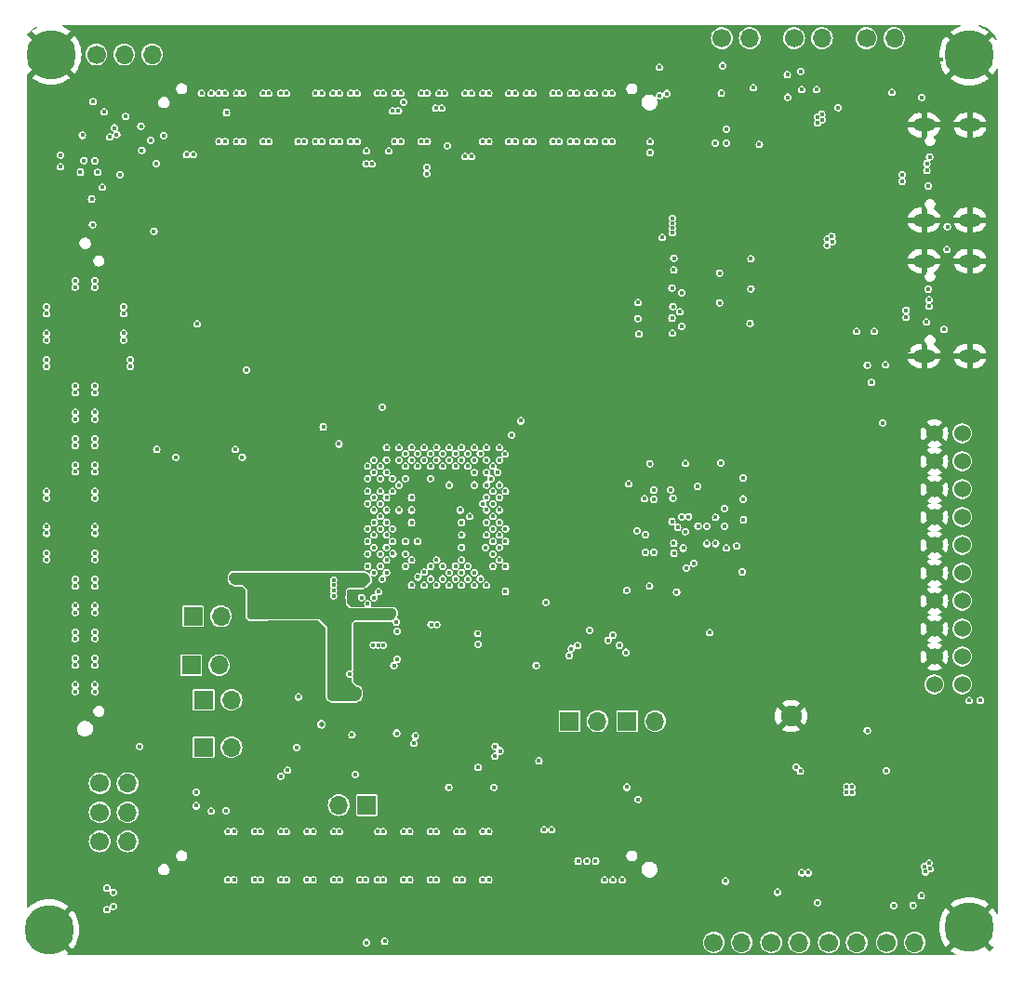
<source format=gbr>
G04 #@! TF.GenerationSoftware,KiCad,Pcbnew,7.0.2*
G04 #@! TF.CreationDate,2023-08-14T15:49:25+08:00*
G04 #@! TF.ProjectId,HPM1500_DDR2_CORE_RevA,48504d31-3530-4305-9f44-4452325f434f,rev?*
G04 #@! TF.SameCoordinates,Original*
G04 #@! TF.FileFunction,Copper,L2,Inr*
G04 #@! TF.FilePolarity,Positive*
%FSLAX46Y46*%
G04 Gerber Fmt 4.6, Leading zero omitted, Abs format (unit mm)*
G04 Created by KiCad (PCBNEW 7.0.2) date 2023-08-14 15:49:25*
%MOMM*%
%LPD*%
G01*
G04 APERTURE LIST*
G04 #@! TA.AperFunction,ComponentPad*
%ADD10C,1.700000*%
G04 #@! TD*
G04 #@! TA.AperFunction,ComponentPad*
%ADD11O,1.700000X1.700000*%
G04 #@! TD*
G04 #@! TA.AperFunction,ComponentPad*
%ADD12C,1.524000*%
G04 #@! TD*
G04 #@! TA.AperFunction,ComponentPad*
%ADD13R,1.700000X1.700000*%
G04 #@! TD*
G04 #@! TA.AperFunction,ComponentPad*
%ADD14C,1.900000*%
G04 #@! TD*
G04 #@! TA.AperFunction,ComponentPad*
%ADD15C,4.500000*%
G04 #@! TD*
G04 #@! TA.AperFunction,ComponentPad*
%ADD16O,2.000000X1.200000*%
G04 #@! TD*
G04 #@! TA.AperFunction,ViaPad*
%ADD17C,0.406400*%
G04 #@! TD*
G04 #@! TA.AperFunction,ViaPad*
%ADD18C,0.500000*%
G04 #@! TD*
G04 APERTURE END LIST*
D10*
X114240000Y-60360000D03*
D11*
X116780000Y-60360000D03*
X119320000Y-60360000D03*
D10*
X180915000Y-141210000D03*
D11*
X183455000Y-141210000D03*
D10*
X114545000Y-129355000D03*
D11*
X117085000Y-129355000D03*
D12*
X193070000Y-117714000D03*
X190530000Y-117714000D03*
X193070000Y-115174000D03*
X190530000Y-115174000D03*
X193070000Y-112634000D03*
X190530000Y-112634000D03*
X193070000Y-110094000D03*
X190530000Y-110094000D03*
X193070000Y-107554000D03*
X190530000Y-107554000D03*
X193070000Y-105014000D03*
X190530000Y-105014000D03*
X193070000Y-102474000D03*
X190530000Y-102474000D03*
X193070000Y-99934000D03*
X190530000Y-99934000D03*
X193070000Y-97394000D03*
X190530000Y-97394000D03*
X193070000Y-94854000D03*
X190530000Y-94854000D03*
D13*
X138850000Y-128705000D03*
D11*
X136310000Y-128705000D03*
D10*
X175675000Y-141210000D03*
D11*
X178215000Y-141210000D03*
D14*
X177485000Y-120600000D03*
D10*
X177765000Y-58865000D03*
D11*
X180305000Y-58865000D03*
D10*
X114545000Y-126705000D03*
D11*
X117085000Y-126705000D03*
D15*
X193725000Y-60430000D03*
D13*
X162580000Y-121060000D03*
D11*
X165120000Y-121060000D03*
D15*
X109945000Y-140045000D03*
D10*
X170455000Y-141210000D03*
D11*
X172995000Y-141210000D03*
D10*
X184345000Y-58865000D03*
D11*
X186885000Y-58865000D03*
D10*
X186195000Y-141210000D03*
D11*
X188735000Y-141210000D03*
D10*
X171185000Y-58865000D03*
D11*
X173725000Y-58865000D03*
D10*
X114545000Y-132005000D03*
D11*
X117085000Y-132005000D03*
D13*
X122875000Y-115955000D03*
D11*
X125415000Y-115955000D03*
D13*
X157315000Y-121070000D03*
D11*
X159855000Y-121070000D03*
D15*
X193725000Y-139830000D03*
D13*
X124005000Y-119115000D03*
D11*
X126545000Y-119115000D03*
D16*
X193780000Y-66780200D03*
X193779900Y-75420400D03*
X189600000Y-66780300D03*
X189599900Y-75420500D03*
D13*
X123045000Y-111505000D03*
D11*
X125585000Y-111505000D03*
D16*
X193780000Y-79155000D03*
X193779900Y-87795200D03*
X189600000Y-79155100D03*
X189599900Y-87795300D03*
D13*
X124005000Y-123427500D03*
D11*
X126545000Y-123427500D03*
D15*
X110124958Y-60347821D03*
D17*
X108535000Y-70730000D03*
X114985000Y-65580000D03*
X112975000Y-67710000D03*
X115435000Y-72360000D03*
X113905000Y-75860000D03*
X114795000Y-72448000D03*
X125972198Y-68273189D03*
X126095000Y-65635000D03*
X120365000Y-67725000D03*
X114384700Y-71066200D03*
X119185000Y-68145000D03*
X116095000Y-67655000D03*
X119715000Y-70275000D03*
X113125000Y-70025000D03*
X118385000Y-69075000D03*
X110979700Y-70576200D03*
X116414700Y-71291200D03*
X111004700Y-69526200D03*
X116925000Y-65985000D03*
X114105000Y-70035000D03*
X115885000Y-67035000D03*
X112795000Y-71055000D03*
X118305994Y-66884006D03*
X115445000Y-67855000D03*
X111004700Y-70051200D03*
X113815000Y-73515000D03*
X112124700Y-67891200D03*
X114385000Y-73525000D03*
X113944700Y-71511200D03*
X119465000Y-71235000D03*
X113685000Y-67090000D03*
X110954700Y-71101200D03*
X116384700Y-70541200D03*
X145615000Y-130065000D03*
X108285000Y-99111000D03*
X187375000Y-112135000D03*
X159405000Y-88040000D03*
X121855000Y-77925000D03*
X195617000Y-92905000D03*
X114145000Y-80039976D03*
X127705000Y-83085000D03*
X163437000Y-60525000D03*
X158385000Y-93430000D03*
X160975000Y-87445000D03*
X142370000Y-103540000D03*
X113285000Y-89635000D03*
X108285000Y-84797000D03*
X173345000Y-106490000D03*
X131165000Y-86515000D03*
X127017343Y-78666899D03*
X123191000Y-60525000D03*
X119935000Y-86685000D03*
X137025000Y-93400000D03*
X187745000Y-74355000D03*
X195885000Y-126913000D03*
X120115000Y-97605000D03*
X171985000Y-125210000D03*
X154145000Y-99445000D03*
X153375000Y-112100000D03*
X158765000Y-73105000D03*
X126855000Y-76635000D03*
X152060000Y-93850000D03*
X113375000Y-106855000D03*
X181405000Y-74585000D03*
X136755000Y-105824989D03*
X135785000Y-81135000D03*
X138415000Y-76065000D03*
X156165000Y-91350000D03*
X131835000Y-77255000D03*
X190805000Y-92961000D03*
X128492560Y-63795000D03*
X171485000Y-125210000D03*
X134245000Y-77465000D03*
X140845000Y-71295000D03*
X151490000Y-102400000D03*
X145790000Y-105820000D03*
X137805000Y-64535000D03*
X159015000Y-65045000D03*
X117545000Y-102335000D03*
X114067000Y-58515000D03*
X164495000Y-66825000D03*
X157405000Y-134705000D03*
X138950000Y-96700000D03*
X173155000Y-101690000D03*
X166565000Y-104145000D03*
X141818025Y-93925000D03*
X109715212Y-94439912D03*
X169070565Y-108044615D03*
X167585000Y-74555000D03*
X151675000Y-99045000D03*
X134895000Y-97845000D03*
X165765000Y-98505000D03*
X139595000Y-84805000D03*
X137635000Y-82835000D03*
X144637000Y-60525000D03*
X108241000Y-79951000D03*
X138645000Y-63885000D03*
X116955000Y-116875000D03*
X193865000Y-69555000D03*
X162925000Y-64775000D03*
X120905000Y-60525000D03*
X108285000Y-101397000D03*
X110105000Y-77655000D03*
X195617000Y-85285000D03*
X141800000Y-100690000D03*
X195885000Y-129199000D03*
X182155000Y-94495000D03*
X152007000Y-60525000D03*
X190935000Y-125809000D03*
X163985000Y-102455000D03*
X180375000Y-68265000D03*
X150965000Y-130230000D03*
X148605000Y-100675000D03*
X173145000Y-67145000D03*
X190385000Y-130005000D03*
X140750473Y-128231444D03*
X109670000Y-101420000D03*
X172345000Y-72196333D03*
X125125000Y-108505000D03*
X145300000Y-92025000D03*
X117125000Y-98715000D03*
X195885000Y-120055000D03*
X163795000Y-69195000D03*
X109715212Y-99240000D03*
X153485000Y-71855000D03*
X126025000Y-108505000D03*
X177745000Y-118615000D03*
X111825000Y-120425000D03*
X186425000Y-129585000D03*
X137779000Y-60525000D03*
X148365000Y-128845000D03*
X174835000Y-136850000D03*
X147795000Y-65225000D03*
X118985000Y-87655000D03*
X195617000Y-90619000D03*
X168105000Y-66105000D03*
X149805000Y-75035000D03*
X131465000Y-82905000D03*
X119035000Y-112605000D03*
X174745000Y-121705000D03*
X145285000Y-76545000D03*
X195617000Y-104335000D03*
X120065000Y-118111000D03*
X108241000Y-75379000D03*
X116353000Y-58515000D03*
X195617000Y-80713000D03*
X159465000Y-69505000D03*
X129735000Y-114005000D03*
X155555000Y-76195000D03*
X179119000Y-74585000D03*
X140065000Y-60525000D03*
X151025000Y-112155000D03*
X172945000Y-70095000D03*
X137045000Y-76985000D03*
X108285000Y-82511000D03*
X148545000Y-134175000D03*
X145235000Y-114055000D03*
X145220000Y-101830000D03*
X195885000Y-122341000D03*
X153475000Y-127195000D03*
X117605000Y-87155000D03*
X125335000Y-80655000D03*
X126765000Y-94985000D03*
X136705000Y-102444900D03*
X112295000Y-80045000D03*
X112325000Y-119245584D03*
X128395000Y-122755000D03*
X132492620Y-63795000D03*
X143135000Y-74455000D03*
X149815000Y-82835000D03*
X136435000Y-65105000D03*
X120555000Y-135635000D03*
X136315000Y-127335000D03*
X145885000Y-125315000D03*
X187350000Y-81875000D03*
X117155000Y-93125000D03*
X148555000Y-70625000D03*
X189385000Y-65515000D03*
X136835000Y-72655000D03*
X172345000Y-70095000D03*
X108285000Y-91655000D03*
X132665000Y-68955000D03*
X145995000Y-120105000D03*
X193865000Y-71841000D03*
X143205000Y-63835000D03*
X112559000Y-123945000D03*
X138315000Y-89610000D03*
X136895000Y-69445000D03*
X170915000Y-61955000D03*
X128365000Y-88070000D03*
X163695000Y-74370000D03*
X153435000Y-74195000D03*
X149805000Y-71795000D03*
X186435000Y-129115000D03*
X176185000Y-60545000D03*
X153800000Y-100775000D03*
X135493000Y-60525000D03*
X108285000Y-105969000D03*
X118135000Y-134855000D03*
X195885000Y-133771000D03*
X143510000Y-98980000D03*
X138655000Y-125305000D03*
X195617000Y-69537000D03*
X114115000Y-119240000D03*
X117365000Y-94545000D03*
X149838073Y-78930127D03*
X108585000Y-115455000D03*
X193115000Y-90675000D03*
X146255000Y-134185000D03*
X150605000Y-125655000D03*
X114845000Y-123945000D03*
X158725000Y-75685000D03*
X125885000Y-93215000D03*
X125275000Y-94995000D03*
X122615000Y-102235000D03*
X127645000Y-134195000D03*
X150349996Y-96700002D03*
X177045000Y-78185000D03*
X144385000Y-121605000D03*
X134625000Y-65285000D03*
X195885000Y-131485000D03*
X115099000Y-77665000D03*
X187555000Y-92973000D03*
X161685000Y-70605000D03*
X109715212Y-89639840D03*
X132485000Y-121805000D03*
X191261000Y-132598000D03*
X152075000Y-110765000D03*
X109715212Y-96839948D03*
X190805000Y-90675000D03*
X130145000Y-134205000D03*
X113265000Y-94885000D03*
X134815000Y-130065000D03*
X161151000Y-60525000D03*
X185575000Y-70725000D03*
X142351000Y-60525000D03*
X187555000Y-97545000D03*
X117385000Y-77665000D03*
X195617000Y-76141000D03*
X145445000Y-125895000D03*
X128455000Y-69745000D03*
X122195000Y-92955000D03*
X136385000Y-74155000D03*
X128465000Y-71845000D03*
X187555000Y-102117000D03*
X182650000Y-86575000D03*
X121755000Y-81675000D03*
X153345000Y-76445000D03*
X157635000Y-111170000D03*
X134835000Y-117525000D03*
X129015000Y-80575000D03*
X132665000Y-93350000D03*
X109715212Y-107240000D03*
X183184025Y-67647276D03*
X108285000Y-93941000D03*
X181036100Y-136106100D03*
X162097804Y-65645000D03*
X136475000Y-99104900D03*
X121685000Y-98265000D03*
X171045000Y-106100000D03*
X169415000Y-97610000D03*
X164335000Y-87455000D03*
X169820000Y-102480000D03*
X178089000Y-68265000D03*
X179435000Y-122850000D03*
X174759000Y-78185000D03*
X120109707Y-75092884D03*
X173380000Y-73510000D03*
X154047792Y-130740106D03*
X142125000Y-134205000D03*
X167359000Y-68135000D03*
X133315000Y-63805000D03*
X135585000Y-124165000D03*
X189355000Y-77000000D03*
X142485000Y-80105000D03*
X133495000Y-84925000D03*
X169495000Y-66105000D03*
X195617000Y-73855000D03*
X177325000Y-88665000D03*
X169645000Y-68135000D03*
X146905000Y-63935000D03*
X121675000Y-88045000D03*
X161645000Y-78805000D03*
X125477000Y-60525000D03*
X168275000Y-103240000D03*
X148125000Y-126045000D03*
X153395000Y-82935000D03*
X124985000Y-77355000D03*
X128330722Y-124756830D03*
X184535000Y-62605000D03*
X186135000Y-124605000D03*
X160795000Y-89400000D03*
X108285000Y-112827000D03*
X137845000Y-110365000D03*
X130921000Y-60525000D03*
X195617000Y-71823000D03*
X165810000Y-100870000D03*
X153875000Y-104110000D03*
X138335000Y-134235000D03*
X130515000Y-65205000D03*
X195617000Y-64965000D03*
X191211000Y-134248000D03*
X108285000Y-87083000D03*
X181345000Y-78995000D03*
X108241000Y-77665000D03*
X156579000Y-60525000D03*
X148835000Y-111735000D03*
X179059000Y-78995000D03*
X171025000Y-107990000D03*
X128675000Y-117965000D03*
X123555000Y-75560000D03*
X139635000Y-112705000D03*
X155445000Y-64945000D03*
X178255000Y-81735000D03*
X114115000Y-102440000D03*
X138935000Y-112705000D03*
X173115000Y-99800000D03*
X172475000Y-97350000D03*
X173285000Y-75005000D03*
X178255000Y-84021000D03*
X190735000Y-131005000D03*
X124845000Y-84885000D03*
X164005000Y-111170000D03*
X168985000Y-104505000D03*
X119045000Y-114295000D03*
X173335000Y-74255000D03*
X128415000Y-121075000D03*
X134785000Y-118365000D03*
X120465000Y-133005000D03*
X112745000Y-102595000D03*
X145225000Y-111025000D03*
X141779900Y-110770000D03*
X145275000Y-103925000D03*
X158865000Y-60525000D03*
X153375000Y-109780000D03*
X187375000Y-107563000D03*
X138185000Y-112715000D03*
X113055000Y-99305000D03*
X108285000Y-96227000D03*
X163795000Y-70270000D03*
X175745000Y-69345000D03*
X195885000Y-124627000D03*
X123905000Y-88135000D03*
X128445000Y-73535000D03*
X164995000Y-102465000D03*
X153435000Y-120715000D03*
X193225000Y-77545000D03*
X137565000Y-130125000D03*
X113335000Y-84865000D03*
X108241000Y-73093000D03*
X124565000Y-99525000D03*
X164625000Y-108160000D03*
X132675000Y-120685000D03*
X142335000Y-83785000D03*
X150585000Y-122555000D03*
X109540106Y-84842208D03*
X177845000Y-92129000D03*
X126895000Y-70325000D03*
X155025000Y-100770000D03*
X153285000Y-94570000D03*
X135635000Y-120305000D03*
X109715212Y-92039876D03*
X132025000Y-127715000D03*
X188845000Y-60835000D03*
X143905000Y-70175000D03*
X195617000Y-95191000D03*
X109715212Y-82439732D03*
X167855000Y-127880000D03*
X134485000Y-119805000D03*
X108285000Y-108255000D03*
X131885000Y-74655000D03*
X108241000Y-68521000D03*
X161705000Y-75735000D03*
X137240000Y-109755000D03*
X139845000Y-125305000D03*
X167995000Y-112300000D03*
X174085000Y-128610000D03*
X169113736Y-109681653D03*
X193115000Y-92961000D03*
X112925000Y-103845000D03*
X119675000Y-77715000D03*
X142370000Y-102400000D03*
X184420000Y-87195000D03*
X155245000Y-121540000D03*
X154395000Y-68935000D03*
X154892780Y-63795000D03*
X173365000Y-103840000D03*
X125565000Y-108505000D03*
X154293000Y-60525000D03*
X118295000Y-118085000D03*
X154415000Y-107540000D03*
X122205000Y-62545000D03*
X150920000Y-107530000D03*
X108285000Y-110541000D03*
X150865000Y-64705000D03*
X172335000Y-71135000D03*
X132675000Y-134225000D03*
X123545000Y-78825000D03*
X142685000Y-82115000D03*
X162955000Y-107240000D03*
X123935000Y-90335000D03*
X113275000Y-87375000D03*
X128525000Y-68315000D03*
X131545000Y-96625000D03*
X133425000Y-78745000D03*
X117655000Y-96265000D03*
X126965000Y-73615000D03*
X133207000Y-60525000D03*
X108285000Y-103683000D03*
X128255000Y-64945000D03*
X186415000Y-130045000D03*
X175735000Y-84031000D03*
X148255000Y-124095000D03*
X145220004Y-102970000D03*
X156460000Y-98795000D03*
X117085000Y-121805000D03*
X137109900Y-95175000D03*
X127405000Y-87465000D03*
X195617000Y-97477000D03*
X109715212Y-102440000D03*
X148640000Y-93850000D03*
X195435000Y-106855000D03*
X130245000Y-129535000D03*
X180525000Y-64315000D03*
X138335000Y-74105000D03*
X187145000Y-78995000D03*
X195617000Y-102049000D03*
X195617000Y-87571000D03*
X149210000Y-103540000D03*
X140115000Y-123645000D03*
X173285000Y-75955000D03*
X148215000Y-101235000D03*
X195635000Y-118655000D03*
X168665000Y-60935000D03*
X149721000Y-60525000D03*
X126025000Y-86265000D03*
X152995000Y-64945000D03*
X110105000Y-75369000D03*
X125955000Y-102885000D03*
X132865000Y-64735000D03*
X114115000Y-112040000D03*
X141735000Y-114655000D03*
X161715000Y-73095000D03*
X191131000Y-60835000D03*
X188205000Y-87345000D03*
X150892780Y-63795000D03*
X153795000Y-135195000D03*
X121795000Y-75485000D03*
X195617000Y-99763000D03*
X108285000Y-89369000D03*
X162092780Y-63795000D03*
X109715212Y-87239804D03*
X160265000Y-112300000D03*
X108241000Y-66235000D03*
X125645000Y-134185000D03*
X121615000Y-85625000D03*
X109715212Y-109640000D03*
X153345000Y-79585000D03*
X122705000Y-82995000D03*
X109715212Y-112040000D03*
X175885000Y-81100000D03*
X141385000Y-72705000D03*
X195617000Y-82999000D03*
X151620000Y-105810000D03*
X141115000Y-86765000D03*
X186855000Y-76375000D03*
X129425000Y-84785000D03*
X114075000Y-109635000D03*
X168135000Y-101210000D03*
X158725000Y-78805000D03*
X134455000Y-75625000D03*
X163845000Y-72595000D03*
X145220000Y-100690000D03*
X195617000Y-67251000D03*
X147500000Y-99550000D03*
X162865000Y-97250000D03*
X195617000Y-78427000D03*
X129975000Y-127585000D03*
X135785000Y-134155000D03*
X173114000Y-68526000D03*
X132215000Y-93060000D03*
X178345000Y-61875000D03*
X166695000Y-76595000D03*
X183475000Y-85555000D03*
X184435000Y-121905000D03*
X123335000Y-128755000D03*
X182560000Y-127530000D03*
X178455000Y-63545000D03*
X123327575Y-127505000D03*
X183035000Y-127550000D03*
X127895000Y-89060000D03*
X123395000Y-84870000D03*
X126035000Y-129195000D03*
X166810000Y-79980000D03*
X166185000Y-63905000D03*
X185050000Y-85550000D03*
X158095292Y-133795292D03*
X140845000Y-69145000D03*
X166695000Y-76161666D03*
X183035000Y-127050000D03*
X182560000Y-127030000D03*
X166695000Y-75728333D03*
X184785000Y-90200000D03*
X166735000Y-83300000D03*
X170975000Y-80264285D03*
X142940000Y-100690000D03*
X138845000Y-69145000D03*
X166695000Y-75295000D03*
X158900000Y-133800000D03*
X170975000Y-82975000D03*
X171135000Y-63895000D03*
X166670000Y-85717855D03*
X144649999Y-98980000D03*
X159695292Y-133795292D03*
X142370000Y-98980000D03*
X118195000Y-123345000D03*
X169020000Y-103280000D03*
X164975000Y-100015000D03*
X150165000Y-98980000D03*
X163446500Y-103708500D03*
X150350000Y-102400000D03*
X150350000Y-105820000D03*
X173105000Y-100820000D03*
X149780000Y-100690000D03*
X162515000Y-109150000D03*
X173145000Y-98910000D03*
X162685000Y-99440000D03*
X166655000Y-102895000D03*
X164135000Y-100805000D03*
X168975000Y-99675000D03*
X173155000Y-102720000D03*
X149785000Y-104100000D03*
X172555000Y-105100000D03*
X171095000Y-97525000D03*
X164605000Y-108755000D03*
X173055000Y-107460000D03*
X166545000Y-99980000D03*
X164625000Y-97605000D03*
X181785000Y-65205000D03*
X171275000Y-61365000D03*
X141625000Y-112850000D03*
X132485000Y-123455000D03*
X145220000Y-108670000D03*
X141800000Y-101830000D03*
X147500000Y-102970000D03*
X142370000Y-104680000D03*
X147355000Y-101830000D03*
X143510000Y-104680000D03*
X142940000Y-102970000D03*
X142940000Y-101830000D03*
X140244996Y-108100004D03*
X136335000Y-95820000D03*
X134900000Y-94250000D03*
X141800000Y-99550000D03*
X119485000Y-76455000D03*
X144725000Y-112275000D03*
X141535000Y-112030000D03*
X132625000Y-118850000D03*
X143522945Y-107925000D03*
X148957500Y-113082500D03*
X147500000Y-105250000D03*
X145232503Y-112275000D03*
X164634702Y-69278100D03*
X180785000Y-77165000D03*
X146327000Y-127075000D03*
X189715000Y-134765000D03*
X190135000Y-134500000D03*
X179870000Y-66605000D03*
X181235000Y-77400000D03*
X181200000Y-76910000D03*
X180285000Y-65800000D03*
X177145000Y-62185000D03*
X189635000Y-134300000D03*
X160495292Y-135505000D03*
X180320000Y-66290000D03*
X179870000Y-66055000D03*
X180785000Y-77715000D03*
X179035000Y-134850000D03*
X178485000Y-134850000D03*
X171590000Y-68421500D03*
X162095292Y-135505000D03*
X171590000Y-67150000D03*
X164659702Y-68278100D03*
X177940000Y-125215000D03*
X178335000Y-125610000D03*
X190035000Y-134000000D03*
X161295292Y-135505000D03*
X185849575Y-93880000D03*
X186135000Y-125555000D03*
X147500000Y-106390000D03*
X148975000Y-125255000D03*
X150453200Y-127086200D03*
X148975000Y-114050000D03*
X166650000Y-81625000D03*
X165525000Y-61525000D03*
X124710000Y-129255000D03*
X166650000Y-84353570D03*
X154995000Y-130945000D03*
X165535000Y-64105000D03*
X166825000Y-78900000D03*
X155695000Y-130945000D03*
X141245000Y-105810000D03*
X146360000Y-99550000D03*
X189975000Y-72325000D03*
X186655000Y-63795000D03*
X191710000Y-76025000D03*
X190100000Y-69675000D03*
X189405000Y-64265000D03*
X191400000Y-85375000D03*
X189825000Y-84725000D03*
X189975000Y-81725000D03*
X191680000Y-78115000D03*
X116708748Y-85737778D03*
X141230000Y-100120000D03*
X140090000Y-98980000D03*
X109731252Y-83337742D03*
X140090000Y-100120000D03*
X116708748Y-86347378D03*
X109731252Y-83947342D03*
X138950000Y-98980000D03*
X116708748Y-83337742D03*
X140660000Y-98410000D03*
X116708748Y-83947342D03*
X139520000Y-98410000D03*
X140090000Y-97840000D03*
X112308960Y-80937706D03*
X112308960Y-81547306D03*
X138950000Y-97840000D03*
X140660000Y-97270000D03*
X114092708Y-80937706D03*
X140090000Y-103540000D03*
X109731252Y-103337998D03*
X160613112Y-63873400D03*
X161172466Y-63873401D03*
X141335000Y-116005000D03*
X148640000Y-107530000D03*
X131665000Y-125515000D03*
X146930000Y-106960000D03*
X146930000Y-97840000D03*
X148640000Y-97270000D03*
X163525000Y-84405000D03*
X138380000Y-109810000D03*
X139935000Y-109255000D03*
X138950000Y-110380000D03*
X139520000Y-109810000D03*
X137285000Y-116755000D03*
X145220000Y-97270000D03*
X167355000Y-83780000D03*
X148640000Y-98410000D03*
X167525000Y-85100000D03*
X148640000Y-99550000D03*
X163625000Y-85800000D03*
X131025000Y-126055000D03*
X145220000Y-106390000D03*
X141620000Y-115420000D03*
X154535000Y-124685000D03*
X162555000Y-127060000D03*
D18*
X134745000Y-121335000D03*
D17*
X174595000Y-68545000D03*
X170595000Y-68395000D03*
X138950000Y-103540000D03*
X109731252Y-103947598D03*
X109731252Y-105737998D03*
X138950000Y-104680000D03*
X109731252Y-106347598D03*
X141230000Y-104680000D03*
X112308960Y-108137986D03*
X140090000Y-105820000D03*
X140660000Y-106390000D03*
X112308960Y-108747586D03*
X112308960Y-110537998D03*
X112308960Y-111147598D03*
X112308960Y-112937998D03*
X112308960Y-113547598D03*
X112308960Y-118347598D03*
X112308960Y-117737998D03*
X123812820Y-63873400D03*
X124725000Y-63885000D03*
X125412844Y-63873400D03*
X125972198Y-63873401D03*
X140660000Y-96130000D03*
X140250000Y-92450000D03*
X127012868Y-63873400D03*
X127572222Y-63873401D03*
X141800000Y-96130000D03*
X129412904Y-68273188D03*
X129972258Y-68273189D03*
X142370000Y-96700000D03*
X132612952Y-68273188D03*
X133172306Y-68273189D03*
X134212976Y-68273188D03*
X134772330Y-68273189D03*
X135813000Y-68273188D03*
X136372354Y-68273189D03*
X137413024Y-63873400D03*
X137972378Y-63873401D03*
X139813060Y-63873400D03*
X145795000Y-97825000D03*
X140372414Y-63873401D03*
X145790000Y-96700000D03*
X141413084Y-63873400D03*
X141972438Y-63873401D03*
X141190016Y-65494502D03*
X143813100Y-63873400D03*
X141745000Y-65495000D03*
X145695000Y-65245000D03*
X144372454Y-63873401D03*
X146360000Y-96130000D03*
X144315000Y-70625000D03*
X144315000Y-71205000D03*
X146360000Y-97270000D03*
X148372466Y-63873401D03*
X148070000Y-97840000D03*
X147813112Y-63873400D03*
X148640000Y-96130000D03*
X149413112Y-63873400D03*
X149972466Y-63873401D03*
X149210000Y-96700000D03*
X151813112Y-63873400D03*
X149780000Y-98410000D03*
X152372466Y-63873401D03*
X149780000Y-96130000D03*
X153413112Y-68273188D03*
X153972466Y-68273189D03*
X149780000Y-97270000D03*
X155813112Y-63873400D03*
X152060000Y-94990000D03*
X152875000Y-93700000D03*
X156372466Y-63873401D03*
X150350000Y-97840000D03*
X157413112Y-63873400D03*
X150775000Y-98410000D03*
X157972466Y-63873401D03*
X151470008Y-96740008D03*
X159013112Y-63873400D03*
X159572466Y-63873401D03*
X160613112Y-68273188D03*
X161172466Y-68273189D03*
X142242972Y-135499788D03*
X147500000Y-108670000D03*
X144642972Y-131100000D03*
X148070000Y-106960000D03*
X145170316Y-131100000D03*
X145170316Y-135499788D03*
X148070000Y-108100000D03*
X147042972Y-131100000D03*
X148640000Y-108670000D03*
X147570316Y-131100000D03*
X147570316Y-135499788D03*
X189848159Y-70295400D03*
X187625000Y-71295400D03*
X187625000Y-71905000D03*
X189848159Y-70905000D03*
X187969437Y-84279800D03*
X190033983Y-83279800D03*
X187969437Y-83670200D03*
X190033983Y-82670200D03*
X139460000Y-114140000D03*
X140370000Y-114145000D03*
X139910000Y-114140000D03*
X135845000Y-109158332D03*
X135845000Y-108681666D03*
X135845000Y-109635000D03*
X135835000Y-108205000D03*
X167865000Y-97585000D03*
X149780000Y-99550000D03*
X150920000Y-99550000D03*
X171420000Y-101680000D03*
X150350000Y-100120000D03*
X170620000Y-102480000D03*
X167165000Y-103410000D03*
X150920000Y-102970000D03*
X149780000Y-102970000D03*
X164220000Y-104080000D03*
X166735000Y-100755000D03*
X149435000Y-101260000D03*
X165020000Y-100855000D03*
X150350000Y-101260000D03*
X171420000Y-103280000D03*
X151490000Y-100120000D03*
X150920000Y-100690000D03*
X169820000Y-103280000D03*
X151490000Y-103540000D03*
X165020000Y-105680000D03*
X164220000Y-105680000D03*
X150350000Y-103540000D03*
X167665000Y-105300000D03*
X151490000Y-104680000D03*
X166825000Y-105770000D03*
X150350000Y-104680000D03*
X150920000Y-105250000D03*
X167855000Y-103790000D03*
X169820000Y-104880000D03*
X150920000Y-106390000D03*
X170620000Y-104880000D03*
X151490000Y-106960000D03*
X151490000Y-109240000D03*
X160815000Y-113690000D03*
X150350000Y-106960000D03*
X161285000Y-113220000D03*
X161855000Y-114150000D03*
X158055000Y-114160000D03*
X167965000Y-107090000D03*
X167065000Y-109300000D03*
X155145000Y-110240000D03*
X168615000Y-106690000D03*
X162455000Y-114790000D03*
X154285000Y-115990000D03*
X128485000Y-111455000D03*
X137810000Y-108100000D03*
X137565000Y-118445000D03*
X136435000Y-118905000D03*
X136435000Y-118425000D03*
X129585000Y-111455000D03*
X141295000Y-111460000D03*
X126615000Y-107995000D03*
X138960000Y-108100000D03*
X141315000Y-111000000D03*
X128065000Y-107995000D03*
X129465000Y-107995000D03*
X149675000Y-105255000D03*
X157275000Y-115080000D03*
X148245000Y-102405000D03*
X114131040Y-112937998D03*
X114131040Y-115337998D03*
X112308960Y-115947598D03*
X112308960Y-115337998D03*
X194735000Y-119155000D03*
X193695000Y-119165000D03*
X114131040Y-115947598D03*
X114131040Y-103337998D03*
X140660000Y-104110000D03*
X139520000Y-104110000D03*
X114131040Y-103947598D03*
X114131040Y-105737998D03*
X139520000Y-105250000D03*
X114131040Y-106347598D03*
X138950000Y-105820000D03*
X114131040Y-108137998D03*
X140090000Y-106960000D03*
X114131040Y-108747598D03*
X138950000Y-106960000D03*
X114131040Y-111147598D03*
X139520000Y-107530000D03*
X114131040Y-110537998D03*
X140660000Y-107530000D03*
X114131040Y-113547598D03*
X179925000Y-137575000D03*
X115785000Y-136655000D03*
X115785000Y-137905000D03*
X114131040Y-117737998D03*
X115185000Y-136255000D03*
X186825000Y-137845000D03*
X115185000Y-138205000D03*
X114131040Y-118347598D03*
X142242984Y-131100000D03*
X146930000Y-108100000D03*
X147500000Y-107530000D03*
X142770328Y-131100000D03*
X149210000Y-108100000D03*
X149442972Y-131100000D03*
X149970316Y-131100000D03*
X149780000Y-108670000D03*
X144650000Y-106960000D03*
X133970180Y-131100000D03*
X145790000Y-106960000D03*
X136370216Y-131100000D03*
X128642764Y-131100000D03*
X142940000Y-106390000D03*
X144088630Y-107484110D03*
X131042800Y-131100000D03*
X146360000Y-107530000D03*
X140370276Y-131100000D03*
X142370000Y-106960000D03*
X126770072Y-131100000D03*
X133442836Y-131100000D03*
X144650000Y-108100000D03*
X145790000Y-108100000D03*
X135842872Y-131100000D03*
X129170108Y-131100000D03*
X142940000Y-108670000D03*
X131570144Y-131100000D03*
X144080000Y-108670000D03*
X146360000Y-108670000D03*
X139842932Y-131100000D03*
X131570144Y-135499788D03*
X136370216Y-135499788D03*
X140485000Y-141105000D03*
X140370280Y-135499788D03*
X129170108Y-135499788D03*
X133970180Y-135499788D03*
X138770256Y-135499788D03*
X150555000Y-123355000D03*
X143285000Y-122405000D03*
X131042800Y-135499788D03*
X141585000Y-122155000D03*
X150535000Y-124255000D03*
X135842872Y-135499788D03*
X143135000Y-123055000D03*
X150985000Y-123765000D03*
X139842936Y-135499788D03*
X128642764Y-135499788D03*
X133442836Y-135499788D03*
X138242912Y-135499788D03*
X138835000Y-141205000D03*
X155813112Y-68273188D03*
X156372466Y-68273189D03*
X157413112Y-68273188D03*
X150920000Y-96130000D03*
X159013112Y-68273188D03*
X159572466Y-68273189D03*
X150920000Y-97270000D03*
X157972466Y-68273189D03*
X141972438Y-68273189D03*
X146176094Y-68655000D03*
X127012868Y-68273188D03*
X134772330Y-63873401D03*
X136372354Y-63873401D03*
X144372466Y-68273189D03*
X142235000Y-64680000D03*
X153413112Y-63873400D03*
X123059800Y-69476418D03*
X149972466Y-68273189D03*
X152372466Y-68273189D03*
X125412844Y-68273188D03*
X127572222Y-68273189D03*
X134212976Y-63873400D03*
X135813000Y-63873400D03*
X141413084Y-68273188D03*
X145145000Y-65245000D03*
X143813112Y-68273188D03*
X153972466Y-63873401D03*
X149413112Y-68273188D03*
X151813112Y-68273188D03*
X122450200Y-69476418D03*
X129972258Y-63873401D03*
X142940000Y-96130000D03*
X147500000Y-96130000D03*
X145972466Y-63873401D03*
X143510000Y-96700000D03*
X131572282Y-63873401D03*
X138800000Y-70300000D03*
X144650000Y-96700000D03*
X145413112Y-63873400D03*
X146930000Y-96700000D03*
X148400092Y-69646739D03*
X148070000Y-96700000D03*
X142940000Y-97270000D03*
X131012928Y-63873400D03*
X147500000Y-97270000D03*
X147790492Y-69646739D03*
X129412904Y-63873400D03*
X142370000Y-97840000D03*
X139350000Y-70325000D03*
X144650000Y-97840000D03*
X137413024Y-68273188D03*
X144080000Y-96130000D03*
X144080000Y-97270000D03*
X137972378Y-68273189D03*
X142370000Y-105820000D03*
X126242728Y-131100000D03*
X126242728Y-135499788D03*
X126770072Y-135499788D03*
X142770316Y-135499788D03*
X144642972Y-135499788D03*
X147042972Y-135499788D03*
X149442972Y-135499788D03*
X149970316Y-135499788D03*
X177165000Y-64245000D03*
X179785000Y-63535000D03*
X174065000Y-63385000D03*
X189337500Y-136952500D03*
X184435000Y-88655000D03*
X188585000Y-137825000D03*
X186085000Y-88605000D03*
X114092708Y-81547306D03*
X139520000Y-97270000D03*
X109731252Y-88747414D03*
X139545000Y-102970000D03*
X140660000Y-102970000D03*
X109731252Y-88137814D03*
X140660000Y-101830000D03*
X109731252Y-85737778D03*
X117343748Y-88137814D03*
X140090000Y-101260000D03*
X139520000Y-101830000D03*
X109731252Y-86347378D03*
X117343748Y-88747414D03*
X138950000Y-101260000D03*
X112308960Y-95337922D03*
X114131040Y-95337922D03*
X112308960Y-95947522D03*
X114131040Y-95947522D03*
X112308960Y-92937886D03*
X114131040Y-92937886D03*
X112308960Y-93547486D03*
X114131040Y-93547486D03*
X112308960Y-90537850D03*
X114131040Y-90537850D03*
X112308960Y-91147450D03*
X114131040Y-91147450D03*
X114131040Y-100137998D03*
X112308960Y-97737958D03*
X114131040Y-100747598D03*
X112308960Y-98347558D03*
X114131040Y-97737958D03*
X126895000Y-96305000D03*
X138950000Y-100120000D03*
X109731252Y-100137998D03*
X119745000Y-96305000D03*
X114131040Y-98347558D03*
X121505000Y-97025000D03*
X109731252Y-100747598D03*
X127525000Y-97025000D03*
X139520000Y-100690000D03*
X137515000Y-122295000D03*
X147505000Y-104110000D03*
X137825000Y-125905000D03*
X157495000Y-114450000D03*
X170095000Y-112990000D03*
X150920000Y-101830000D03*
X168160000Y-102445000D03*
X167550396Y-102444999D03*
X149780000Y-101830000D03*
X141230000Y-103540000D03*
X140660000Y-105250000D03*
X173835000Y-78955000D03*
X140090000Y-102400000D03*
X141230000Y-98980000D03*
X173835000Y-81705000D03*
X140660000Y-100690000D03*
X141800000Y-97270000D03*
X173750000Y-84850000D03*
X113957500Y-64632500D03*
X165755000Y-77010000D03*
X167535000Y-82050000D03*
X143510000Y-97840000D03*
X163535000Y-82935000D03*
X145220000Y-96130000D03*
X166815000Y-104850000D03*
X150920000Y-104110000D03*
X159165000Y-112760000D03*
X171585685Y-105280000D03*
X176235000Y-136630000D03*
X171535000Y-135610000D03*
X163575000Y-128180000D03*
G04 #@! TA.AperFunction,Conductor*
G36*
X138637787Y-107544438D02*
G01*
X138933635Y-107666982D01*
X138973862Y-107693862D01*
X139036137Y-107756137D01*
X139063017Y-107796365D01*
X139185561Y-108092212D01*
X139195000Y-108139665D01*
X139195000Y-108293638D01*
X139175315Y-108360677D01*
X139158681Y-108381319D01*
X138773862Y-108766137D01*
X138733634Y-108793017D01*
X138470978Y-108901812D01*
X138441318Y-108914099D01*
X138437788Y-108915561D01*
X138390335Y-108925000D01*
X137115000Y-108925000D01*
X136945000Y-109095000D01*
X136945000Y-109215207D01*
X136945000Y-109215208D01*
X136945000Y-109571328D01*
X136928388Y-109633326D01*
X136927422Y-109635000D01*
X136924449Y-109640149D01*
X136904197Y-109755000D01*
X136924448Y-109869851D01*
X136928385Y-109876668D01*
X136945000Y-109938671D01*
X136945000Y-110415000D01*
X137315000Y-110785000D01*
X141195985Y-110785000D01*
X141243437Y-110794438D01*
X141402547Y-110860344D01*
X141456950Y-110904185D01*
X141469655Y-110927452D01*
X141535561Y-111086562D01*
X141545000Y-111134015D01*
X141545000Y-111310334D01*
X141535561Y-111357787D01*
X141413017Y-111653634D01*
X141386137Y-111693862D01*
X141363862Y-111716137D01*
X141323634Y-111743017D01*
X141027788Y-111865561D01*
X140980335Y-111875000D01*
X137755000Y-111875000D01*
X137515000Y-112115000D01*
X137515000Y-112284705D01*
X137515000Y-112284706D01*
X137515000Y-116309699D01*
X137495315Y-116376738D01*
X137442511Y-116422493D01*
X137373353Y-116432437D01*
X137348592Y-116426222D01*
X137343311Y-116424300D01*
X137226689Y-116424300D01*
X137117099Y-116464186D01*
X137027760Y-116539151D01*
X136969449Y-116640149D01*
X136949197Y-116755000D01*
X136966413Y-116852634D01*
X136969449Y-116869851D01*
X137027761Y-116970849D01*
X137117099Y-117045813D01*
X137226689Y-117085700D01*
X137343310Y-117085700D01*
X137343311Y-117085700D01*
X137348589Y-117083778D01*
X137418317Y-117079346D01*
X137479373Y-117113316D01*
X137512371Y-117174902D01*
X137515000Y-117200300D01*
X137515000Y-117515000D01*
X137965000Y-117965000D01*
X138065000Y-117965000D01*
X138212925Y-118026272D01*
X138253152Y-118053152D01*
X138257558Y-118057558D01*
X138284438Y-118097786D01*
X138375561Y-118317775D01*
X138385000Y-118365228D01*
X138385000Y-118640334D01*
X138375561Y-118687787D01*
X138253017Y-118983634D01*
X138226137Y-119023862D01*
X138153862Y-119096137D01*
X138113634Y-119123017D01*
X137817788Y-119245561D01*
X137770335Y-119255000D01*
X135767655Y-119255000D01*
X135720202Y-119245561D01*
X135452452Y-119134655D01*
X135398049Y-119090814D01*
X135385344Y-119067546D01*
X135274439Y-118799796D01*
X135265000Y-118752344D01*
X135265000Y-112675000D01*
X135265000Y-112674999D01*
X135265000Y-112475000D01*
X134545000Y-111755000D01*
X134345000Y-111755000D01*
X129836213Y-111755000D01*
X129815000Y-111755000D01*
X129800000Y-111770000D01*
X129786573Y-111775561D01*
X129739122Y-111785000D01*
X128304015Y-111785000D01*
X128256562Y-111775561D01*
X128097452Y-111709655D01*
X128043049Y-111665814D01*
X128030344Y-111642546D01*
X127964439Y-111483436D01*
X127955000Y-111435984D01*
X127955000Y-109245000D01*
X127955000Y-109045000D01*
X127575000Y-108665000D01*
X127375000Y-108665000D01*
X126919665Y-108665000D01*
X126872212Y-108655561D01*
X126576365Y-108533017D01*
X126536137Y-108506137D01*
X126483862Y-108453862D01*
X126456982Y-108413633D01*
X126370564Y-108205000D01*
X135499197Y-108205000D01*
X135514036Y-108289151D01*
X135519449Y-108319851D01*
X135543020Y-108360677D01*
X135559946Y-108389993D01*
X135576419Y-108457893D01*
X135559946Y-108513993D01*
X135529449Y-108566815D01*
X135509197Y-108681665D01*
X135524092Y-108766137D01*
X135529449Y-108796517D01*
X135552072Y-108835700D01*
X135564946Y-108857999D01*
X135581419Y-108925899D01*
X135564946Y-108981999D01*
X135529449Y-109043481D01*
X135509197Y-109158331D01*
X135529449Y-109273183D01*
X135564946Y-109334666D01*
X135581419Y-109402567D01*
X135564946Y-109458666D01*
X135529449Y-109520148D01*
X135509197Y-109635000D01*
X135526413Y-109732634D01*
X135529449Y-109749851D01*
X135532422Y-109755000D01*
X135564176Y-109810000D01*
X135587761Y-109850849D01*
X135677099Y-109925813D01*
X135786689Y-109965700D01*
X135903311Y-109965700D01*
X136012901Y-109925813D01*
X136102239Y-109850849D01*
X136160551Y-109749851D01*
X136180802Y-109635000D01*
X136160551Y-109520149D01*
X136125052Y-109458664D01*
X136108580Y-109390767D01*
X136125053Y-109334666D01*
X136160551Y-109273183D01*
X136180802Y-109158332D01*
X136160551Y-109043481D01*
X136125052Y-108981996D01*
X136108580Y-108914099D01*
X136125052Y-108858001D01*
X136160551Y-108796517D01*
X136180802Y-108681666D01*
X136160551Y-108566815D01*
X136144133Y-108538379D01*
X136120054Y-108496672D01*
X136103581Y-108428772D01*
X136120053Y-108372674D01*
X136150551Y-108319851D01*
X136170802Y-108205000D01*
X136150551Y-108090149D01*
X136092239Y-107989151D01*
X136002901Y-107914187D01*
X136002900Y-107914186D01*
X135893311Y-107874300D01*
X135776689Y-107874300D01*
X135667099Y-107914186D01*
X135577760Y-107989151D01*
X135519449Y-108090149D01*
X135499197Y-108205000D01*
X126370564Y-108205000D01*
X126334439Y-108117786D01*
X126325000Y-108070334D01*
X126325000Y-107884015D01*
X126334439Y-107836563D01*
X126400344Y-107677453D01*
X126444185Y-107623049D01*
X126467450Y-107610345D01*
X126546403Y-107577641D01*
X126626563Y-107544439D01*
X126674015Y-107535000D01*
X138590335Y-107535000D01*
X138637787Y-107544438D01*
G37*
G04 #@! TD.AperFunction*
G04 #@! TA.AperFunction,Conductor*
G36*
X192930131Y-57712486D02*
G01*
X192944717Y-57747700D01*
X192930131Y-57782914D01*
X192909733Y-57795245D01*
X192746645Y-57846065D01*
X192743846Y-57847126D01*
X192442314Y-57982835D01*
X192439666Y-57984225D01*
X192156703Y-58155282D01*
X192154227Y-58156991D01*
X191961888Y-58307677D01*
X192679575Y-59025364D01*
X192531360Y-59143562D01*
X192352958Y-59335833D01*
X192319985Y-59384195D01*
X191602677Y-58666888D01*
X191451991Y-58859227D01*
X191450282Y-58861703D01*
X191279225Y-59144666D01*
X191277835Y-59147314D01*
X191142126Y-59448846D01*
X191141065Y-59451645D01*
X191042694Y-59767329D01*
X191041977Y-59770237D01*
X190982377Y-60095464D01*
X190982013Y-60098460D01*
X190962050Y-60428495D01*
X190962050Y-60431504D01*
X190982013Y-60761539D01*
X190982377Y-60764535D01*
X191041977Y-61089762D01*
X191042694Y-61092670D01*
X191141065Y-61408354D01*
X191142126Y-61411153D01*
X191277835Y-61712685D01*
X191279225Y-61715333D01*
X191450282Y-61998296D01*
X191451991Y-62000772D01*
X191602677Y-62193110D01*
X192319984Y-61475803D01*
X192352958Y-61524167D01*
X192531360Y-61716438D01*
X192679574Y-61834634D01*
X191961888Y-62552321D01*
X192154227Y-62703008D01*
X192156703Y-62704717D01*
X192439666Y-62875774D01*
X192442314Y-62877164D01*
X192743846Y-63012873D01*
X192746645Y-63013934D01*
X193062329Y-63112305D01*
X193065237Y-63113022D01*
X193390464Y-63172622D01*
X193393460Y-63172986D01*
X193723496Y-63192950D01*
X193726504Y-63192950D01*
X194056539Y-63172986D01*
X194059535Y-63172622D01*
X194384762Y-63113022D01*
X194387670Y-63112305D01*
X194703354Y-63013934D01*
X194706153Y-63012873D01*
X195007685Y-62877164D01*
X195010333Y-62875774D01*
X195293307Y-62704711D01*
X195295758Y-62703019D01*
X195488110Y-62552321D01*
X194770424Y-61834635D01*
X194918640Y-61716438D01*
X195097042Y-61524167D01*
X195130015Y-61475804D01*
X195847321Y-62193110D01*
X195998019Y-62000758D01*
X195999711Y-61998307D01*
X196170774Y-61715333D01*
X196172167Y-61712679D01*
X196191887Y-61668865D01*
X196219641Y-61642739D01*
X196257738Y-61643890D01*
X196283864Y-61671644D01*
X196287100Y-61689303D01*
X196287100Y-138570696D01*
X196272514Y-138605910D01*
X196237300Y-138620496D01*
X196202086Y-138605910D01*
X196191888Y-138591135D01*
X196172171Y-138547328D01*
X196170774Y-138544666D01*
X195999717Y-138261703D01*
X195998008Y-138259227D01*
X195847321Y-138066888D01*
X195130014Y-138784194D01*
X195097042Y-138735833D01*
X194918640Y-138543562D01*
X194770423Y-138425363D01*
X195488111Y-137707677D01*
X195295772Y-137556991D01*
X195293296Y-137555282D01*
X195010333Y-137384225D01*
X195007685Y-137382835D01*
X194706153Y-137247126D01*
X194703354Y-137246065D01*
X194387670Y-137147694D01*
X194384762Y-137146977D01*
X194059535Y-137087377D01*
X194056539Y-137087013D01*
X193726504Y-137067050D01*
X193723496Y-137067050D01*
X193393460Y-137087013D01*
X193390464Y-137087377D01*
X193065237Y-137146977D01*
X193062329Y-137147694D01*
X192746645Y-137246065D01*
X192743846Y-137247126D01*
X192442314Y-137382835D01*
X192439666Y-137384225D01*
X192156703Y-137555282D01*
X192154227Y-137556991D01*
X191961888Y-137707677D01*
X192679575Y-138425364D01*
X192531360Y-138543562D01*
X192352958Y-138735833D01*
X192319985Y-138784195D01*
X191602677Y-138066888D01*
X191451991Y-138259227D01*
X191450282Y-138261703D01*
X191279225Y-138544666D01*
X191277835Y-138547314D01*
X191142126Y-138848846D01*
X191141065Y-138851645D01*
X191042694Y-139167329D01*
X191041977Y-139170237D01*
X190982377Y-139495464D01*
X190982013Y-139498460D01*
X190962050Y-139828495D01*
X190962050Y-139831504D01*
X190982013Y-140161539D01*
X190982377Y-140164535D01*
X191041977Y-140489762D01*
X191042694Y-140492670D01*
X191141065Y-140808354D01*
X191142126Y-140811153D01*
X191277835Y-141112685D01*
X191279225Y-141115333D01*
X191450282Y-141398296D01*
X191451991Y-141400772D01*
X191602677Y-141593110D01*
X192319984Y-140875803D01*
X192352958Y-140924167D01*
X192531360Y-141116438D01*
X192679574Y-141234634D01*
X191961888Y-141952321D01*
X191961887Y-141952321D01*
X192154227Y-142103008D01*
X192156703Y-142104717D01*
X192439666Y-142275774D01*
X192442314Y-142277164D01*
X192470360Y-142289787D01*
X192496485Y-142317541D01*
X192495334Y-142355639D01*
X192467580Y-142381764D01*
X192449921Y-142385000D01*
X111574580Y-142385000D01*
X111539366Y-142370414D01*
X111524780Y-142335200D01*
X111539366Y-142299986D01*
X111543867Y-142295998D01*
X111708110Y-142167321D01*
X110990424Y-141449635D01*
X111138640Y-141331438D01*
X111317042Y-141139167D01*
X111350015Y-141090804D01*
X112067321Y-141808110D01*
X112218019Y-141615758D01*
X112219711Y-141613307D01*
X112390774Y-141330333D01*
X112392164Y-141327685D01*
X112447381Y-141204999D01*
X138486302Y-141204999D01*
X138507331Y-141324260D01*
X138557479Y-141411117D01*
X138567883Y-141429138D01*
X138660651Y-141506980D01*
X138774449Y-141548400D01*
X138774451Y-141548400D01*
X138895549Y-141548400D01*
X138895551Y-141548400D01*
X139009349Y-141506980D01*
X139102117Y-141429138D01*
X139162668Y-141324261D01*
X139183697Y-141205000D01*
X139166064Y-141104999D01*
X140136302Y-141104999D01*
X140157331Y-141224260D01*
X140215067Y-141324260D01*
X140217883Y-141329138D01*
X140310651Y-141406980D01*
X140424449Y-141448400D01*
X140424451Y-141448400D01*
X140545549Y-141448400D01*
X140545551Y-141448400D01*
X140659349Y-141406980D01*
X140752117Y-141329138D01*
X140812668Y-141224261D01*
X140815183Y-141210000D01*
X169460008Y-141210000D01*
X169479126Y-141404109D01*
X169479126Y-141404111D01*
X169479127Y-141404113D01*
X169479997Y-141406980D01*
X169535747Y-141590766D01*
X169580263Y-141674048D01*
X169627695Y-141762787D01*
X169751435Y-141913565D01*
X169902213Y-142037305D01*
X170074233Y-142129252D01*
X170260887Y-142185873D01*
X170455000Y-142204991D01*
X170649113Y-142185873D01*
X170835767Y-142129252D01*
X171007787Y-142037305D01*
X171158565Y-141913565D01*
X171282305Y-141762787D01*
X171374252Y-141590767D01*
X171430873Y-141404113D01*
X171449991Y-141210000D01*
X172000008Y-141210000D01*
X172019126Y-141404109D01*
X172019126Y-141404111D01*
X172019127Y-141404113D01*
X172019997Y-141406980D01*
X172075747Y-141590766D01*
X172120263Y-141674048D01*
X172167695Y-141762787D01*
X172291435Y-141913565D01*
X172442213Y-142037305D01*
X172614233Y-142129252D01*
X172800887Y-142185873D01*
X172995000Y-142204991D01*
X173189113Y-142185873D01*
X173375767Y-142129252D01*
X173547787Y-142037305D01*
X173698565Y-141913565D01*
X173822305Y-141762787D01*
X173914252Y-141590767D01*
X173970873Y-141404113D01*
X173989991Y-141210000D01*
X174680008Y-141210000D01*
X174699126Y-141404109D01*
X174699126Y-141404111D01*
X174699127Y-141404113D01*
X174699997Y-141406980D01*
X174755747Y-141590766D01*
X174800263Y-141674048D01*
X174847695Y-141762787D01*
X174971435Y-141913565D01*
X175122213Y-142037305D01*
X175294233Y-142129252D01*
X175480887Y-142185873D01*
X175675000Y-142204991D01*
X175869113Y-142185873D01*
X176055767Y-142129252D01*
X176227787Y-142037305D01*
X176378565Y-141913565D01*
X176502305Y-141762787D01*
X176594252Y-141590767D01*
X176650873Y-141404113D01*
X176669991Y-141210000D01*
X177220008Y-141210000D01*
X177239126Y-141404109D01*
X177239126Y-141404111D01*
X177239127Y-141404113D01*
X177239997Y-141406980D01*
X177295747Y-141590766D01*
X177340263Y-141674048D01*
X177387695Y-141762787D01*
X177511435Y-141913565D01*
X177662213Y-142037305D01*
X177834233Y-142129252D01*
X178020887Y-142185873D01*
X178215000Y-142204991D01*
X178409113Y-142185873D01*
X178595767Y-142129252D01*
X178767787Y-142037305D01*
X178918565Y-141913565D01*
X179042305Y-141762787D01*
X179134252Y-141590767D01*
X179190873Y-141404113D01*
X179209991Y-141210000D01*
X179209991Y-141209999D01*
X179920008Y-141209999D01*
X179939126Y-141404109D01*
X179939126Y-141404111D01*
X179939127Y-141404113D01*
X179939997Y-141406980D01*
X179995747Y-141590766D01*
X180040263Y-141674048D01*
X180087695Y-141762787D01*
X180211435Y-141913565D01*
X180362213Y-142037305D01*
X180534233Y-142129252D01*
X180720887Y-142185873D01*
X180915000Y-142204991D01*
X181109113Y-142185873D01*
X181295767Y-142129252D01*
X181467787Y-142037305D01*
X181618565Y-141913565D01*
X181742305Y-141762787D01*
X181834252Y-141590767D01*
X181890873Y-141404113D01*
X181909991Y-141210000D01*
X182460008Y-141210000D01*
X182479126Y-141404109D01*
X182479126Y-141404111D01*
X182479127Y-141404113D01*
X182479997Y-141406980D01*
X182535747Y-141590766D01*
X182580263Y-141674048D01*
X182627695Y-141762787D01*
X182751435Y-141913565D01*
X182902213Y-142037305D01*
X183074233Y-142129252D01*
X183260887Y-142185873D01*
X183455000Y-142204991D01*
X183649113Y-142185873D01*
X183835767Y-142129252D01*
X184007787Y-142037305D01*
X184158565Y-141913565D01*
X184282305Y-141762787D01*
X184374252Y-141590767D01*
X184430873Y-141404113D01*
X184449991Y-141210000D01*
X185200008Y-141210000D01*
X185219126Y-141404109D01*
X185219126Y-141404111D01*
X185219127Y-141404113D01*
X185219997Y-141406980D01*
X185275747Y-141590766D01*
X185320263Y-141674048D01*
X185367695Y-141762787D01*
X185491435Y-141913565D01*
X185642213Y-142037305D01*
X185814233Y-142129252D01*
X186000887Y-142185873D01*
X186195000Y-142204991D01*
X186389113Y-142185873D01*
X186575767Y-142129252D01*
X186747787Y-142037305D01*
X186898565Y-141913565D01*
X187022305Y-141762787D01*
X187114252Y-141590767D01*
X187170873Y-141404113D01*
X187189991Y-141210000D01*
X187740008Y-141210000D01*
X187759126Y-141404109D01*
X187759126Y-141404111D01*
X187759127Y-141404113D01*
X187759997Y-141406980D01*
X187815747Y-141590766D01*
X187860263Y-141674048D01*
X187907695Y-141762787D01*
X188031435Y-141913565D01*
X188182213Y-142037305D01*
X188354233Y-142129252D01*
X188540887Y-142185873D01*
X188735000Y-142204991D01*
X188929113Y-142185873D01*
X189115767Y-142129252D01*
X189287787Y-142037305D01*
X189438565Y-141913565D01*
X189562305Y-141762787D01*
X189654252Y-141590767D01*
X189710873Y-141404113D01*
X189729991Y-141210000D01*
X189729498Y-141204999D01*
X189720667Y-141115333D01*
X189710873Y-141015887D01*
X189654252Y-140829233D01*
X189562305Y-140657213D01*
X189438565Y-140506435D01*
X189287787Y-140382695D01*
X189276270Y-140376539D01*
X189115766Y-140290747D01*
X188972876Y-140247402D01*
X188929113Y-140234127D01*
X188929111Y-140234126D01*
X188929109Y-140234126D01*
X188735000Y-140215008D01*
X188540890Y-140234126D01*
X188354233Y-140290747D01*
X188182212Y-140382695D01*
X188031435Y-140506435D01*
X187907695Y-140657212D01*
X187815747Y-140829233D01*
X187759126Y-141015890D01*
X187740008Y-141210000D01*
X187189991Y-141210000D01*
X187170873Y-141015887D01*
X187114252Y-140829233D01*
X187022305Y-140657213D01*
X186898565Y-140506435D01*
X186747787Y-140382695D01*
X186736270Y-140376539D01*
X186575766Y-140290747D01*
X186432876Y-140247402D01*
X186389113Y-140234127D01*
X186389111Y-140234126D01*
X186389109Y-140234126D01*
X186195000Y-140215008D01*
X186000890Y-140234126D01*
X185814233Y-140290747D01*
X185642212Y-140382695D01*
X185491435Y-140506435D01*
X185367695Y-140657212D01*
X185275747Y-140829233D01*
X185219126Y-141015890D01*
X185200008Y-141210000D01*
X184449991Y-141210000D01*
X184430873Y-141015887D01*
X184374252Y-140829233D01*
X184282305Y-140657213D01*
X184158565Y-140506435D01*
X184007787Y-140382695D01*
X183996270Y-140376539D01*
X183835766Y-140290747D01*
X183692876Y-140247402D01*
X183649113Y-140234127D01*
X183649111Y-140234126D01*
X183649109Y-140234126D01*
X183455000Y-140215008D01*
X183260890Y-140234126D01*
X183074233Y-140290747D01*
X182902212Y-140382695D01*
X182751435Y-140506435D01*
X182627695Y-140657212D01*
X182535747Y-140829233D01*
X182479126Y-141015890D01*
X182460008Y-141210000D01*
X181909991Y-141210000D01*
X181890873Y-141015887D01*
X181834252Y-140829233D01*
X181742305Y-140657213D01*
X181618565Y-140506435D01*
X181467787Y-140382695D01*
X181456270Y-140376539D01*
X181295766Y-140290747D01*
X181152876Y-140247402D01*
X181109113Y-140234127D01*
X181109111Y-140234126D01*
X181109109Y-140234126D01*
X180915000Y-140215008D01*
X180720890Y-140234126D01*
X180534233Y-140290747D01*
X180362212Y-140382695D01*
X180211435Y-140506435D01*
X180087695Y-140657212D01*
X179995747Y-140829233D01*
X179939126Y-141015890D01*
X179920008Y-141209999D01*
X179209991Y-141209999D01*
X179209498Y-141204999D01*
X179200667Y-141115333D01*
X179190873Y-141015887D01*
X179134252Y-140829233D01*
X179042305Y-140657213D01*
X178918565Y-140506435D01*
X178767787Y-140382695D01*
X178756270Y-140376539D01*
X178595766Y-140290747D01*
X178452876Y-140247402D01*
X178409113Y-140234127D01*
X178409111Y-140234126D01*
X178409109Y-140234126D01*
X178215000Y-140215008D01*
X178020890Y-140234126D01*
X177834233Y-140290747D01*
X177662212Y-140382695D01*
X177511435Y-140506435D01*
X177387695Y-140657212D01*
X177295747Y-140829233D01*
X177239126Y-141015890D01*
X177220008Y-141210000D01*
X176669991Y-141210000D01*
X176650873Y-141015887D01*
X176594252Y-140829233D01*
X176502305Y-140657213D01*
X176378565Y-140506435D01*
X176227787Y-140382695D01*
X176216270Y-140376539D01*
X176055766Y-140290747D01*
X175912876Y-140247402D01*
X175869113Y-140234127D01*
X175869111Y-140234126D01*
X175869109Y-140234126D01*
X175675000Y-140215008D01*
X175480890Y-140234126D01*
X175294233Y-140290747D01*
X175122212Y-140382695D01*
X174971435Y-140506435D01*
X174847695Y-140657212D01*
X174755747Y-140829233D01*
X174699126Y-141015890D01*
X174680008Y-141210000D01*
X173989991Y-141210000D01*
X173989498Y-141204999D01*
X173980667Y-141115333D01*
X173970873Y-141015887D01*
X173914252Y-140829233D01*
X173822305Y-140657213D01*
X173698565Y-140506435D01*
X173547787Y-140382695D01*
X173536270Y-140376539D01*
X173375766Y-140290747D01*
X173232876Y-140247402D01*
X173189113Y-140234127D01*
X173189111Y-140234126D01*
X173189109Y-140234126D01*
X172995000Y-140215008D01*
X172800890Y-140234126D01*
X172614233Y-140290747D01*
X172442212Y-140382695D01*
X172291435Y-140506435D01*
X172167695Y-140657212D01*
X172075747Y-140829233D01*
X172019126Y-141015890D01*
X172000008Y-141210000D01*
X171449991Y-141210000D01*
X171449498Y-141204999D01*
X171440667Y-141115333D01*
X171430873Y-141015887D01*
X171374252Y-140829233D01*
X171282305Y-140657213D01*
X171158565Y-140506435D01*
X171007787Y-140382695D01*
X170996270Y-140376539D01*
X170835766Y-140290747D01*
X170692876Y-140247402D01*
X170649113Y-140234127D01*
X170649111Y-140234126D01*
X170649109Y-140234126D01*
X170455000Y-140215008D01*
X170260890Y-140234126D01*
X170074233Y-140290747D01*
X169902212Y-140382695D01*
X169751435Y-140506435D01*
X169627695Y-140657212D01*
X169535747Y-140829233D01*
X169479126Y-141015890D01*
X169460008Y-141210000D01*
X140815183Y-141210000D01*
X140833697Y-141105000D01*
X140812668Y-140985739D01*
X140752117Y-140880862D01*
X140659349Y-140803020D01*
X140545551Y-140761600D01*
X140424449Y-140761600D01*
X140424448Y-140761600D01*
X140310653Y-140803019D01*
X140217883Y-140880862D01*
X140157331Y-140985740D01*
X140136302Y-141104999D01*
X139166064Y-141104999D01*
X139162668Y-141085739D01*
X139102117Y-140980862D01*
X139009349Y-140903020D01*
X138895551Y-140861600D01*
X138774449Y-140861600D01*
X138774448Y-140861600D01*
X138660653Y-140903019D01*
X138567883Y-140980862D01*
X138507331Y-141085740D01*
X138486302Y-141204999D01*
X112447381Y-141204999D01*
X112527873Y-141026153D01*
X112528934Y-141023354D01*
X112627305Y-140707670D01*
X112628022Y-140704762D01*
X112687622Y-140379535D01*
X112687986Y-140376539D01*
X112707950Y-140046504D01*
X112707950Y-140043495D01*
X112687986Y-139713460D01*
X112687622Y-139710464D01*
X112628022Y-139385237D01*
X112627305Y-139382329D01*
X112528934Y-139066645D01*
X112527873Y-139063846D01*
X112392164Y-138762314D01*
X112390774Y-138759666D01*
X112219717Y-138476703D01*
X112218008Y-138474227D01*
X112067321Y-138281888D01*
X111350014Y-138999194D01*
X111317042Y-138950833D01*
X111138640Y-138758562D01*
X110990424Y-138640364D01*
X111425788Y-138205000D01*
X114836302Y-138205000D01*
X114857331Y-138324260D01*
X114882619Y-138368059D01*
X114917883Y-138429138D01*
X115010651Y-138506980D01*
X115124449Y-138548400D01*
X115124451Y-138548400D01*
X115245549Y-138548400D01*
X115245551Y-138548400D01*
X115359349Y-138506980D01*
X115452117Y-138429138D01*
X115512668Y-138324261D01*
X115512668Y-138324260D01*
X115512669Y-138324259D01*
X115528333Y-138235421D01*
X115548812Y-138203274D01*
X115586023Y-138195025D01*
X115609384Y-138205917D01*
X115610651Y-138206980D01*
X115724449Y-138248400D01*
X115724451Y-138248400D01*
X115845549Y-138248400D01*
X115845551Y-138248400D01*
X115959349Y-138206980D01*
X116052117Y-138129138D01*
X116112668Y-138024261D01*
X116133697Y-137905000D01*
X116112668Y-137785739D01*
X116052117Y-137680862D01*
X115959349Y-137603020D01*
X115882366Y-137575000D01*
X179576302Y-137575000D01*
X179597331Y-137694260D01*
X179650148Y-137785740D01*
X179657883Y-137799138D01*
X179750651Y-137876980D01*
X179864449Y-137918400D01*
X179864451Y-137918400D01*
X179985549Y-137918400D01*
X179985551Y-137918400D01*
X180099349Y-137876980D01*
X180137461Y-137845000D01*
X186476302Y-137845000D01*
X186497331Y-137964260D01*
X186537934Y-138034585D01*
X186557883Y-138069138D01*
X186650651Y-138146980D01*
X186764449Y-138188400D01*
X186764451Y-138188400D01*
X186885549Y-138188400D01*
X186885551Y-138188400D01*
X186999349Y-138146980D01*
X187092117Y-138069138D01*
X187152668Y-137964261D01*
X187173697Y-137845000D01*
X187170170Y-137825000D01*
X187170170Y-137824999D01*
X188236302Y-137824999D01*
X188257331Y-137944260D01*
X188309481Y-138034585D01*
X188317883Y-138049138D01*
X188410651Y-138126980D01*
X188524449Y-138168400D01*
X188524451Y-138168400D01*
X188645549Y-138168400D01*
X188645551Y-138168400D01*
X188759349Y-138126980D01*
X188852117Y-138049138D01*
X188912668Y-137944261D01*
X188933697Y-137825000D01*
X188912668Y-137705739D01*
X188852117Y-137600862D01*
X188759349Y-137523020D01*
X188645551Y-137481600D01*
X188524449Y-137481600D01*
X188524448Y-137481600D01*
X188410653Y-137523019D01*
X188317883Y-137600862D01*
X188257331Y-137705740D01*
X188236302Y-137824999D01*
X187170170Y-137824999D01*
X187152668Y-137725739D01*
X187092117Y-137620862D01*
X186999349Y-137543020D01*
X186999346Y-137543019D01*
X186885551Y-137501600D01*
X186764449Y-137501600D01*
X186764448Y-137501600D01*
X186650653Y-137543019D01*
X186557883Y-137620862D01*
X186497331Y-137725740D01*
X186476302Y-137845000D01*
X180137461Y-137845000D01*
X180192117Y-137799138D01*
X180252668Y-137694261D01*
X180273697Y-137575000D01*
X180264531Y-137523020D01*
X180252668Y-137455739D01*
X180192117Y-137350862D01*
X180099349Y-137273020D01*
X180099346Y-137273019D01*
X179985551Y-137231600D01*
X179864449Y-137231600D01*
X179864448Y-137231600D01*
X179750653Y-137273019D01*
X179657883Y-137350862D01*
X179597331Y-137455740D01*
X179576302Y-137575000D01*
X115882366Y-137575000D01*
X115845551Y-137561600D01*
X115724449Y-137561600D01*
X115724448Y-137561600D01*
X115610653Y-137603019D01*
X115517883Y-137680862D01*
X115457331Y-137785740D01*
X115441666Y-137874579D01*
X115421187Y-137906725D01*
X115383975Y-137914974D01*
X115360613Y-137904081D01*
X115359349Y-137903020D01*
X115245551Y-137861600D01*
X115124449Y-137861600D01*
X115124448Y-137861600D01*
X115010653Y-137903019D01*
X114917883Y-137980862D01*
X114857331Y-138085740D01*
X114836302Y-138205000D01*
X111425788Y-138205000D01*
X111708111Y-137922677D01*
X111515772Y-137771991D01*
X111513296Y-137770282D01*
X111230333Y-137599225D01*
X111227685Y-137597835D01*
X110926153Y-137462126D01*
X110923354Y-137461065D01*
X110607670Y-137362694D01*
X110604762Y-137361977D01*
X110279535Y-137302377D01*
X110276539Y-137302013D01*
X109946504Y-137282050D01*
X109943496Y-137282050D01*
X109613460Y-137302013D01*
X109610464Y-137302377D01*
X109285237Y-137361977D01*
X109282329Y-137362694D01*
X108966645Y-137461065D01*
X108963846Y-137462126D01*
X108662314Y-137597835D01*
X108659666Y-137599225D01*
X108376692Y-137770288D01*
X108374241Y-137771980D01*
X108113948Y-137975906D01*
X108111700Y-137977898D01*
X108055014Y-138034585D01*
X108019800Y-138049171D01*
X107984586Y-138034585D01*
X107970000Y-137999371D01*
X107970000Y-136255000D01*
X114836302Y-136255000D01*
X114857331Y-136374260D01*
X114890011Y-136430862D01*
X114917883Y-136479138D01*
X115010651Y-136556980D01*
X115124449Y-136598400D01*
X115124451Y-136598400D01*
X115245549Y-136598400D01*
X115245551Y-136598400D01*
X115359349Y-136556980D01*
X115365138Y-136552122D01*
X115401487Y-136540660D01*
X115435296Y-136558259D01*
X115446759Y-136594610D01*
X115446191Y-136598918D01*
X115436302Y-136654999D01*
X115457331Y-136774260D01*
X115503449Y-136854137D01*
X115517883Y-136879138D01*
X115610651Y-136956980D01*
X115724449Y-136998400D01*
X115724451Y-136998400D01*
X115845549Y-136998400D01*
X115845551Y-136998400D01*
X115959349Y-136956980D01*
X116052117Y-136879138D01*
X116112668Y-136774261D01*
X116133697Y-136655000D01*
X116129289Y-136629999D01*
X175886302Y-136629999D01*
X175907331Y-136749260D01*
X175955817Y-136833239D01*
X175967883Y-136854138D01*
X176060651Y-136931980D01*
X176174449Y-136973400D01*
X176174451Y-136973400D01*
X176295549Y-136973400D01*
X176295551Y-136973400D01*
X176352972Y-136952500D01*
X188988802Y-136952500D01*
X189009831Y-137071760D01*
X189018638Y-137087013D01*
X189070383Y-137176638D01*
X189163151Y-137254480D01*
X189276949Y-137295900D01*
X189276951Y-137295900D01*
X189398049Y-137295900D01*
X189398051Y-137295900D01*
X189511849Y-137254480D01*
X189604617Y-137176638D01*
X189665168Y-137071761D01*
X189686197Y-136952500D01*
X189665168Y-136833239D01*
X189604617Y-136728362D01*
X189511849Y-136650520D01*
X189398051Y-136609100D01*
X189276949Y-136609100D01*
X189276948Y-136609100D01*
X189163153Y-136650519D01*
X189070383Y-136728362D01*
X189009831Y-136833240D01*
X188988802Y-136952500D01*
X176352972Y-136952500D01*
X176409349Y-136931980D01*
X176502117Y-136854138D01*
X176562668Y-136749261D01*
X176583697Y-136630000D01*
X176562668Y-136510739D01*
X176502117Y-136405862D01*
X176409349Y-136328020D01*
X176295551Y-136286600D01*
X176174449Y-136286600D01*
X176174448Y-136286600D01*
X176060653Y-136328019D01*
X175967883Y-136405862D01*
X175907331Y-136510740D01*
X175886302Y-136629999D01*
X116129289Y-136629999D01*
X116112668Y-136535739D01*
X116052117Y-136430862D01*
X115959349Y-136353020D01*
X115845551Y-136311600D01*
X115724449Y-136311600D01*
X115724448Y-136311600D01*
X115610653Y-136353019D01*
X115604860Y-136357880D01*
X115568508Y-136369339D01*
X115534700Y-136351738D01*
X115523241Y-136315386D01*
X115523808Y-136311081D01*
X115533697Y-136254999D01*
X115512668Y-136135739D01*
X115452117Y-136030862D01*
X115359349Y-135953020D01*
X115359346Y-135953019D01*
X115245551Y-135911600D01*
X115124449Y-135911600D01*
X115124448Y-135911600D01*
X115010653Y-135953019D01*
X114917883Y-136030862D01*
X114857331Y-136135740D01*
X114836302Y-136255000D01*
X107970000Y-136255000D01*
X107970000Y-135499787D01*
X125894030Y-135499787D01*
X125915059Y-135619048D01*
X125918069Y-135624260D01*
X125975611Y-135723926D01*
X126068379Y-135801768D01*
X126182177Y-135843188D01*
X126182179Y-135843188D01*
X126303277Y-135843188D01*
X126303279Y-135843188D01*
X126417077Y-135801768D01*
X126474390Y-135753675D01*
X126510740Y-135742214D01*
X126538409Y-135753675D01*
X126595723Y-135801768D01*
X126709521Y-135843188D01*
X126709523Y-135843188D01*
X126830621Y-135843188D01*
X126830623Y-135843188D01*
X126944421Y-135801768D01*
X127037189Y-135723926D01*
X127097740Y-135619049D01*
X127118769Y-135499788D01*
X127118769Y-135499787D01*
X128294066Y-135499787D01*
X128315095Y-135619048D01*
X128318105Y-135624260D01*
X128375647Y-135723926D01*
X128468415Y-135801768D01*
X128582213Y-135843188D01*
X128582215Y-135843188D01*
X128703313Y-135843188D01*
X128703315Y-135843188D01*
X128817113Y-135801768D01*
X128874426Y-135753675D01*
X128910776Y-135742214D01*
X128938445Y-135753675D01*
X128995759Y-135801768D01*
X129109557Y-135843188D01*
X129109559Y-135843188D01*
X129230657Y-135843188D01*
X129230659Y-135843188D01*
X129344457Y-135801768D01*
X129437225Y-135723926D01*
X129497776Y-135619049D01*
X129518805Y-135499788D01*
X130694102Y-135499788D01*
X130715131Y-135619048D01*
X130718141Y-135624260D01*
X130775683Y-135723926D01*
X130868451Y-135801768D01*
X130982249Y-135843188D01*
X130982251Y-135843188D01*
X131103349Y-135843188D01*
X131103351Y-135843188D01*
X131217149Y-135801768D01*
X131274463Y-135753675D01*
X131310811Y-135742214D01*
X131338482Y-135753676D01*
X131395795Y-135801768D01*
X131509593Y-135843188D01*
X131509595Y-135843188D01*
X131630693Y-135843188D01*
X131630695Y-135843188D01*
X131744493Y-135801768D01*
X131837261Y-135723926D01*
X131897812Y-135619049D01*
X131918841Y-135499788D01*
X133094138Y-135499788D01*
X133115167Y-135619048D01*
X133118177Y-135624260D01*
X133175719Y-135723926D01*
X133268487Y-135801768D01*
X133382285Y-135843188D01*
X133382287Y-135843188D01*
X133503385Y-135843188D01*
X133503387Y-135843188D01*
X133617185Y-135801768D01*
X133674498Y-135753675D01*
X133710848Y-135742214D01*
X133738517Y-135753675D01*
X133795831Y-135801768D01*
X133909629Y-135843188D01*
X133909631Y-135843188D01*
X134030729Y-135843188D01*
X134030731Y-135843188D01*
X134144529Y-135801768D01*
X134237297Y-135723926D01*
X134297848Y-135619049D01*
X134318877Y-135499788D01*
X135494174Y-135499788D01*
X135515203Y-135619048D01*
X135518213Y-135624260D01*
X135575755Y-135723926D01*
X135668523Y-135801768D01*
X135782321Y-135843188D01*
X135782323Y-135843188D01*
X135903421Y-135843188D01*
X135903423Y-135843188D01*
X136017221Y-135801768D01*
X136074534Y-135753675D01*
X136110884Y-135742214D01*
X136138553Y-135753675D01*
X136195867Y-135801768D01*
X136309665Y-135843188D01*
X136309667Y-135843188D01*
X136430765Y-135843188D01*
X136430767Y-135843188D01*
X136544565Y-135801768D01*
X136637333Y-135723926D01*
X136697884Y-135619049D01*
X136718913Y-135499788D01*
X137894214Y-135499788D01*
X137915243Y-135619048D01*
X137918253Y-135624260D01*
X137975795Y-135723926D01*
X138068563Y-135801768D01*
X138182361Y-135843188D01*
X138182363Y-135843188D01*
X138303461Y-135843188D01*
X138303463Y-135843188D01*
X138417261Y-135801768D01*
X138474574Y-135753675D01*
X138510924Y-135742214D01*
X138538593Y-135753675D01*
X138595907Y-135801768D01*
X138709705Y-135843188D01*
X138709707Y-135843188D01*
X138830805Y-135843188D01*
X138830807Y-135843188D01*
X138944605Y-135801768D01*
X139037373Y-135723926D01*
X139097924Y-135619049D01*
X139118953Y-135499788D01*
X139494238Y-135499788D01*
X139515267Y-135619048D01*
X139518277Y-135624260D01*
X139575819Y-135723926D01*
X139668587Y-135801768D01*
X139782385Y-135843188D01*
X139782387Y-135843188D01*
X139903485Y-135843188D01*
X139903487Y-135843188D01*
X140017285Y-135801768D01*
X140074598Y-135753675D01*
X140110948Y-135742214D01*
X140138617Y-135753675D01*
X140195931Y-135801768D01*
X140309729Y-135843188D01*
X140309731Y-135843188D01*
X140430829Y-135843188D01*
X140430831Y-135843188D01*
X140544629Y-135801768D01*
X140637397Y-135723926D01*
X140697948Y-135619049D01*
X140718977Y-135499788D01*
X141894274Y-135499788D01*
X141915303Y-135619048D01*
X141918313Y-135624260D01*
X141975855Y-135723926D01*
X142068623Y-135801768D01*
X142182421Y-135843188D01*
X142182423Y-135843188D01*
X142303521Y-135843188D01*
X142303523Y-135843188D01*
X142417321Y-135801768D01*
X142474634Y-135753675D01*
X142510984Y-135742214D01*
X142538653Y-135753675D01*
X142595967Y-135801768D01*
X142709765Y-135843188D01*
X142709767Y-135843188D01*
X142830865Y-135843188D01*
X142830867Y-135843188D01*
X142944665Y-135801768D01*
X143037433Y-135723926D01*
X143097984Y-135619049D01*
X143119013Y-135499788D01*
X144294274Y-135499788D01*
X144315303Y-135619048D01*
X144318313Y-135624260D01*
X144375855Y-135723926D01*
X144468623Y-135801768D01*
X144582421Y-135843188D01*
X144582423Y-135843188D01*
X144703521Y-135843188D01*
X144703523Y-135843188D01*
X144817321Y-135801768D01*
X144874634Y-135753675D01*
X144910984Y-135742214D01*
X144938653Y-135753675D01*
X144995967Y-135801768D01*
X145109765Y-135843188D01*
X145109767Y-135843188D01*
X145230865Y-135843188D01*
X145230867Y-135843188D01*
X145344665Y-135801768D01*
X145437433Y-135723926D01*
X145497984Y-135619049D01*
X145519013Y-135499788D01*
X146694274Y-135499788D01*
X146715303Y-135619048D01*
X146718313Y-135624260D01*
X146775855Y-135723926D01*
X146868623Y-135801768D01*
X146982421Y-135843188D01*
X146982423Y-135843188D01*
X147103521Y-135843188D01*
X147103523Y-135843188D01*
X147217321Y-135801768D01*
X147274634Y-135753675D01*
X147310984Y-135742214D01*
X147338653Y-135753675D01*
X147395967Y-135801768D01*
X147509765Y-135843188D01*
X147509767Y-135843188D01*
X147630865Y-135843188D01*
X147630867Y-135843188D01*
X147744665Y-135801768D01*
X147837433Y-135723926D01*
X147897984Y-135619049D01*
X147919013Y-135499788D01*
X149094274Y-135499788D01*
X149115303Y-135619048D01*
X149118313Y-135624260D01*
X149175855Y-135723926D01*
X149268623Y-135801768D01*
X149382421Y-135843188D01*
X149382423Y-135843188D01*
X149503521Y-135843188D01*
X149503523Y-135843188D01*
X149617321Y-135801768D01*
X149674634Y-135753675D01*
X149710984Y-135742214D01*
X149738653Y-135753675D01*
X149795967Y-135801768D01*
X149909765Y-135843188D01*
X149909767Y-135843188D01*
X150030865Y-135843188D01*
X150030867Y-135843188D01*
X150144665Y-135801768D01*
X150237433Y-135723926D01*
X150297984Y-135619049D01*
X150318094Y-135505000D01*
X160146594Y-135505000D01*
X160167623Y-135624260D01*
X160225166Y-135723926D01*
X160228175Y-135729138D01*
X160320943Y-135806980D01*
X160434741Y-135848400D01*
X160434743Y-135848400D01*
X160555841Y-135848400D01*
X160555843Y-135848400D01*
X160669641Y-135806980D01*
X160762409Y-135729138D01*
X160822960Y-135624261D01*
X160843989Y-135505000D01*
X160946594Y-135505000D01*
X160967623Y-135624260D01*
X161025166Y-135723926D01*
X161028175Y-135729138D01*
X161120943Y-135806980D01*
X161234741Y-135848400D01*
X161234743Y-135848400D01*
X161355841Y-135848400D01*
X161355843Y-135848400D01*
X161469641Y-135806980D01*
X161562409Y-135729138D01*
X161622960Y-135624261D01*
X161643989Y-135505000D01*
X161746594Y-135505000D01*
X161767623Y-135624260D01*
X161825166Y-135723926D01*
X161828175Y-135729138D01*
X161920943Y-135806980D01*
X162034741Y-135848400D01*
X162034743Y-135848400D01*
X162155841Y-135848400D01*
X162155843Y-135848400D01*
X162269641Y-135806980D01*
X162362409Y-135729138D01*
X162422960Y-135624261D01*
X162425475Y-135610000D01*
X171186302Y-135610000D01*
X171207331Y-135729260D01*
X171252203Y-135806979D01*
X171267883Y-135834138D01*
X171360651Y-135911980D01*
X171474449Y-135953400D01*
X171474451Y-135953400D01*
X171595549Y-135953400D01*
X171595551Y-135953400D01*
X171709349Y-135911980D01*
X171802117Y-135834138D01*
X171862668Y-135729261D01*
X171883697Y-135610000D01*
X171862668Y-135490739D01*
X171802117Y-135385862D01*
X171709349Y-135308020D01*
X171595551Y-135266600D01*
X171474449Y-135266600D01*
X171474448Y-135266600D01*
X171360653Y-135308019D01*
X171267883Y-135385862D01*
X171207331Y-135490740D01*
X171186302Y-135610000D01*
X162425475Y-135610000D01*
X162443989Y-135505000D01*
X162441474Y-135490739D01*
X162422960Y-135385739D01*
X162362409Y-135280862D01*
X162269641Y-135203020D01*
X162255321Y-135197808D01*
X162155843Y-135161600D01*
X162034741Y-135161600D01*
X162034740Y-135161600D01*
X161920945Y-135203019D01*
X161828175Y-135280862D01*
X161767623Y-135385740D01*
X161746594Y-135505000D01*
X161643989Y-135505000D01*
X161641474Y-135490739D01*
X161622960Y-135385739D01*
X161562409Y-135280862D01*
X161469641Y-135203020D01*
X161455321Y-135197808D01*
X161355843Y-135161600D01*
X161234741Y-135161600D01*
X161234740Y-135161600D01*
X161120945Y-135203019D01*
X161028175Y-135280862D01*
X160967623Y-135385740D01*
X160946594Y-135505000D01*
X160843989Y-135505000D01*
X160841474Y-135490739D01*
X160822960Y-135385739D01*
X160762409Y-135280862D01*
X160669641Y-135203020D01*
X160655321Y-135197808D01*
X160555843Y-135161600D01*
X160434741Y-135161600D01*
X160434740Y-135161600D01*
X160320945Y-135203019D01*
X160228175Y-135280862D01*
X160167623Y-135385740D01*
X160146594Y-135505000D01*
X150318094Y-135505000D01*
X150319013Y-135499788D01*
X150297984Y-135380527D01*
X150237433Y-135275650D01*
X150144665Y-135197808D01*
X150030867Y-135156388D01*
X149909765Y-135156388D01*
X149909764Y-135156388D01*
X149795969Y-135197807D01*
X149738654Y-135245899D01*
X149702303Y-135257359D01*
X149674634Y-135245898D01*
X149617323Y-135197809D01*
X149617321Y-135197808D01*
X149503523Y-135156388D01*
X149382421Y-135156388D01*
X149382420Y-135156388D01*
X149268625Y-135197807D01*
X149175855Y-135275650D01*
X149115303Y-135380528D01*
X149094274Y-135499788D01*
X147919013Y-135499788D01*
X147897984Y-135380527D01*
X147837433Y-135275650D01*
X147744665Y-135197808D01*
X147630867Y-135156388D01*
X147509765Y-135156388D01*
X147509764Y-135156388D01*
X147395969Y-135197807D01*
X147338654Y-135245899D01*
X147302303Y-135257359D01*
X147274634Y-135245898D01*
X147217323Y-135197809D01*
X147217321Y-135197808D01*
X147103523Y-135156388D01*
X146982421Y-135156388D01*
X146982420Y-135156388D01*
X146868625Y-135197807D01*
X146775855Y-135275650D01*
X146715303Y-135380528D01*
X146694274Y-135499788D01*
X145519013Y-135499788D01*
X145497984Y-135380527D01*
X145437433Y-135275650D01*
X145344665Y-135197808D01*
X145230867Y-135156388D01*
X145109765Y-135156388D01*
X145109764Y-135156388D01*
X144995969Y-135197807D01*
X144938654Y-135245899D01*
X144902303Y-135257359D01*
X144874634Y-135245898D01*
X144817323Y-135197809D01*
X144817321Y-135197808D01*
X144703523Y-135156388D01*
X144582421Y-135156388D01*
X144582420Y-135156388D01*
X144468625Y-135197807D01*
X144375855Y-135275650D01*
X144315303Y-135380528D01*
X144294274Y-135499788D01*
X143119013Y-135499788D01*
X143097984Y-135380527D01*
X143037433Y-135275650D01*
X142944665Y-135197808D01*
X142830867Y-135156388D01*
X142709765Y-135156388D01*
X142709764Y-135156388D01*
X142595969Y-135197807D01*
X142538654Y-135245899D01*
X142502303Y-135257359D01*
X142474634Y-135245898D01*
X142417323Y-135197809D01*
X142417321Y-135197808D01*
X142303523Y-135156388D01*
X142182421Y-135156388D01*
X142182420Y-135156388D01*
X142068625Y-135197807D01*
X141975855Y-135275650D01*
X141915303Y-135380528D01*
X141894274Y-135499788D01*
X140718977Y-135499788D01*
X140697948Y-135380527D01*
X140637397Y-135275650D01*
X140544629Y-135197808D01*
X140430831Y-135156388D01*
X140309729Y-135156388D01*
X140309728Y-135156388D01*
X140195933Y-135197807D01*
X140138618Y-135245899D01*
X140102267Y-135257359D01*
X140074598Y-135245898D01*
X140017287Y-135197809D01*
X140017285Y-135197808D01*
X139903487Y-135156388D01*
X139782385Y-135156388D01*
X139782384Y-135156388D01*
X139668589Y-135197807D01*
X139575819Y-135275650D01*
X139515267Y-135380528D01*
X139494238Y-135499788D01*
X139118953Y-135499788D01*
X139117357Y-135490739D01*
X139097924Y-135380527D01*
X139037373Y-135275650D01*
X138944605Y-135197808D01*
X138932494Y-135193400D01*
X138830807Y-135156388D01*
X138709705Y-135156388D01*
X138709704Y-135156388D01*
X138595909Y-135197807D01*
X138538594Y-135245899D01*
X138502243Y-135257359D01*
X138474574Y-135245898D01*
X138417263Y-135197809D01*
X138417261Y-135197808D01*
X138303463Y-135156388D01*
X138182361Y-135156388D01*
X138182360Y-135156388D01*
X138068565Y-135197807D01*
X137975795Y-135275650D01*
X137915243Y-135380528D01*
X137894214Y-135499788D01*
X136718913Y-135499788D01*
X136697884Y-135380527D01*
X136637333Y-135275650D01*
X136544565Y-135197808D01*
X136430767Y-135156388D01*
X136309665Y-135156388D01*
X136309664Y-135156388D01*
X136195869Y-135197807D01*
X136138554Y-135245899D01*
X136102203Y-135257359D01*
X136074534Y-135245898D01*
X136017223Y-135197809D01*
X136017221Y-135197808D01*
X135903423Y-135156388D01*
X135782321Y-135156388D01*
X135782320Y-135156388D01*
X135668525Y-135197807D01*
X135575755Y-135275650D01*
X135515203Y-135380528D01*
X135494174Y-135499788D01*
X134318877Y-135499788D01*
X134297848Y-135380527D01*
X134237297Y-135275650D01*
X134144529Y-135197808D01*
X134030731Y-135156388D01*
X133909629Y-135156388D01*
X133909628Y-135156388D01*
X133795833Y-135197807D01*
X133738518Y-135245899D01*
X133702167Y-135257359D01*
X133674498Y-135245898D01*
X133617187Y-135197809D01*
X133617185Y-135197808D01*
X133503387Y-135156388D01*
X133382285Y-135156388D01*
X133382284Y-135156388D01*
X133268489Y-135197807D01*
X133175719Y-135275650D01*
X133115167Y-135380528D01*
X133094138Y-135499788D01*
X131918841Y-135499788D01*
X131897812Y-135380527D01*
X131837261Y-135275650D01*
X131744493Y-135197808D01*
X131630695Y-135156388D01*
X131509593Y-135156388D01*
X131509592Y-135156388D01*
X131395797Y-135197807D01*
X131338482Y-135245899D01*
X131302131Y-135257359D01*
X131274462Y-135245898D01*
X131217151Y-135197809D01*
X131217149Y-135197808D01*
X131103351Y-135156388D01*
X130982249Y-135156388D01*
X130982248Y-135156388D01*
X130868453Y-135197807D01*
X130775683Y-135275650D01*
X130715131Y-135380528D01*
X130694102Y-135499788D01*
X129518805Y-135499788D01*
X129497776Y-135380527D01*
X129437225Y-135275650D01*
X129344457Y-135197808D01*
X129230659Y-135156388D01*
X129109557Y-135156388D01*
X129109556Y-135156388D01*
X128995761Y-135197807D01*
X128938446Y-135245899D01*
X128902095Y-135257359D01*
X128874426Y-135245898D01*
X128817115Y-135197809D01*
X128817113Y-135197808D01*
X128703315Y-135156388D01*
X128582213Y-135156388D01*
X128582212Y-135156388D01*
X128468417Y-135197807D01*
X128375647Y-135275650D01*
X128315095Y-135380528D01*
X128294066Y-135499787D01*
X127118769Y-135499787D01*
X127117173Y-135490739D01*
X127097740Y-135380527D01*
X127037189Y-135275650D01*
X126944421Y-135197808D01*
X126932310Y-135193400D01*
X126830623Y-135156388D01*
X126709521Y-135156388D01*
X126709520Y-135156388D01*
X126595725Y-135197807D01*
X126538410Y-135245899D01*
X126502059Y-135257359D01*
X126474390Y-135245898D01*
X126417079Y-135197809D01*
X126417077Y-135197808D01*
X126303279Y-135156388D01*
X126182177Y-135156388D01*
X126182176Y-135156388D01*
X126068381Y-135197807D01*
X125975611Y-135275650D01*
X125915059Y-135380528D01*
X125894030Y-135499787D01*
X107970000Y-135499787D01*
X107970000Y-134606443D01*
X119863770Y-134606443D01*
X119893271Y-134748414D01*
X119959985Y-134877167D01*
X120058958Y-134983139D01*
X120068823Y-134989138D01*
X120182856Y-135058483D01*
X120269714Y-135082820D01*
X120322484Y-135097606D01*
X120322485Y-135097606D01*
X120429363Y-135097606D01*
X120431068Y-135097606D01*
X120538644Y-135082820D01*
X120671645Y-135025049D01*
X120784128Y-134933538D01*
X120784128Y-134933537D01*
X120784130Y-134933536D01*
X120867748Y-134815075D01*
X120867748Y-134815074D01*
X120867750Y-134815072D01*
X120916310Y-134678438D01*
X120920807Y-134612696D01*
X163863974Y-134612696D01*
X163893505Y-134780174D01*
X163960864Y-134936331D01*
X164058128Y-135066979D01*
X164062421Y-135072746D01*
X164192699Y-135182062D01*
X164344674Y-135258387D01*
X164510155Y-135297606D01*
X164510157Y-135297606D01*
X164636107Y-135297606D01*
X164637564Y-135297606D01*
X164701077Y-135290182D01*
X164764100Y-135282817D01*
X164764103Y-135282816D01*
X164923912Y-135224650D01*
X165066000Y-135131198D01*
X165182706Y-135007497D01*
X165182706Y-135007496D01*
X165267738Y-134860217D01*
X165270797Y-134849999D01*
X178136302Y-134849999D01*
X178157331Y-134969260D01*
X178217079Y-135072745D01*
X178217883Y-135074138D01*
X178310651Y-135151980D01*
X178424449Y-135193400D01*
X178424451Y-135193400D01*
X178545549Y-135193400D01*
X178545551Y-135193400D01*
X178659349Y-135151980D01*
X178727990Y-135094382D01*
X178764340Y-135082921D01*
X178792008Y-135094382D01*
X178860651Y-135151980D01*
X178974449Y-135193400D01*
X178974451Y-135193400D01*
X179095549Y-135193400D01*
X179095551Y-135193400D01*
X179209349Y-135151980D01*
X179302117Y-135074138D01*
X179362668Y-134969261D01*
X179383697Y-134850000D01*
X179362668Y-134730739D01*
X179302117Y-134625862D01*
X179209349Y-134548020D01*
X179095551Y-134506600D01*
X178974449Y-134506600D01*
X178974448Y-134506600D01*
X178860651Y-134548019D01*
X178792010Y-134605616D01*
X178755659Y-134617077D01*
X178727989Y-134605616D01*
X178659349Y-134548020D01*
X178620198Y-134533770D01*
X178545551Y-134506600D01*
X178424449Y-134506600D01*
X178424448Y-134506600D01*
X178310653Y-134548019D01*
X178217883Y-134625862D01*
X178157331Y-134730740D01*
X178136302Y-134849999D01*
X165270797Y-134849999D01*
X165281253Y-134815072D01*
X165316513Y-134697295D01*
X165326402Y-134527518D01*
X165296870Y-134360036D01*
X165270973Y-134300000D01*
X189286302Y-134300000D01*
X189307331Y-134419259D01*
X189367883Y-134524139D01*
X189396267Y-134547955D01*
X189413867Y-134581763D01*
X189407386Y-134611003D01*
X189387331Y-134645740D01*
X189366302Y-134764999D01*
X189387331Y-134884260D01*
X189417395Y-134936331D01*
X189447883Y-134989138D01*
X189540651Y-135066980D01*
X189654449Y-135108400D01*
X189654451Y-135108400D01*
X189775549Y-135108400D01*
X189775551Y-135108400D01*
X189889349Y-135066980D01*
X189982117Y-134989138D01*
X190042668Y-134884261D01*
X190042667Y-134884261D01*
X190047059Y-134876656D01*
X190047489Y-134876904D01*
X190063094Y-134852408D01*
X190091660Y-134843400D01*
X190195549Y-134843400D01*
X190195551Y-134843400D01*
X190309349Y-134801980D01*
X190402117Y-134724138D01*
X190462668Y-134619261D01*
X190483697Y-134500000D01*
X190462668Y-134380739D01*
X190430568Y-134325140D01*
X190402117Y-134275861D01*
X190346646Y-134229315D01*
X190329046Y-134195506D01*
X190335528Y-134166266D01*
X190362668Y-134119261D01*
X190365716Y-134101980D01*
X190383697Y-134000000D01*
X190362668Y-133880739D01*
X190302117Y-133775862D01*
X190209349Y-133698020D01*
X190209346Y-133698019D01*
X190095551Y-133656600D01*
X189974449Y-133656600D01*
X189974448Y-133656600D01*
X189860653Y-133698019D01*
X189767883Y-133775862D01*
X189707332Y-133880737D01*
X189707140Y-133881826D01*
X189701211Y-133915448D01*
X189680734Y-133947593D01*
X189652169Y-133956600D01*
X189574448Y-133956600D01*
X189460653Y-133998019D01*
X189367883Y-134075862D01*
X189307331Y-134180740D01*
X189286302Y-134300000D01*
X165270973Y-134300000D01*
X165229511Y-134203880D01*
X165127955Y-134067466D01*
X165070707Y-134019429D01*
X164997676Y-133958149D01*
X164912649Y-133915447D01*
X164845702Y-133881825D01*
X164680221Y-133842606D01*
X164552812Y-133842606D01*
X164551370Y-133842774D01*
X164551362Y-133842775D01*
X164426275Y-133857394D01*
X164266460Y-133915563D01*
X164124377Y-134009012D01*
X164007669Y-134132714D01*
X163922637Y-134279994D01*
X163880945Y-134419261D01*
X163873863Y-134442917D01*
X163864073Y-134611003D01*
X163863974Y-134612696D01*
X120920807Y-134612696D01*
X120926206Y-134533770D01*
X120911245Y-134461774D01*
X120896704Y-134391797D01*
X120829990Y-134263044D01*
X120731017Y-134157072D01*
X120607120Y-134081729D01*
X120467492Y-134042606D01*
X120467491Y-134042606D01*
X120358908Y-134042606D01*
X120357223Y-134042837D01*
X120357217Y-134042838D01*
X120251331Y-134057391D01*
X120118332Y-134115162D01*
X120005845Y-134206675D01*
X119922227Y-134325136D01*
X119873665Y-134461775D01*
X119863770Y-134606443D01*
X107970000Y-134606443D01*
X107970000Y-133393217D01*
X121486488Y-133393217D01*
X121527684Y-133533517D01*
X121606738Y-133656527D01*
X121675823Y-133716390D01*
X121717242Y-133752280D01*
X121717243Y-133752280D01*
X121717245Y-133752282D01*
X121850254Y-133813025D01*
X121904437Y-133820815D01*
X121958619Y-133828606D01*
X121958620Y-133828606D01*
X122031357Y-133828606D01*
X122067478Y-133823412D01*
X122139722Y-133813025D01*
X122178554Y-133795291D01*
X157746594Y-133795291D01*
X157767623Y-133914552D01*
X157815814Y-133998020D01*
X157828175Y-134019430D01*
X157920943Y-134097272D01*
X158034741Y-134138692D01*
X158034743Y-134138692D01*
X158155841Y-134138692D01*
X158155843Y-134138692D01*
X158269641Y-134097272D01*
X158362409Y-134019430D01*
X158422960Y-133914553D01*
X158443159Y-133800000D01*
X158551302Y-133800000D01*
X158572331Y-133919260D01*
X158630165Y-134019430D01*
X158632883Y-134024138D01*
X158725651Y-134101980D01*
X158839449Y-134143400D01*
X158839451Y-134143400D01*
X158960549Y-134143400D01*
X158960551Y-134143400D01*
X159074349Y-134101980D01*
X159167117Y-134024138D01*
X159227668Y-133919261D01*
X159227668Y-133919260D01*
X159227669Y-133919259D01*
X159237748Y-133862093D01*
X159248697Y-133800000D01*
X159248696Y-133799998D01*
X159248901Y-133798839D01*
X159248188Y-133797117D01*
X159248071Y-133796453D01*
X159346389Y-133796453D01*
X159347104Y-133798180D01*
X159367622Y-133914551D01*
X159416957Y-134000000D01*
X159428175Y-134019430D01*
X159520943Y-134097272D01*
X159634741Y-134138692D01*
X159634743Y-134138692D01*
X159755841Y-134138692D01*
X159755843Y-134138692D01*
X159869641Y-134097272D01*
X159962409Y-134019430D01*
X160022960Y-133914553D01*
X160043989Y-133795292D01*
X160022960Y-133676031D01*
X159962409Y-133571154D01*
X159869641Y-133493312D01*
X159755843Y-133451892D01*
X159634741Y-133451892D01*
X159634740Y-133451892D01*
X159520945Y-133493311D01*
X159428175Y-133571154D01*
X159367623Y-133676032D01*
X159346389Y-133796453D01*
X159248071Y-133796453D01*
X159227668Y-133680739D01*
X159224950Y-133676032D01*
X159167117Y-133575862D01*
X159074349Y-133498020D01*
X159061411Y-133493311D01*
X158960551Y-133456600D01*
X158839449Y-133456600D01*
X158839448Y-133456600D01*
X158725653Y-133498019D01*
X158632883Y-133575862D01*
X158572331Y-133680740D01*
X158551302Y-133800000D01*
X158443159Y-133800000D01*
X158443989Y-133795292D01*
X158422960Y-133676031D01*
X158362409Y-133571154D01*
X158269641Y-133493312D01*
X158155843Y-133451892D01*
X158034741Y-133451892D01*
X158034740Y-133451892D01*
X157920945Y-133493311D01*
X157828175Y-133571154D01*
X157767623Y-133676032D01*
X157746594Y-133795291D01*
X122178554Y-133795291D01*
X122272731Y-133752282D01*
X122383238Y-133656527D01*
X122462292Y-133533517D01*
X122503488Y-133393217D01*
X162486688Y-133393217D01*
X162527884Y-133533517D01*
X162606938Y-133656527D01*
X162676023Y-133716390D01*
X162717442Y-133752280D01*
X162717443Y-133752280D01*
X162717445Y-133752282D01*
X162850454Y-133813025D01*
X162904637Y-133820815D01*
X162958819Y-133828606D01*
X162958820Y-133828606D01*
X163031557Y-133828606D01*
X163067678Y-133823412D01*
X163139922Y-133813025D01*
X163272931Y-133752282D01*
X163383438Y-133656527D01*
X163462492Y-133533517D01*
X163503688Y-133393217D01*
X163503688Y-133246995D01*
X163462492Y-133106695D01*
X163383438Y-132983685D01*
X163314849Y-132924252D01*
X163272933Y-132887931D01*
X163139920Y-132827186D01*
X163031557Y-132811606D01*
X163031556Y-132811606D01*
X162958820Y-132811606D01*
X162958819Y-132811606D01*
X162850455Y-132827186D01*
X162717442Y-132887931D01*
X162610183Y-132980873D01*
X162606938Y-132983685D01*
X162527884Y-133106695D01*
X162486688Y-133246995D01*
X162486688Y-133393217D01*
X122503488Y-133393217D01*
X122503488Y-133246995D01*
X122462292Y-133106695D01*
X122383238Y-132983685D01*
X122314649Y-132924252D01*
X122272733Y-132887931D01*
X122139720Y-132827186D01*
X122031357Y-132811606D01*
X122031356Y-132811606D01*
X121958620Y-132811606D01*
X121958619Y-132811606D01*
X121850255Y-132827186D01*
X121717242Y-132887931D01*
X121609983Y-132980873D01*
X121606738Y-132983685D01*
X121527684Y-133106695D01*
X121486488Y-133246995D01*
X121486488Y-133393217D01*
X107970000Y-133393217D01*
X107970000Y-132005000D01*
X113550008Y-132005000D01*
X113569126Y-132199109D01*
X113625747Y-132385766D01*
X113625748Y-132385767D01*
X113717695Y-132557787D01*
X113841435Y-132708565D01*
X113992213Y-132832305D01*
X114164233Y-132924252D01*
X114350887Y-132980873D01*
X114545000Y-132999991D01*
X114739113Y-132980873D01*
X114925767Y-132924252D01*
X115097787Y-132832305D01*
X115248565Y-132708565D01*
X115372305Y-132557787D01*
X115464252Y-132385767D01*
X115520873Y-132199113D01*
X115539991Y-132005000D01*
X116090008Y-132005000D01*
X116109126Y-132199109D01*
X116165747Y-132385766D01*
X116165748Y-132385767D01*
X116257695Y-132557787D01*
X116381435Y-132708565D01*
X116532213Y-132832305D01*
X116704233Y-132924252D01*
X116890887Y-132980873D01*
X117036471Y-132995211D01*
X117084999Y-132999991D01*
X117084999Y-132999990D01*
X117085000Y-132999991D01*
X117279113Y-132980873D01*
X117465767Y-132924252D01*
X117637787Y-132832305D01*
X117788565Y-132708565D01*
X117912305Y-132557787D01*
X118004252Y-132385767D01*
X118060873Y-132199113D01*
X118079991Y-132005000D01*
X118060873Y-131810887D01*
X118004252Y-131624233D01*
X117912305Y-131452213D01*
X117788565Y-131301435D01*
X117637787Y-131177695D01*
X117621776Y-131169137D01*
X117492429Y-131099999D01*
X125894030Y-131099999D01*
X125915059Y-131219260D01*
X125954978Y-131288400D01*
X125975611Y-131324138D01*
X126068379Y-131401980D01*
X126182177Y-131443400D01*
X126182179Y-131443400D01*
X126303277Y-131443400D01*
X126303279Y-131443400D01*
X126417077Y-131401980D01*
X126474390Y-131353887D01*
X126510740Y-131342426D01*
X126538409Y-131353887D01*
X126595723Y-131401980D01*
X126709521Y-131443400D01*
X126709523Y-131443400D01*
X126830621Y-131443400D01*
X126830623Y-131443400D01*
X126944421Y-131401980D01*
X127037189Y-131324138D01*
X127097740Y-131219261D01*
X127118769Y-131100000D01*
X128294066Y-131100000D01*
X128315095Y-131219260D01*
X128355014Y-131288400D01*
X128375647Y-131324138D01*
X128468415Y-131401980D01*
X128582213Y-131443400D01*
X128582215Y-131443400D01*
X128703313Y-131443400D01*
X128703315Y-131443400D01*
X128817113Y-131401980D01*
X128874426Y-131353887D01*
X128910776Y-131342426D01*
X128938445Y-131353887D01*
X128995759Y-131401980D01*
X129109557Y-131443400D01*
X129109559Y-131443400D01*
X129230657Y-131443400D01*
X129230659Y-131443400D01*
X129344457Y-131401980D01*
X129437225Y-131324138D01*
X129497776Y-131219261D01*
X129518805Y-131100000D01*
X130694102Y-131100000D01*
X130715131Y-131219260D01*
X130755050Y-131288400D01*
X130775683Y-131324138D01*
X130868451Y-131401980D01*
X130982249Y-131443400D01*
X130982251Y-131443400D01*
X131103349Y-131443400D01*
X131103351Y-131443400D01*
X131217149Y-131401980D01*
X131274463Y-131353887D01*
X131310811Y-131342426D01*
X131338482Y-131353888D01*
X131395795Y-131401980D01*
X131509593Y-131443400D01*
X131509595Y-131443400D01*
X131630693Y-131443400D01*
X131630695Y-131443400D01*
X131744493Y-131401980D01*
X131837261Y-131324138D01*
X131897812Y-131219261D01*
X131918841Y-131100000D01*
X133094138Y-131100000D01*
X133115167Y-131219260D01*
X133155086Y-131288400D01*
X133175719Y-131324138D01*
X133268487Y-131401980D01*
X133382285Y-131443400D01*
X133382287Y-131443400D01*
X133503385Y-131443400D01*
X133503387Y-131443400D01*
X133617185Y-131401980D01*
X133674498Y-131353887D01*
X133710848Y-131342426D01*
X133738517Y-131353887D01*
X133795831Y-131401980D01*
X133909629Y-131443400D01*
X133909631Y-131443400D01*
X134030729Y-131443400D01*
X134030731Y-131443400D01*
X134144529Y-131401980D01*
X134237297Y-131324138D01*
X134297848Y-131219261D01*
X134318877Y-131100000D01*
X135494174Y-131100000D01*
X135515203Y-131219260D01*
X135555122Y-131288400D01*
X135575755Y-131324138D01*
X135668523Y-131401980D01*
X135782321Y-131443400D01*
X135782323Y-131443400D01*
X135903421Y-131443400D01*
X135903423Y-131443400D01*
X136017221Y-131401980D01*
X136074534Y-131353887D01*
X136110884Y-131342426D01*
X136138553Y-131353887D01*
X136195867Y-131401980D01*
X136309665Y-131443400D01*
X136309667Y-131443400D01*
X136430765Y-131443400D01*
X136430767Y-131443400D01*
X136544565Y-131401980D01*
X136637333Y-131324138D01*
X136697884Y-131219261D01*
X136718913Y-131100000D01*
X139494234Y-131100000D01*
X139515263Y-131219260D01*
X139555182Y-131288400D01*
X139575815Y-131324138D01*
X139668583Y-131401980D01*
X139782381Y-131443400D01*
X139782383Y-131443400D01*
X139903481Y-131443400D01*
X139903483Y-131443400D01*
X140017281Y-131401980D01*
X140074594Y-131353887D01*
X140110944Y-131342426D01*
X140138613Y-131353887D01*
X140195927Y-131401980D01*
X140309725Y-131443400D01*
X140309727Y-131443400D01*
X140430825Y-131443400D01*
X140430827Y-131443400D01*
X140544625Y-131401980D01*
X140637393Y-131324138D01*
X140697944Y-131219261D01*
X140718973Y-131100000D01*
X140718973Y-131099999D01*
X141894286Y-131099999D01*
X141915315Y-131219260D01*
X141955234Y-131288400D01*
X141975867Y-131324138D01*
X142068635Y-131401980D01*
X142182433Y-131443400D01*
X142182435Y-131443400D01*
X142303533Y-131443400D01*
X142303535Y-131443400D01*
X142417333Y-131401980D01*
X142474646Y-131353887D01*
X142510996Y-131342426D01*
X142538665Y-131353887D01*
X142595979Y-131401980D01*
X142709777Y-131443400D01*
X142709779Y-131443400D01*
X142830877Y-131443400D01*
X142830879Y-131443400D01*
X142944677Y-131401980D01*
X143037445Y-131324138D01*
X143097996Y-131219261D01*
X143119025Y-131100000D01*
X144294274Y-131100000D01*
X144315303Y-131219260D01*
X144355222Y-131288400D01*
X144375855Y-131324138D01*
X144468623Y-131401980D01*
X144582421Y-131443400D01*
X144582423Y-131443400D01*
X144703521Y-131443400D01*
X144703523Y-131443400D01*
X144817321Y-131401980D01*
X144874634Y-131353887D01*
X144910984Y-131342426D01*
X144938653Y-131353887D01*
X144995967Y-131401980D01*
X145109765Y-131443400D01*
X145109767Y-131443400D01*
X145230865Y-131443400D01*
X145230867Y-131443400D01*
X145344665Y-131401980D01*
X145437433Y-131324138D01*
X145497984Y-131219261D01*
X145519013Y-131100000D01*
X146694274Y-131100000D01*
X146715303Y-131219260D01*
X146755222Y-131288400D01*
X146775855Y-131324138D01*
X146868623Y-131401980D01*
X146982421Y-131443400D01*
X146982423Y-131443400D01*
X147103521Y-131443400D01*
X147103523Y-131443400D01*
X147217321Y-131401980D01*
X147274634Y-131353887D01*
X147310984Y-131342426D01*
X147338653Y-131353887D01*
X147395967Y-131401980D01*
X147509765Y-131443400D01*
X147509767Y-131443400D01*
X147630865Y-131443400D01*
X147630867Y-131443400D01*
X147744665Y-131401980D01*
X147837433Y-131324138D01*
X147897984Y-131219261D01*
X147919013Y-131100000D01*
X149094274Y-131100000D01*
X149115303Y-131219260D01*
X149155222Y-131288400D01*
X149175855Y-131324138D01*
X149268623Y-131401980D01*
X149382421Y-131443400D01*
X149382423Y-131443400D01*
X149503521Y-131443400D01*
X149503523Y-131443400D01*
X149617321Y-131401980D01*
X149674634Y-131353887D01*
X149710984Y-131342426D01*
X149738653Y-131353887D01*
X149795967Y-131401980D01*
X149909765Y-131443400D01*
X149909767Y-131443400D01*
X150030865Y-131443400D01*
X150030867Y-131443400D01*
X150144665Y-131401980D01*
X150237433Y-131324138D01*
X150297984Y-131219261D01*
X150319013Y-131100000D01*
X150297984Y-130980739D01*
X150277350Y-130945000D01*
X154646302Y-130945000D01*
X154667331Y-131064260D01*
X154679738Y-131085748D01*
X154727883Y-131169138D01*
X154820651Y-131246980D01*
X154934449Y-131288400D01*
X154934451Y-131288400D01*
X155055549Y-131288400D01*
X155055551Y-131288400D01*
X155169349Y-131246980D01*
X155262117Y-131169138D01*
X155301871Y-131100281D01*
X155332111Y-131077078D01*
X155369900Y-131082053D01*
X155388128Y-131100281D01*
X155427883Y-131169138D01*
X155520651Y-131246980D01*
X155634449Y-131288400D01*
X155634451Y-131288400D01*
X155755549Y-131288400D01*
X155755551Y-131288400D01*
X155869349Y-131246980D01*
X155962117Y-131169138D01*
X156022668Y-131064261D01*
X156043697Y-130945000D01*
X156022668Y-130825739D01*
X155962117Y-130720862D01*
X155869349Y-130643020D01*
X155755551Y-130601600D01*
X155634449Y-130601600D01*
X155634448Y-130601600D01*
X155520653Y-130643019D01*
X155427884Y-130720861D01*
X155388128Y-130789719D01*
X155357889Y-130812921D01*
X155320099Y-130807946D01*
X155301872Y-130789718D01*
X155262117Y-130720862D01*
X155169349Y-130643020D01*
X155169346Y-130643019D01*
X155055551Y-130601600D01*
X154934449Y-130601600D01*
X154934448Y-130601600D01*
X154820653Y-130643019D01*
X154727883Y-130720862D01*
X154667331Y-130825740D01*
X154646302Y-130945000D01*
X150277350Y-130945000D01*
X150237433Y-130875862D01*
X150144665Y-130798020D01*
X150030867Y-130756600D01*
X149909765Y-130756600D01*
X149909764Y-130756600D01*
X149795969Y-130798019D01*
X149738654Y-130846111D01*
X149702303Y-130857571D01*
X149674634Y-130846110D01*
X149617323Y-130798021D01*
X149617321Y-130798020D01*
X149503523Y-130756600D01*
X149382421Y-130756600D01*
X149382420Y-130756600D01*
X149268625Y-130798019D01*
X149175855Y-130875862D01*
X149115303Y-130980740D01*
X149094274Y-131100000D01*
X147919013Y-131100000D01*
X147897984Y-130980739D01*
X147837433Y-130875862D01*
X147744665Y-130798020D01*
X147630867Y-130756600D01*
X147509765Y-130756600D01*
X147509764Y-130756600D01*
X147395969Y-130798019D01*
X147338654Y-130846111D01*
X147302303Y-130857571D01*
X147274634Y-130846110D01*
X147217323Y-130798021D01*
X147217321Y-130798020D01*
X147103523Y-130756600D01*
X146982421Y-130756600D01*
X146982420Y-130756600D01*
X146868625Y-130798019D01*
X146775855Y-130875862D01*
X146715303Y-130980740D01*
X146694274Y-131100000D01*
X145519013Y-131100000D01*
X145497984Y-130980739D01*
X145437433Y-130875862D01*
X145344665Y-130798020D01*
X145230867Y-130756600D01*
X145109765Y-130756600D01*
X145109764Y-130756600D01*
X144995969Y-130798019D01*
X144938654Y-130846111D01*
X144902303Y-130857571D01*
X144874634Y-130846110D01*
X144817323Y-130798021D01*
X144817321Y-130798020D01*
X144703523Y-130756600D01*
X144582421Y-130756600D01*
X144582420Y-130756600D01*
X144468625Y-130798019D01*
X144375855Y-130875862D01*
X144315303Y-130980740D01*
X144294274Y-131100000D01*
X143119025Y-131100000D01*
X143097996Y-130980739D01*
X143037445Y-130875862D01*
X142944677Y-130798020D01*
X142830879Y-130756600D01*
X142709777Y-130756600D01*
X142709776Y-130756600D01*
X142595981Y-130798019D01*
X142538666Y-130846111D01*
X142502315Y-130857571D01*
X142474646Y-130846110D01*
X142417335Y-130798021D01*
X142417333Y-130798020D01*
X142303535Y-130756600D01*
X142182433Y-130756600D01*
X142182432Y-130756600D01*
X142068637Y-130798019D01*
X141975867Y-130875862D01*
X141915315Y-130980740D01*
X141894286Y-131099999D01*
X140718973Y-131099999D01*
X140697944Y-130980739D01*
X140637393Y-130875862D01*
X140544625Y-130798020D01*
X140430827Y-130756600D01*
X140309725Y-130756600D01*
X140309724Y-130756600D01*
X140195929Y-130798019D01*
X140138614Y-130846111D01*
X140102263Y-130857571D01*
X140074594Y-130846110D01*
X140017283Y-130798021D01*
X140017281Y-130798020D01*
X139903483Y-130756600D01*
X139782381Y-130756600D01*
X139782380Y-130756600D01*
X139668585Y-130798019D01*
X139575815Y-130875862D01*
X139515263Y-130980740D01*
X139494234Y-131100000D01*
X136718913Y-131100000D01*
X136697884Y-130980739D01*
X136637333Y-130875862D01*
X136544565Y-130798020D01*
X136430767Y-130756600D01*
X136309665Y-130756600D01*
X136309664Y-130756600D01*
X136195869Y-130798019D01*
X136138554Y-130846111D01*
X136102203Y-130857571D01*
X136074534Y-130846110D01*
X136017223Y-130798021D01*
X136017221Y-130798020D01*
X135903423Y-130756600D01*
X135782321Y-130756600D01*
X135782320Y-130756600D01*
X135668525Y-130798019D01*
X135575755Y-130875862D01*
X135515203Y-130980740D01*
X135494174Y-131100000D01*
X134318877Y-131100000D01*
X134297848Y-130980739D01*
X134237297Y-130875862D01*
X134144529Y-130798020D01*
X134030731Y-130756600D01*
X133909629Y-130756600D01*
X133909628Y-130756600D01*
X133795833Y-130798019D01*
X133738518Y-130846111D01*
X133702167Y-130857571D01*
X133674498Y-130846110D01*
X133617187Y-130798021D01*
X133617185Y-130798020D01*
X133503387Y-130756600D01*
X133382285Y-130756600D01*
X133382284Y-130756600D01*
X133268489Y-130798019D01*
X133175719Y-130875862D01*
X133115167Y-130980740D01*
X133094138Y-131100000D01*
X131918841Y-131100000D01*
X131897812Y-130980739D01*
X131837261Y-130875862D01*
X131744493Y-130798020D01*
X131630695Y-130756600D01*
X131509593Y-130756600D01*
X131509592Y-130756600D01*
X131395797Y-130798019D01*
X131338482Y-130846111D01*
X131302131Y-130857571D01*
X131274462Y-130846110D01*
X131217151Y-130798021D01*
X131217149Y-130798020D01*
X131103351Y-130756600D01*
X130982249Y-130756600D01*
X130982248Y-130756600D01*
X130868453Y-130798019D01*
X130775683Y-130875862D01*
X130715131Y-130980740D01*
X130694102Y-131100000D01*
X129518805Y-131100000D01*
X129497776Y-130980739D01*
X129437225Y-130875862D01*
X129344457Y-130798020D01*
X129230659Y-130756600D01*
X129109557Y-130756600D01*
X129109556Y-130756600D01*
X128995761Y-130798019D01*
X128938446Y-130846111D01*
X128902095Y-130857571D01*
X128874426Y-130846110D01*
X128817115Y-130798021D01*
X128817113Y-130798020D01*
X128703315Y-130756600D01*
X128582213Y-130756600D01*
X128582212Y-130756600D01*
X128468417Y-130798019D01*
X128375647Y-130875862D01*
X128315095Y-130980740D01*
X128294066Y-131100000D01*
X127118769Y-131100000D01*
X127097740Y-130980739D01*
X127037189Y-130875862D01*
X126944421Y-130798020D01*
X126830623Y-130756600D01*
X126709521Y-130756600D01*
X126709520Y-130756600D01*
X126595725Y-130798019D01*
X126538410Y-130846111D01*
X126502059Y-130857571D01*
X126474390Y-130846110D01*
X126417079Y-130798021D01*
X126417077Y-130798020D01*
X126303279Y-130756600D01*
X126182177Y-130756600D01*
X126182176Y-130756600D01*
X126068381Y-130798019D01*
X125975611Y-130875862D01*
X125915059Y-130980740D01*
X125894030Y-131099999D01*
X117492429Y-131099999D01*
X117465766Y-131085747D01*
X117322876Y-131042402D01*
X117279113Y-131029127D01*
X117279111Y-131029126D01*
X117279109Y-131029126D01*
X117085000Y-131010008D01*
X116890890Y-131029126D01*
X116704233Y-131085747D01*
X116532212Y-131177695D01*
X116381435Y-131301435D01*
X116257695Y-131452212D01*
X116165747Y-131624233D01*
X116109126Y-131810890D01*
X116090008Y-132005000D01*
X115539991Y-132005000D01*
X115520873Y-131810887D01*
X115464252Y-131624233D01*
X115372305Y-131452213D01*
X115248565Y-131301435D01*
X115097787Y-131177695D01*
X115081776Y-131169137D01*
X114925766Y-131085747D01*
X114782876Y-131042402D01*
X114739113Y-131029127D01*
X114739111Y-131029126D01*
X114739109Y-131029126D01*
X114544999Y-131010008D01*
X114350890Y-131029126D01*
X114164233Y-131085747D01*
X113992212Y-131177695D01*
X113841435Y-131301435D01*
X113717695Y-131452212D01*
X113625747Y-131624233D01*
X113569126Y-131810890D01*
X113550008Y-132005000D01*
X107970000Y-132005000D01*
X107970000Y-129354999D01*
X113550008Y-129354999D01*
X113569126Y-129549109D01*
X113569126Y-129549111D01*
X113569127Y-129549113D01*
X113575102Y-129568810D01*
X113625747Y-129735766D01*
X113625748Y-129735767D01*
X113717695Y-129907787D01*
X113841435Y-130058565D01*
X113992213Y-130182305D01*
X114164233Y-130274252D01*
X114350887Y-130330873D01*
X114496471Y-130345211D01*
X114544999Y-130349991D01*
X114544999Y-130349990D01*
X114545000Y-130349991D01*
X114739113Y-130330873D01*
X114925767Y-130274252D01*
X115097787Y-130182305D01*
X115248565Y-130058565D01*
X115372305Y-129907787D01*
X115464252Y-129735767D01*
X115520873Y-129549113D01*
X115539991Y-129355000D01*
X116090008Y-129355000D01*
X116109126Y-129549109D01*
X116109126Y-129549111D01*
X116109127Y-129549113D01*
X116115102Y-129568810D01*
X116165747Y-129735766D01*
X116165748Y-129735767D01*
X116257695Y-129907787D01*
X116381435Y-130058565D01*
X116532213Y-130182305D01*
X116704233Y-130274252D01*
X116890887Y-130330873D01*
X117036471Y-130345211D01*
X117084999Y-130349991D01*
X117084999Y-130349990D01*
X117085000Y-130349991D01*
X117279113Y-130330873D01*
X117465767Y-130274252D01*
X117637787Y-130182305D01*
X117788565Y-130058565D01*
X117912305Y-129907787D01*
X118004252Y-129735767D01*
X118060873Y-129549113D01*
X118079991Y-129355000D01*
X118070142Y-129254999D01*
X124361302Y-129254999D01*
X124382331Y-129374260D01*
X124408242Y-129419138D01*
X124442883Y-129479138D01*
X124535651Y-129556980D01*
X124649449Y-129598400D01*
X124649451Y-129598400D01*
X124770549Y-129598400D01*
X124770551Y-129598400D01*
X124884349Y-129556980D01*
X124977117Y-129479138D01*
X125037668Y-129374261D01*
X125058697Y-129255000D01*
X125048117Y-129195000D01*
X125686302Y-129195000D01*
X125707331Y-129314260D01*
X125761779Y-129408565D01*
X125767883Y-129419138D01*
X125860651Y-129496980D01*
X125974449Y-129538400D01*
X125974451Y-129538400D01*
X126095549Y-129538400D01*
X126095551Y-129538400D01*
X126209349Y-129496980D01*
X126302117Y-129419138D01*
X126362668Y-129314261D01*
X126383697Y-129195000D01*
X126377682Y-129160890D01*
X126362668Y-129075739D01*
X126302117Y-128970862D01*
X126209349Y-128893020D01*
X126209346Y-128893019D01*
X126095551Y-128851600D01*
X125974449Y-128851600D01*
X125974448Y-128851600D01*
X125860653Y-128893019D01*
X125767883Y-128970862D01*
X125707331Y-129075740D01*
X125686302Y-129195000D01*
X125048117Y-129195000D01*
X125037668Y-129135739D01*
X124977117Y-129030862D01*
X124884349Y-128953020D01*
X124770551Y-128911600D01*
X124649449Y-128911600D01*
X124649448Y-128911600D01*
X124535653Y-128953019D01*
X124442883Y-129030862D01*
X124382331Y-129135740D01*
X124361302Y-129254999D01*
X118070142Y-129254999D01*
X118060873Y-129160887D01*
X118004252Y-128974233D01*
X117912305Y-128802213D01*
X117873558Y-128755000D01*
X122986302Y-128755000D01*
X123007331Y-128874260D01*
X123063105Y-128970862D01*
X123067883Y-128979138D01*
X123160651Y-129056980D01*
X123274449Y-129098400D01*
X123274451Y-129098400D01*
X123395549Y-129098400D01*
X123395551Y-129098400D01*
X123509349Y-129056980D01*
X123602117Y-128979138D01*
X123662668Y-128874261D01*
X123683697Y-128755000D01*
X123674880Y-128705000D01*
X135315008Y-128705000D01*
X135334126Y-128899109D01*
X135390747Y-129085766D01*
X135481205Y-129254999D01*
X135482695Y-129257787D01*
X135606435Y-129408565D01*
X135757213Y-129532305D01*
X135929233Y-129624252D01*
X136115887Y-129680873D01*
X136261355Y-129695200D01*
X136309999Y-129699991D01*
X136309999Y-129699990D01*
X136310000Y-129699991D01*
X136504113Y-129680873D01*
X136690767Y-129624252D01*
X136794489Y-129568811D01*
X137859800Y-129568811D01*
X137867933Y-129609703D01*
X137898920Y-129656079D01*
X137945296Y-129687066D01*
X137986189Y-129695200D01*
X137986190Y-129695200D01*
X139713811Y-129695200D01*
X139754703Y-129687066D01*
X139801079Y-129656079D01*
X139832066Y-129609703D01*
X139840200Y-129568811D01*
X139840200Y-128180000D01*
X163226302Y-128180000D01*
X163247331Y-128299260D01*
X163293443Y-128379127D01*
X163307883Y-128404138D01*
X163400651Y-128481980D01*
X163514449Y-128523400D01*
X163514451Y-128523400D01*
X163635549Y-128523400D01*
X163635551Y-128523400D01*
X163749349Y-128481980D01*
X163842117Y-128404138D01*
X163902668Y-128299261D01*
X163923697Y-128180000D01*
X163902668Y-128060739D01*
X163842117Y-127955862D01*
X163749349Y-127878020D01*
X163635551Y-127836600D01*
X163514449Y-127836600D01*
X163514448Y-127836600D01*
X163400653Y-127878019D01*
X163307883Y-127955862D01*
X163247331Y-128060740D01*
X163226302Y-128180000D01*
X139840200Y-128180000D01*
X139840200Y-127841188D01*
X139832066Y-127800296D01*
X139801079Y-127753920D01*
X139754703Y-127722933D01*
X139713811Y-127714800D01*
X139713810Y-127714800D01*
X137986190Y-127714800D01*
X137986189Y-127714800D01*
X137945296Y-127722933D01*
X137898920Y-127753920D01*
X137867933Y-127800296D01*
X137859800Y-127841188D01*
X137859800Y-129568811D01*
X136794489Y-129568811D01*
X136862787Y-129532305D01*
X137013565Y-129408565D01*
X137137305Y-129257787D01*
X137229252Y-129085767D01*
X137285873Y-128899113D01*
X137304991Y-128705000D01*
X137285873Y-128510887D01*
X137229252Y-128324233D01*
X137137305Y-128152213D01*
X137013565Y-128001435D01*
X136862787Y-127877695D01*
X136807980Y-127848400D01*
X136690766Y-127785747D01*
X136504149Y-127729138D01*
X136504113Y-127729127D01*
X136504111Y-127729126D01*
X136504109Y-127729126D01*
X136310000Y-127710008D01*
X136115890Y-127729126D01*
X135929233Y-127785747D01*
X135757212Y-127877695D01*
X135606435Y-128001435D01*
X135482695Y-128152212D01*
X135390747Y-128324233D01*
X135334126Y-128510890D01*
X135315008Y-128705000D01*
X123674880Y-128705000D01*
X123674880Y-128704999D01*
X123662668Y-128635739D01*
X123602117Y-128530862D01*
X123509349Y-128453020D01*
X123509346Y-128453019D01*
X123395551Y-128411600D01*
X123274449Y-128411600D01*
X123274448Y-128411600D01*
X123160653Y-128453019D01*
X123067883Y-128530862D01*
X123007331Y-128635740D01*
X122986302Y-128755000D01*
X117873558Y-128755000D01*
X117788565Y-128651435D01*
X117637787Y-128527695D01*
X117498079Y-128453019D01*
X117465766Y-128435747D01*
X117322876Y-128392402D01*
X117279113Y-128379127D01*
X117279111Y-128379126D01*
X117279109Y-128379126D01*
X117085000Y-128360008D01*
X116890890Y-128379126D01*
X116704233Y-128435747D01*
X116532212Y-128527695D01*
X116381435Y-128651435D01*
X116257695Y-128802212D01*
X116165747Y-128974233D01*
X116109126Y-129160890D01*
X116090008Y-129355000D01*
X115539991Y-129355000D01*
X115520873Y-129160887D01*
X115464252Y-128974233D01*
X115372305Y-128802213D01*
X115248565Y-128651435D01*
X115097787Y-128527695D01*
X114958079Y-128453019D01*
X114925766Y-128435747D01*
X114782876Y-128392402D01*
X114739113Y-128379127D01*
X114739111Y-128379126D01*
X114739109Y-128379126D01*
X114544999Y-128360008D01*
X114350890Y-128379126D01*
X114164233Y-128435747D01*
X113992212Y-128527695D01*
X113841435Y-128651435D01*
X113717695Y-128802212D01*
X113625747Y-128974233D01*
X113569126Y-129160890D01*
X113550008Y-129354999D01*
X107970000Y-129354999D01*
X107970000Y-126704999D01*
X113550008Y-126704999D01*
X113569126Y-126899109D01*
X113625747Y-127085766D01*
X113689726Y-127205461D01*
X113717695Y-127257787D01*
X113841435Y-127408565D01*
X113992213Y-127532305D01*
X114164233Y-127624252D01*
X114350887Y-127680873D01*
X114496471Y-127695211D01*
X114544999Y-127699991D01*
X114544999Y-127699990D01*
X114545000Y-127699991D01*
X114739113Y-127680873D01*
X114925767Y-127624252D01*
X115097787Y-127532305D01*
X115248565Y-127408565D01*
X115372305Y-127257787D01*
X115464252Y-127085767D01*
X115520873Y-126899113D01*
X115539991Y-126705000D01*
X115539991Y-126704999D01*
X116090008Y-126704999D01*
X116109126Y-126899109D01*
X116165747Y-127085766D01*
X116229726Y-127205461D01*
X116257695Y-127257787D01*
X116381435Y-127408565D01*
X116532213Y-127532305D01*
X116704233Y-127624252D01*
X116890887Y-127680873D01*
X117036471Y-127695211D01*
X117084999Y-127699991D01*
X117084999Y-127699990D01*
X117085000Y-127699991D01*
X117279113Y-127680873D01*
X117465767Y-127624252D01*
X117637787Y-127532305D01*
X117671058Y-127505000D01*
X122978877Y-127505000D01*
X122999906Y-127624260D01*
X123060452Y-127729127D01*
X123060458Y-127729138D01*
X123153226Y-127806980D01*
X123267024Y-127848400D01*
X123267026Y-127848400D01*
X123388124Y-127848400D01*
X123388126Y-127848400D01*
X123501924Y-127806980D01*
X123594692Y-127729138D01*
X123655243Y-127624261D01*
X123671864Y-127530000D01*
X182211302Y-127530000D01*
X182232331Y-127649260D01*
X182292758Y-127753921D01*
X182292883Y-127754138D01*
X182385651Y-127831980D01*
X182499449Y-127873400D01*
X182499451Y-127873400D01*
X182620550Y-127873400D01*
X182620551Y-127873400D01*
X182734349Y-127831980D01*
X182753572Y-127815848D01*
X182789920Y-127804387D01*
X182817591Y-127815848D01*
X182860651Y-127851980D01*
X182974449Y-127893400D01*
X182974451Y-127893400D01*
X183095549Y-127893400D01*
X183095551Y-127893400D01*
X183209349Y-127851980D01*
X183302117Y-127774138D01*
X183362668Y-127669261D01*
X183383697Y-127550000D01*
X183362668Y-127430739D01*
X183346884Y-127403400D01*
X183301562Y-127324899D01*
X183296587Y-127287110D01*
X183301562Y-127275099D01*
X183311557Y-127257787D01*
X183362668Y-127169261D01*
X183383697Y-127050000D01*
X183380170Y-127030000D01*
X183362668Y-126930739D01*
X183302117Y-126825862D01*
X183209349Y-126748020D01*
X183164236Y-126731600D01*
X183095551Y-126706600D01*
X182974449Y-126706600D01*
X182974448Y-126706600D01*
X182860653Y-126748019D01*
X182841427Y-126764151D01*
X182805075Y-126775611D01*
X182777407Y-126764150D01*
X182734349Y-126728020D01*
X182620551Y-126686600D01*
X182499449Y-126686600D01*
X182499448Y-126686600D01*
X182385653Y-126728019D01*
X182292883Y-126805862D01*
X182232331Y-126910740D01*
X182211302Y-127029999D01*
X182232331Y-127149260D01*
X182293437Y-127255100D01*
X182298412Y-127292889D01*
X182293437Y-127304900D01*
X182232331Y-127410739D01*
X182211302Y-127530000D01*
X123671864Y-127530000D01*
X123676272Y-127505000D01*
X123655243Y-127385739D01*
X123594692Y-127280862D01*
X123501924Y-127203020D01*
X123388126Y-127161600D01*
X123267024Y-127161600D01*
X123267023Y-127161600D01*
X123153228Y-127203019D01*
X123060458Y-127280862D01*
X122999906Y-127385740D01*
X122978877Y-127505000D01*
X117671058Y-127505000D01*
X117788565Y-127408565D01*
X117912305Y-127257787D01*
X118004252Y-127085767D01*
X118007518Y-127075000D01*
X145978302Y-127075000D01*
X145999331Y-127194260D01*
X146052939Y-127287110D01*
X146059883Y-127299138D01*
X146152651Y-127376980D01*
X146266449Y-127418400D01*
X146266451Y-127418400D01*
X146387549Y-127418400D01*
X146387551Y-127418400D01*
X146501349Y-127376980D01*
X146594117Y-127299138D01*
X146654668Y-127194261D01*
X146673722Y-127086200D01*
X150104502Y-127086200D01*
X150125531Y-127205460D01*
X150183499Y-127305862D01*
X150186083Y-127310338D01*
X150278851Y-127388180D01*
X150392649Y-127429600D01*
X150392651Y-127429600D01*
X150513749Y-127429600D01*
X150513751Y-127429600D01*
X150627549Y-127388180D01*
X150720317Y-127310338D01*
X150780868Y-127205461D01*
X150801897Y-127086200D01*
X150797277Y-127060000D01*
X162206302Y-127060000D01*
X162227331Y-127179260D01*
X162285992Y-127280862D01*
X162287883Y-127284138D01*
X162380651Y-127361980D01*
X162494449Y-127403400D01*
X162494451Y-127403400D01*
X162615549Y-127403400D01*
X162615551Y-127403400D01*
X162729349Y-127361980D01*
X162822117Y-127284138D01*
X162882668Y-127179261D01*
X162903697Y-127060000D01*
X162882668Y-126940739D01*
X162822117Y-126835862D01*
X162729349Y-126758020D01*
X162615551Y-126716600D01*
X162494449Y-126716600D01*
X162494448Y-126716600D01*
X162380653Y-126758019D01*
X162287883Y-126835862D01*
X162227331Y-126940740D01*
X162206302Y-127060000D01*
X150797277Y-127060000D01*
X150780868Y-126966939D01*
X150720317Y-126862062D01*
X150627549Y-126784220D01*
X150513751Y-126742800D01*
X150392649Y-126742800D01*
X150392648Y-126742800D01*
X150278853Y-126784219D01*
X150186083Y-126862062D01*
X150125531Y-126966940D01*
X150104502Y-127086200D01*
X146673722Y-127086200D01*
X146675697Y-127075000D01*
X146654668Y-126955739D01*
X146594117Y-126850862D01*
X146501349Y-126773020D01*
X146387551Y-126731600D01*
X146266449Y-126731600D01*
X146266448Y-126731600D01*
X146152653Y-126773019D01*
X146059883Y-126850862D01*
X145999331Y-126955740D01*
X145978302Y-127075000D01*
X118007518Y-127075000D01*
X118060873Y-126899113D01*
X118079991Y-126705000D01*
X118060873Y-126510887D01*
X118004252Y-126324233D01*
X117912305Y-126152213D01*
X117832525Y-126055000D01*
X130676302Y-126055000D01*
X130697331Y-126174260D01*
X130716222Y-126206979D01*
X130757883Y-126279138D01*
X130850651Y-126356980D01*
X130964449Y-126398400D01*
X130964451Y-126398400D01*
X131085549Y-126398400D01*
X131085551Y-126398400D01*
X131199349Y-126356980D01*
X131292117Y-126279138D01*
X131352668Y-126174261D01*
X131373697Y-126055000D01*
X131352668Y-125935739D01*
X131334920Y-125904999D01*
X137476302Y-125904999D01*
X137497331Y-126024260D01*
X137515079Y-126054999D01*
X137557883Y-126129138D01*
X137650651Y-126206980D01*
X137764449Y-126248400D01*
X137764451Y-126248400D01*
X137885549Y-126248400D01*
X137885551Y-126248400D01*
X137999349Y-126206980D01*
X138092117Y-126129138D01*
X138152668Y-126024261D01*
X138173697Y-125905000D01*
X138152668Y-125785739D01*
X138092117Y-125680862D01*
X137999349Y-125603020D01*
X137885551Y-125561600D01*
X137764449Y-125561600D01*
X137764448Y-125561600D01*
X137650653Y-125603019D01*
X137557883Y-125680862D01*
X137497331Y-125785740D01*
X137476302Y-125904999D01*
X131334920Y-125904999D01*
X131292117Y-125830862D01*
X131199349Y-125753020D01*
X131085551Y-125711600D01*
X130964449Y-125711600D01*
X130964448Y-125711600D01*
X130850653Y-125753019D01*
X130757883Y-125830862D01*
X130697331Y-125935740D01*
X130676302Y-126055000D01*
X117832525Y-126055000D01*
X117788565Y-126001435D01*
X117637787Y-125877695D01*
X117524196Y-125816979D01*
X117465766Y-125785747D01*
X117312111Y-125739137D01*
X117279113Y-125729127D01*
X117279111Y-125729126D01*
X117279109Y-125729126D01*
X117085000Y-125710008D01*
X116890890Y-125729126D01*
X116704233Y-125785747D01*
X116532212Y-125877695D01*
X116381435Y-126001435D01*
X116257695Y-126152212D01*
X116165747Y-126324233D01*
X116109126Y-126510890D01*
X116090008Y-126704999D01*
X115539991Y-126704999D01*
X115520873Y-126510887D01*
X115464252Y-126324233D01*
X115372305Y-126152213D01*
X115248565Y-126001435D01*
X115097787Y-125877695D01*
X114984196Y-125816979D01*
X114925766Y-125785747D01*
X114772111Y-125739137D01*
X114739113Y-125729127D01*
X114739111Y-125729126D01*
X114739109Y-125729126D01*
X114544999Y-125710008D01*
X114350890Y-125729126D01*
X114164233Y-125785747D01*
X113992212Y-125877695D01*
X113841435Y-126001435D01*
X113717695Y-126152212D01*
X113625747Y-126324233D01*
X113569126Y-126510890D01*
X113550008Y-126704999D01*
X107970000Y-126704999D01*
X107970000Y-125514999D01*
X131316302Y-125514999D01*
X131337331Y-125634260D01*
X131392180Y-125729260D01*
X131397883Y-125739138D01*
X131490651Y-125816980D01*
X131604449Y-125858400D01*
X131604451Y-125858400D01*
X131725549Y-125858400D01*
X131725551Y-125858400D01*
X131839349Y-125816980D01*
X131932117Y-125739138D01*
X131992668Y-125634261D01*
X132013697Y-125515000D01*
X131992668Y-125395739D01*
X131932117Y-125290862D01*
X131889377Y-125254999D01*
X148626302Y-125254999D01*
X148647331Y-125374260D01*
X148684789Y-125439138D01*
X148707883Y-125479138D01*
X148800651Y-125556980D01*
X148914449Y-125598400D01*
X148914451Y-125598400D01*
X149035549Y-125598400D01*
X149035551Y-125598400D01*
X149149349Y-125556980D01*
X149242117Y-125479138D01*
X149302668Y-125374261D01*
X149323697Y-125255000D01*
X149316644Y-125215000D01*
X177591302Y-125215000D01*
X177612331Y-125334260D01*
X177670921Y-125435739D01*
X177672883Y-125439138D01*
X177765651Y-125516980D01*
X177879449Y-125558400D01*
X177936052Y-125558400D01*
X177971266Y-125572986D01*
X177983135Y-125601641D01*
X177984778Y-125601352D01*
X178007331Y-125729260D01*
X178065992Y-125830862D01*
X178067883Y-125834138D01*
X178160651Y-125911980D01*
X178274449Y-125953400D01*
X178274451Y-125953400D01*
X178395549Y-125953400D01*
X178395551Y-125953400D01*
X178509349Y-125911980D01*
X178602117Y-125834138D01*
X178662668Y-125729261D01*
X178683697Y-125610000D01*
X178677170Y-125572986D01*
X178673999Y-125555000D01*
X185786302Y-125555000D01*
X185807331Y-125674260D01*
X185852804Y-125753020D01*
X185867883Y-125779138D01*
X185960651Y-125856980D01*
X186074449Y-125898400D01*
X186074451Y-125898400D01*
X186195549Y-125898400D01*
X186195551Y-125898400D01*
X186309349Y-125856980D01*
X186402117Y-125779138D01*
X186462668Y-125674261D01*
X186483697Y-125555000D01*
X186470320Y-125479138D01*
X186462668Y-125435739D01*
X186402117Y-125330862D01*
X186309349Y-125253020D01*
X186306585Y-125252014D01*
X186195551Y-125211600D01*
X186074449Y-125211600D01*
X186074448Y-125211600D01*
X185960653Y-125253019D01*
X185867883Y-125330862D01*
X185807331Y-125435740D01*
X185786302Y-125555000D01*
X178673999Y-125555000D01*
X178662668Y-125490739D01*
X178602117Y-125385862D01*
X178509349Y-125308020D01*
X178395551Y-125266600D01*
X178395549Y-125266600D01*
X178338948Y-125266600D01*
X178303734Y-125252014D01*
X178291864Y-125223358D01*
X178290222Y-125223648D01*
X178267668Y-125095739D01*
X178207117Y-124990862D01*
X178114349Y-124913020D01*
X178110448Y-124911600D01*
X178000551Y-124871600D01*
X177879449Y-124871600D01*
X177879448Y-124871600D01*
X177765653Y-124913019D01*
X177672883Y-124990862D01*
X177612331Y-125095740D01*
X177591302Y-125215000D01*
X149316644Y-125215000D01*
X149302668Y-125135739D01*
X149242117Y-125030862D01*
X149149349Y-124953020D01*
X149035551Y-124911600D01*
X148914449Y-124911600D01*
X148914448Y-124911600D01*
X148800653Y-124953019D01*
X148707883Y-125030862D01*
X148647331Y-125135740D01*
X148626302Y-125254999D01*
X131889377Y-125254999D01*
X131839349Y-125213020D01*
X131725551Y-125171600D01*
X131604449Y-125171600D01*
X131604448Y-125171600D01*
X131490653Y-125213019D01*
X131397883Y-125290862D01*
X131337331Y-125395740D01*
X131316302Y-125514999D01*
X107970000Y-125514999D01*
X107970000Y-124684999D01*
X154186302Y-124684999D01*
X154207331Y-124804260D01*
X154207332Y-124804261D01*
X154267883Y-124909138D01*
X154360651Y-124986980D01*
X154474449Y-125028400D01*
X154474451Y-125028400D01*
X154595549Y-125028400D01*
X154595551Y-125028400D01*
X154709349Y-124986980D01*
X154802117Y-124909138D01*
X154862668Y-124804261D01*
X154883697Y-124685000D01*
X154862668Y-124565739D01*
X154802117Y-124460862D01*
X154709349Y-124383020D01*
X154595551Y-124341600D01*
X154474449Y-124341600D01*
X154474448Y-124341600D01*
X154360653Y-124383019D01*
X154267883Y-124460862D01*
X154207331Y-124565740D01*
X154186302Y-124684999D01*
X107970000Y-124684999D01*
X107970000Y-124291311D01*
X123014800Y-124291311D01*
X123022933Y-124332203D01*
X123053920Y-124378579D01*
X123100296Y-124409566D01*
X123141189Y-124417700D01*
X123141190Y-124417700D01*
X124868811Y-124417700D01*
X124909703Y-124409566D01*
X124956079Y-124378579D01*
X124987066Y-124332203D01*
X124995200Y-124291310D01*
X124995200Y-123427500D01*
X125550008Y-123427500D01*
X125569126Y-123621609D01*
X125569126Y-123621611D01*
X125569127Y-123621613D01*
X125582402Y-123665376D01*
X125625747Y-123808266D01*
X125625748Y-123808267D01*
X125717695Y-123980287D01*
X125841435Y-124131065D01*
X125992213Y-124254805D01*
X126164233Y-124346752D01*
X126350887Y-124403373D01*
X126545000Y-124422491D01*
X126739113Y-124403373D01*
X126925767Y-124346752D01*
X127097424Y-124254999D01*
X150186302Y-124254999D01*
X150207331Y-124374260D01*
X150235178Y-124422491D01*
X150267883Y-124479138D01*
X150360651Y-124556980D01*
X150474449Y-124598400D01*
X150474451Y-124598400D01*
X150595549Y-124598400D01*
X150595551Y-124598400D01*
X150709349Y-124556980D01*
X150802117Y-124479138D01*
X150862668Y-124374261D01*
X150883697Y-124255000D01*
X150883663Y-124254805D01*
X150868154Y-124166847D01*
X150876403Y-124129636D01*
X150908550Y-124109157D01*
X150917197Y-124108400D01*
X151045549Y-124108400D01*
X151045551Y-124108400D01*
X151159349Y-124066980D01*
X151252117Y-123989138D01*
X151312668Y-123884261D01*
X151333697Y-123765000D01*
X151332259Y-123756847D01*
X151312668Y-123645739D01*
X151252117Y-123540862D01*
X151159349Y-123463020D01*
X151045551Y-123421600D01*
X150951303Y-123421600D01*
X150916089Y-123407014D01*
X150901503Y-123371800D01*
X150902259Y-123363153D01*
X150903697Y-123355000D01*
X150882668Y-123235739D01*
X150822117Y-123130862D01*
X150729349Y-123053020D01*
X150615551Y-123011600D01*
X150494449Y-123011600D01*
X150494448Y-123011600D01*
X150380653Y-123053019D01*
X150287883Y-123130862D01*
X150227331Y-123235740D01*
X150206302Y-123355000D01*
X150227331Y-123474260D01*
X150285067Y-123574260D01*
X150287883Y-123579138D01*
X150380651Y-123656980D01*
X150494449Y-123698400D01*
X150494451Y-123698400D01*
X150588697Y-123698400D01*
X150623911Y-123712986D01*
X150638497Y-123748200D01*
X150637741Y-123756841D01*
X150636303Y-123765000D01*
X150636303Y-123765002D01*
X150651846Y-123853153D01*
X150643597Y-123890364D01*
X150611450Y-123910843D01*
X150602803Y-123911600D01*
X150474448Y-123911600D01*
X150360653Y-123953019D01*
X150267883Y-124030862D01*
X150207331Y-124135740D01*
X150186302Y-124254999D01*
X127097424Y-124254999D01*
X127097787Y-124254805D01*
X127248565Y-124131065D01*
X127372305Y-123980287D01*
X127464252Y-123808267D01*
X127520873Y-123621613D01*
X127537283Y-123455000D01*
X132136302Y-123455000D01*
X132157331Y-123574260D01*
X132199316Y-123646979D01*
X132217883Y-123679138D01*
X132310651Y-123756980D01*
X132424449Y-123798400D01*
X132424451Y-123798400D01*
X132545549Y-123798400D01*
X132545551Y-123798400D01*
X132659349Y-123756980D01*
X132752117Y-123679138D01*
X132812668Y-123574261D01*
X132833697Y-123455000D01*
X132812668Y-123335739D01*
X132752117Y-123230862D01*
X132659349Y-123153020D01*
X132545551Y-123111600D01*
X132424449Y-123111600D01*
X132424448Y-123111600D01*
X132310653Y-123153019D01*
X132217883Y-123230862D01*
X132157331Y-123335740D01*
X132136302Y-123455000D01*
X127537283Y-123455000D01*
X127539991Y-123427500D01*
X127520873Y-123233387D01*
X127466759Y-123054999D01*
X142786302Y-123054999D01*
X142807331Y-123174260D01*
X142841469Y-123233387D01*
X142867883Y-123279138D01*
X142960651Y-123356980D01*
X143074449Y-123398400D01*
X143074451Y-123398400D01*
X143195549Y-123398400D01*
X143195551Y-123398400D01*
X143309349Y-123356980D01*
X143402117Y-123279138D01*
X143462668Y-123174261D01*
X143483697Y-123055000D01*
X143462668Y-122935739D01*
X143462667Y-122935738D01*
X143402117Y-122830861D01*
X143382536Y-122814431D01*
X143364937Y-122780622D01*
X143376398Y-122744271D01*
X143397511Y-122729487D01*
X143459349Y-122706980D01*
X143552117Y-122629138D01*
X143612668Y-122524261D01*
X143633697Y-122405000D01*
X143612668Y-122285739D01*
X143552117Y-122180862D01*
X143459349Y-122103020D01*
X143345551Y-122061600D01*
X143224449Y-122061600D01*
X143224448Y-122061600D01*
X143110653Y-122103019D01*
X143017883Y-122180862D01*
X142957331Y-122285740D01*
X142936302Y-122405000D01*
X142957331Y-122524260D01*
X143017882Y-122629137D01*
X143037463Y-122645568D01*
X143055062Y-122679376D01*
X143043601Y-122715728D01*
X143022485Y-122730513D01*
X142960653Y-122753019D01*
X142867883Y-122830862D01*
X142807331Y-122935740D01*
X142786302Y-123054999D01*
X127466759Y-123054999D01*
X127464252Y-123046733D01*
X127372305Y-122874713D01*
X127248565Y-122723935D01*
X127097787Y-122600195D01*
X127091770Y-122596979D01*
X126925766Y-122508247D01*
X126756756Y-122456979D01*
X126739113Y-122451627D01*
X126739111Y-122451626D01*
X126739109Y-122451626D01*
X126544999Y-122432508D01*
X126350890Y-122451626D01*
X126164233Y-122508247D01*
X125992212Y-122600195D01*
X125841435Y-122723935D01*
X125717695Y-122874712D01*
X125625747Y-123046733D01*
X125569126Y-123233390D01*
X125550008Y-123427500D01*
X124995200Y-123427500D01*
X124995200Y-122563690D01*
X124987066Y-122522797D01*
X124987066Y-122522796D01*
X124956079Y-122476420D01*
X124909703Y-122445433D01*
X124868811Y-122437300D01*
X124868810Y-122437300D01*
X123141190Y-122437300D01*
X123141189Y-122437300D01*
X123100296Y-122445433D01*
X123053920Y-122476420D01*
X123022933Y-122522796D01*
X123014800Y-122563688D01*
X123014800Y-124291311D01*
X107970000Y-124291311D01*
X107970000Y-123345000D01*
X117846302Y-123345000D01*
X117867331Y-123464260D01*
X117911558Y-123540862D01*
X117927883Y-123569138D01*
X118020651Y-123646980D01*
X118134449Y-123688400D01*
X118134451Y-123688400D01*
X118255549Y-123688400D01*
X118255551Y-123688400D01*
X118369349Y-123646980D01*
X118462117Y-123569138D01*
X118522668Y-123464261D01*
X118543697Y-123345000D01*
X118522668Y-123225739D01*
X118462117Y-123120862D01*
X118369349Y-123043020D01*
X118255551Y-123001600D01*
X118134449Y-123001600D01*
X118134448Y-123001600D01*
X118020653Y-123043019D01*
X117927883Y-123120862D01*
X117867331Y-123225740D01*
X117846302Y-123345000D01*
X107970000Y-123345000D01*
X107970000Y-121785278D01*
X112488680Y-121785278D01*
X112518211Y-121952756D01*
X112585570Y-122108913D01*
X112619881Y-122155000D01*
X112687127Y-122245328D01*
X112817405Y-122354644D01*
X112969380Y-122430969D01*
X113134861Y-122470188D01*
X113134863Y-122470188D01*
X113260813Y-122470188D01*
X113262270Y-122470188D01*
X113325783Y-122462764D01*
X113388806Y-122455399D01*
X113388809Y-122455398D01*
X113548618Y-122397232D01*
X113690706Y-122303780D01*
X113698990Y-122294999D01*
X137166302Y-122294999D01*
X137187331Y-122414260D01*
X137241596Y-122508248D01*
X137247883Y-122519138D01*
X137340651Y-122596980D01*
X137454449Y-122638400D01*
X137454451Y-122638400D01*
X137575549Y-122638400D01*
X137575551Y-122638400D01*
X137689349Y-122596980D01*
X137782117Y-122519138D01*
X137842668Y-122414261D01*
X137863697Y-122295000D01*
X137842668Y-122175739D01*
X137830694Y-122154999D01*
X141236302Y-122154999D01*
X141257331Y-122274260D01*
X141274375Y-122303780D01*
X141317883Y-122379138D01*
X141410651Y-122456980D01*
X141524449Y-122498400D01*
X141524451Y-122498400D01*
X141645549Y-122498400D01*
X141645551Y-122498400D01*
X141759349Y-122456980D01*
X141852117Y-122379138D01*
X141912668Y-122274261D01*
X141933697Y-122155000D01*
X141912668Y-122035739D01*
X141853820Y-121933811D01*
X156324800Y-121933811D01*
X156332933Y-121974703D01*
X156363920Y-122021079D01*
X156410296Y-122052066D01*
X156451189Y-122060200D01*
X156451190Y-122060200D01*
X158178811Y-122060200D01*
X158219703Y-122052066D01*
X158266079Y-122021079D01*
X158297066Y-121974703D01*
X158305200Y-121933811D01*
X158305200Y-121069999D01*
X158860008Y-121069999D01*
X158879126Y-121264109D01*
X158879126Y-121264111D01*
X158879127Y-121264113D01*
X158888894Y-121296310D01*
X158935747Y-121450766D01*
X158979498Y-121532618D01*
X159027695Y-121622787D01*
X159151435Y-121773565D01*
X159302213Y-121897305D01*
X159474233Y-121989252D01*
X159660887Y-122045873D01*
X159806355Y-122060200D01*
X159854999Y-122064991D01*
X159854999Y-122064990D01*
X159855000Y-122064991D01*
X160049113Y-122045873D01*
X160235767Y-121989252D01*
X160358198Y-121923811D01*
X161589800Y-121923811D01*
X161597933Y-121964703D01*
X161628920Y-122011079D01*
X161675296Y-122042066D01*
X161716189Y-122050200D01*
X161716190Y-122050200D01*
X163443811Y-122050200D01*
X163484703Y-122042066D01*
X163531079Y-122011079D01*
X163562066Y-121964703D01*
X163570200Y-121923811D01*
X163570200Y-121060000D01*
X164125008Y-121060000D01*
X164144126Y-121254109D01*
X164144126Y-121254111D01*
X164144127Y-121254113D01*
X164151907Y-121279761D01*
X164200747Y-121440766D01*
X164249844Y-121532619D01*
X164292695Y-121612787D01*
X164416435Y-121763565D01*
X164567213Y-121887305D01*
X164739233Y-121979252D01*
X164925887Y-122035873D01*
X165120000Y-122054991D01*
X165314113Y-122035873D01*
X165500767Y-121979252D01*
X165672787Y-121887305D01*
X165823565Y-121763565D01*
X165947305Y-121612787D01*
X166039252Y-121440767D01*
X166095873Y-121254113D01*
X166114991Y-121060000D01*
X166095873Y-120865887D01*
X166039252Y-120679233D01*
X165996900Y-120599999D01*
X176022002Y-120599999D01*
X176041956Y-120840802D01*
X176101271Y-121075030D01*
X176198333Y-121296310D01*
X176289672Y-121436115D01*
X176846614Y-120879173D01*
X176908825Y-120997705D01*
X177020745Y-121124036D01*
X177159645Y-121219912D01*
X177206520Y-121237689D01*
X176648051Y-121796157D01*
X176684815Y-121824771D01*
X176897320Y-121939773D01*
X177125855Y-122018230D01*
X177364189Y-122058000D01*
X177605811Y-122058000D01*
X177844144Y-122018230D01*
X178072679Y-121939773D01*
X178136934Y-121905000D01*
X184086302Y-121905000D01*
X184107331Y-122024260D01*
X184156207Y-122108914D01*
X184167883Y-122129138D01*
X184260651Y-122206980D01*
X184374449Y-122248400D01*
X184374451Y-122248400D01*
X184495549Y-122248400D01*
X184495551Y-122248400D01*
X184609349Y-122206980D01*
X184702117Y-122129138D01*
X184762668Y-122024261D01*
X184783697Y-121905000D01*
X184774531Y-121853020D01*
X184762668Y-121785739D01*
X184702117Y-121680862D01*
X184609349Y-121603020D01*
X184609346Y-121603019D01*
X184495551Y-121561600D01*
X184374449Y-121561600D01*
X184374448Y-121561600D01*
X184260653Y-121603019D01*
X184167883Y-121680862D01*
X184107331Y-121785740D01*
X184086302Y-121905000D01*
X178136934Y-121905000D01*
X178285181Y-121824773D01*
X178321946Y-121796156D01*
X177763479Y-121237689D01*
X177810355Y-121219912D01*
X177949255Y-121124036D01*
X178061175Y-120997705D01*
X178123384Y-120879174D01*
X178680325Y-121436115D01*
X178771666Y-121296311D01*
X178868728Y-121075030D01*
X178928043Y-120840802D01*
X178947997Y-120600000D01*
X178928043Y-120359197D01*
X178868728Y-120124969D01*
X178771666Y-119903688D01*
X178680325Y-119763883D01*
X178123384Y-120320823D01*
X178061175Y-120202295D01*
X177949255Y-120075964D01*
X177810355Y-119980088D01*
X177763478Y-119962310D01*
X178321947Y-119403842D01*
X178285184Y-119375228D01*
X178072679Y-119260226D01*
X177844144Y-119181769D01*
X177743642Y-119164999D01*
X193346302Y-119164999D01*
X193367331Y-119284260D01*
X193422439Y-119379708D01*
X193427883Y-119389138D01*
X193520651Y-119466980D01*
X193634449Y-119508400D01*
X193634451Y-119508400D01*
X193755549Y-119508400D01*
X193755551Y-119508400D01*
X193869349Y-119466980D01*
X193962117Y-119389138D01*
X194022668Y-119284261D01*
X194043697Y-119165000D01*
X194041934Y-119155000D01*
X194386302Y-119155000D01*
X194407331Y-119274260D01*
X194465627Y-119375230D01*
X194467883Y-119379138D01*
X194560651Y-119456980D01*
X194674449Y-119498400D01*
X194674451Y-119498400D01*
X194795549Y-119498400D01*
X194795551Y-119498400D01*
X194909349Y-119456980D01*
X195002117Y-119379138D01*
X195062668Y-119274261D01*
X195083697Y-119155000D01*
X195083164Y-119151980D01*
X195062668Y-119035739D01*
X195002117Y-118930862D01*
X194909349Y-118853020D01*
X194901052Y-118850000D01*
X194795551Y-118811600D01*
X194674449Y-118811600D01*
X194674448Y-118811600D01*
X194560653Y-118853019D01*
X194467883Y-118930862D01*
X194407331Y-119035740D01*
X194386302Y-119155000D01*
X194041934Y-119155000D01*
X194022668Y-119045739D01*
X193962117Y-118940862D01*
X193869349Y-118863020D01*
X193755551Y-118821600D01*
X193634449Y-118821600D01*
X193634448Y-118821600D01*
X193520653Y-118863019D01*
X193427883Y-118940862D01*
X193367331Y-119045740D01*
X193346302Y-119164999D01*
X177743642Y-119164999D01*
X177605811Y-119142000D01*
X177364189Y-119142000D01*
X177125855Y-119181769D01*
X176897320Y-119260226D01*
X176684812Y-119375230D01*
X176648052Y-119403841D01*
X177206520Y-119962310D01*
X177159645Y-119980088D01*
X177020745Y-120075964D01*
X176908825Y-120202295D01*
X176846614Y-120320825D01*
X176289672Y-119763883D01*
X176198333Y-119903689D01*
X176101271Y-120124969D01*
X176041956Y-120359197D01*
X176022002Y-120599999D01*
X165996900Y-120599999D01*
X165947305Y-120507213D01*
X165823565Y-120356435D01*
X165672787Y-120232695D01*
X165615913Y-120202295D01*
X165500766Y-120140747D01*
X165356767Y-120097066D01*
X165314113Y-120084127D01*
X165314111Y-120084126D01*
X165314109Y-120084126D01*
X165120000Y-120065008D01*
X164925890Y-120084126D01*
X164739233Y-120140747D01*
X164567212Y-120232695D01*
X164416435Y-120356435D01*
X164292695Y-120507212D01*
X164200747Y-120679233D01*
X164144126Y-120865890D01*
X164125008Y-121060000D01*
X163570200Y-121060000D01*
X163570200Y-120196188D01*
X163562066Y-120155296D01*
X163531079Y-120108920D01*
X163484703Y-120077933D01*
X163443811Y-120069800D01*
X163443810Y-120069800D01*
X161716190Y-120069800D01*
X161716189Y-120069800D01*
X161675296Y-120077933D01*
X161628920Y-120108920D01*
X161597933Y-120155296D01*
X161589800Y-120196188D01*
X161589800Y-121923811D01*
X160358198Y-121923811D01*
X160407787Y-121897305D01*
X160558565Y-121773565D01*
X160682305Y-121622787D01*
X160774252Y-121450767D01*
X160830873Y-121264113D01*
X160849991Y-121070000D01*
X160830873Y-120875887D01*
X160774252Y-120689233D01*
X160682305Y-120517213D01*
X160558565Y-120366435D01*
X160407787Y-120242695D01*
X160389078Y-120232695D01*
X160235766Y-120150747D01*
X160085616Y-120105200D01*
X160049113Y-120094127D01*
X160049111Y-120094126D01*
X160049109Y-120094126D01*
X159855000Y-120075008D01*
X159660890Y-120094126D01*
X159474233Y-120150747D01*
X159302212Y-120242695D01*
X159151435Y-120366435D01*
X159027695Y-120517212D01*
X158935747Y-120689233D01*
X158879126Y-120875890D01*
X158860008Y-121069999D01*
X158305200Y-121069999D01*
X158305200Y-120206188D01*
X158297066Y-120165296D01*
X158266079Y-120118920D01*
X158219703Y-120087933D01*
X158178811Y-120079800D01*
X158178810Y-120079800D01*
X156451190Y-120079800D01*
X156451189Y-120079800D01*
X156410296Y-120087933D01*
X156363920Y-120118920D01*
X156332933Y-120165296D01*
X156324800Y-120206188D01*
X156324800Y-121933811D01*
X141853820Y-121933811D01*
X141852117Y-121930862D01*
X141759349Y-121853020D01*
X141645551Y-121811600D01*
X141524449Y-121811600D01*
X141524448Y-121811600D01*
X141410653Y-121853019D01*
X141317883Y-121930862D01*
X141257331Y-122035740D01*
X141236302Y-122154999D01*
X137830694Y-122154999D01*
X137782117Y-122070862D01*
X137689349Y-121993020D01*
X137575551Y-121951600D01*
X137454449Y-121951600D01*
X137454448Y-121951600D01*
X137340653Y-121993019D01*
X137247883Y-122070862D01*
X137187331Y-122175740D01*
X137166302Y-122294999D01*
X113698990Y-122294999D01*
X113807412Y-122180079D01*
X113848499Y-122108914D01*
X113892444Y-122032799D01*
X113905481Y-121989252D01*
X113941219Y-121869877D01*
X113951108Y-121700100D01*
X113921576Y-121532618D01*
X113854217Y-121376462D01*
X113823350Y-121335000D01*
X134349936Y-121335000D01*
X134369272Y-121457081D01*
X134425387Y-121567213D01*
X134512787Y-121654613D01*
X134622919Y-121710728D01*
X134745000Y-121730064D01*
X134867081Y-121710728D01*
X134977213Y-121654613D01*
X135064613Y-121567213D01*
X135120728Y-121457081D01*
X135140064Y-121335000D01*
X135120728Y-121212919D01*
X135064613Y-121102787D01*
X134977213Y-121015387D01*
X134867081Y-120959272D01*
X134745000Y-120939936D01*
X134744999Y-120939936D01*
X134622918Y-120959272D01*
X134512786Y-121015387D01*
X134425387Y-121102786D01*
X134369272Y-121212918D01*
X134358685Y-121279761D01*
X134349936Y-121335000D01*
X113823350Y-121335000D01*
X113752661Y-121240048D01*
X113720329Y-121212918D01*
X113622382Y-121130731D01*
X113537584Y-121088144D01*
X113470408Y-121054407D01*
X113304927Y-121015188D01*
X113177518Y-121015188D01*
X113176076Y-121015356D01*
X113176068Y-121015357D01*
X113050981Y-121029976D01*
X112891166Y-121088145D01*
X112749083Y-121181594D01*
X112632375Y-121305296D01*
X112547343Y-121452576D01*
X112498569Y-121615498D01*
X112488680Y-121785278D01*
X107970000Y-121785278D01*
X107970000Y-120215799D01*
X113961394Y-120215799D01*
X114002590Y-120356099D01*
X114081644Y-120479109D01*
X114150729Y-120538972D01*
X114192148Y-120574862D01*
X114192149Y-120574862D01*
X114192151Y-120574864D01*
X114325160Y-120635607D01*
X114379342Y-120643397D01*
X114433525Y-120651188D01*
X114433526Y-120651188D01*
X114506263Y-120651188D01*
X114542383Y-120645994D01*
X114614628Y-120635607D01*
X114747637Y-120574864D01*
X114858144Y-120479109D01*
X114937198Y-120356099D01*
X114978394Y-120215799D01*
X114978394Y-120069577D01*
X114951743Y-119978811D01*
X123014800Y-119978811D01*
X123022933Y-120019703D01*
X123053920Y-120066079D01*
X123100296Y-120097066D01*
X123141189Y-120105200D01*
X123141190Y-120105200D01*
X124868811Y-120105200D01*
X124909703Y-120097066D01*
X124956079Y-120066079D01*
X124987066Y-120019703D01*
X124987065Y-120019702D01*
X124995200Y-119978810D01*
X124995200Y-119115000D01*
X125550008Y-119115000D01*
X125569126Y-119309109D01*
X125625747Y-119495766D01*
X125699736Y-119634188D01*
X125717695Y-119667787D01*
X125841435Y-119818565D01*
X125992213Y-119942305D01*
X126164233Y-120034252D01*
X126350887Y-120090873D01*
X126496355Y-120105200D01*
X126544999Y-120109991D01*
X126544999Y-120109990D01*
X126545000Y-120109991D01*
X126739113Y-120090873D01*
X126925767Y-120034252D01*
X127097787Y-119942305D01*
X127248565Y-119818565D01*
X127372305Y-119667787D01*
X127464252Y-119495767D01*
X127520873Y-119309113D01*
X127539991Y-119115000D01*
X127520873Y-118920887D01*
X127499370Y-118850000D01*
X132276302Y-118850000D01*
X132297331Y-118969260D01*
X132352794Y-119065323D01*
X132357883Y-119074138D01*
X132450651Y-119151980D01*
X132564449Y-119193400D01*
X132564451Y-119193400D01*
X132685549Y-119193400D01*
X132685551Y-119193400D01*
X132799349Y-119151980D01*
X132892117Y-119074138D01*
X132952668Y-118969261D01*
X132973697Y-118850000D01*
X132952668Y-118730739D01*
X132892117Y-118625862D01*
X132799349Y-118548020D01*
X132685551Y-118506600D01*
X132564449Y-118506600D01*
X132564448Y-118506600D01*
X132450653Y-118548019D01*
X132357883Y-118625862D01*
X132297331Y-118730740D01*
X132276302Y-118850000D01*
X127499370Y-118850000D01*
X127464252Y-118734233D01*
X127372305Y-118562213D01*
X127248565Y-118411435D01*
X127097787Y-118287695D01*
X127047977Y-118261071D01*
X126925766Y-118195747D01*
X126782876Y-118152402D01*
X126739113Y-118139127D01*
X126739111Y-118139126D01*
X126739109Y-118139126D01*
X126544999Y-118120008D01*
X126350890Y-118139126D01*
X126164233Y-118195747D01*
X125992212Y-118287695D01*
X125841435Y-118411435D01*
X125717695Y-118562212D01*
X125625747Y-118734233D01*
X125569126Y-118920890D01*
X125550008Y-119115000D01*
X124995200Y-119115000D01*
X124995200Y-118251190D01*
X124987066Y-118210297D01*
X124987066Y-118210296D01*
X124956079Y-118163920D01*
X124909703Y-118132933D01*
X124868811Y-118124800D01*
X124868810Y-118124800D01*
X123141190Y-118124800D01*
X123141189Y-118124800D01*
X123100296Y-118132933D01*
X123053920Y-118163920D01*
X123022933Y-118210296D01*
X123014800Y-118251188D01*
X123014800Y-119978811D01*
X114951743Y-119978811D01*
X114937198Y-119929277D01*
X114858144Y-119806267D01*
X114798279Y-119754394D01*
X114747639Y-119710513D01*
X114614626Y-119649768D01*
X114506263Y-119634188D01*
X114506262Y-119634188D01*
X114433526Y-119634188D01*
X114433525Y-119634188D01*
X114325161Y-119649768D01*
X114192148Y-119710513D01*
X114081644Y-119806267D01*
X114073741Y-119818565D01*
X114002590Y-119929277D01*
X113961394Y-120069577D01*
X113961394Y-120215799D01*
X107970000Y-120215799D01*
X107970000Y-118347597D01*
X111960262Y-118347597D01*
X111981291Y-118466858D01*
X112036345Y-118562213D01*
X112041843Y-118571736D01*
X112134611Y-118649578D01*
X112248409Y-118690998D01*
X112248411Y-118690998D01*
X112369509Y-118690998D01*
X112369511Y-118690998D01*
X112483309Y-118649578D01*
X112576077Y-118571736D01*
X112636628Y-118466859D01*
X112657657Y-118347598D01*
X112657657Y-118347597D01*
X113782342Y-118347597D01*
X113803371Y-118466858D01*
X113858425Y-118562213D01*
X113863923Y-118571736D01*
X113956691Y-118649578D01*
X114070489Y-118690998D01*
X114070491Y-118690998D01*
X114191589Y-118690998D01*
X114191591Y-118690998D01*
X114305389Y-118649578D01*
X114398157Y-118571736D01*
X114458708Y-118466859D01*
X114479737Y-118347598D01*
X114458708Y-118228337D01*
X114398157Y-118123460D01*
X114347491Y-118080946D01*
X114329893Y-118047139D01*
X114341354Y-118010787D01*
X114347492Y-118004649D01*
X114398157Y-117962136D01*
X114458708Y-117857259D01*
X114479737Y-117737998D01*
X114458708Y-117618737D01*
X114398157Y-117513860D01*
X114305389Y-117436018D01*
X114191591Y-117394598D01*
X114070489Y-117394598D01*
X114070488Y-117394598D01*
X113956693Y-117436017D01*
X113863923Y-117513860D01*
X113803371Y-117618738D01*
X113782342Y-117737997D01*
X113803371Y-117857258D01*
X113863922Y-117962135D01*
X113914588Y-118004649D01*
X113932187Y-118038457D01*
X113920726Y-118074809D01*
X113914588Y-118080947D01*
X113863923Y-118123460D01*
X113803371Y-118228338D01*
X113782342Y-118347597D01*
X112657657Y-118347597D01*
X112636628Y-118228337D01*
X112576077Y-118123460D01*
X112525411Y-118080946D01*
X112507813Y-118047139D01*
X112519274Y-118010787D01*
X112525412Y-118004649D01*
X112576077Y-117962136D01*
X112636628Y-117857259D01*
X112657657Y-117737998D01*
X112636628Y-117618737D01*
X112576077Y-117513860D01*
X112483309Y-117436018D01*
X112369511Y-117394598D01*
X112248409Y-117394598D01*
X112248408Y-117394598D01*
X112134613Y-117436017D01*
X112041843Y-117513860D01*
X111981291Y-117618738D01*
X111960262Y-117737997D01*
X111981291Y-117857258D01*
X112041842Y-117962135D01*
X112092508Y-118004649D01*
X112110107Y-118038457D01*
X112098646Y-118074809D01*
X112092508Y-118080947D01*
X112041843Y-118123460D01*
X111981291Y-118228338D01*
X111960262Y-118347597D01*
X107970000Y-118347597D01*
X107970000Y-116818811D01*
X121884799Y-116818811D01*
X121892933Y-116859703D01*
X121923920Y-116906079D01*
X121970296Y-116937066D01*
X122011189Y-116945200D01*
X122011190Y-116945200D01*
X123738811Y-116945200D01*
X123779703Y-116937066D01*
X123826079Y-116906079D01*
X123857066Y-116859703D01*
X123865200Y-116818811D01*
X123865200Y-115954999D01*
X124420008Y-115954999D01*
X124439126Y-116149109D01*
X124495747Y-116335766D01*
X124515097Y-116371967D01*
X124587695Y-116507787D01*
X124711435Y-116658565D01*
X124862213Y-116782305D01*
X125034233Y-116874252D01*
X125220887Y-116930873D01*
X125415000Y-116949991D01*
X125609113Y-116930873D01*
X125795767Y-116874252D01*
X125967787Y-116782305D01*
X126118565Y-116658565D01*
X126242305Y-116507787D01*
X126334252Y-116335767D01*
X126390873Y-116149113D01*
X126409991Y-115955000D01*
X126390873Y-115760887D01*
X126334252Y-115574233D01*
X126242305Y-115402213D01*
X126118565Y-115251435D01*
X125967787Y-115127695D01*
X125795766Y-115035747D01*
X125638752Y-114988118D01*
X125609113Y-114979127D01*
X125609111Y-114979126D01*
X125609109Y-114979126D01*
X125414999Y-114960008D01*
X125220890Y-114979126D01*
X125034233Y-115035747D01*
X124862212Y-115127695D01*
X124711435Y-115251435D01*
X124587695Y-115402212D01*
X124495747Y-115574233D01*
X124439126Y-115760890D01*
X124420008Y-115954999D01*
X123865200Y-115954999D01*
X123865200Y-115091188D01*
X123857066Y-115050296D01*
X123826079Y-115003920D01*
X123779703Y-114972933D01*
X123738811Y-114964800D01*
X123738810Y-114964800D01*
X122011190Y-114964800D01*
X122011189Y-114964800D01*
X121970296Y-114972933D01*
X121923920Y-115003920D01*
X121892933Y-115050296D01*
X121884799Y-115091188D01*
X121884799Y-116818811D01*
X107970000Y-116818811D01*
X107970000Y-115947597D01*
X111960262Y-115947597D01*
X111981291Y-116066858D01*
X112028782Y-116149113D01*
X112041843Y-116171736D01*
X112134611Y-116249578D01*
X112248409Y-116290998D01*
X112248411Y-116290998D01*
X112369509Y-116290998D01*
X112369511Y-116290998D01*
X112483309Y-116249578D01*
X112576077Y-116171736D01*
X112636628Y-116066859D01*
X112657657Y-115947598D01*
X112657657Y-115947597D01*
X113782342Y-115947597D01*
X113803371Y-116066858D01*
X113850862Y-116149113D01*
X113863923Y-116171736D01*
X113956691Y-116249578D01*
X114070489Y-116290998D01*
X114070491Y-116290998D01*
X114191589Y-116290998D01*
X114191591Y-116290998D01*
X114305389Y-116249578D01*
X114398157Y-116171736D01*
X114458708Y-116066859D01*
X114479737Y-115947598D01*
X114458708Y-115828337D01*
X114398157Y-115723460D01*
X114347491Y-115680946D01*
X114329893Y-115647139D01*
X114341354Y-115610787D01*
X114347492Y-115604649D01*
X114398157Y-115562136D01*
X114458708Y-115457259D01*
X114479737Y-115337998D01*
X114458708Y-115218737D01*
X114398157Y-115113860D01*
X114305389Y-115036018D01*
X114191591Y-114994598D01*
X114070489Y-114994598D01*
X114070488Y-114994598D01*
X113956693Y-115036017D01*
X113863923Y-115113860D01*
X113803371Y-115218738D01*
X113782342Y-115337997D01*
X113803371Y-115457258D01*
X113852863Y-115542979D01*
X113863923Y-115562136D01*
X113914498Y-115604574D01*
X113914588Y-115604649D01*
X113932187Y-115638457D01*
X113920726Y-115674809D01*
X113914588Y-115680947D01*
X113863923Y-115723460D01*
X113803371Y-115828338D01*
X113782342Y-115947597D01*
X112657657Y-115947597D01*
X112636628Y-115828337D01*
X112576077Y-115723460D01*
X112525411Y-115680946D01*
X112507813Y-115647139D01*
X112519274Y-115610787D01*
X112525412Y-115604649D01*
X112576077Y-115562136D01*
X112636628Y-115457259D01*
X112657657Y-115337998D01*
X112636628Y-115218737D01*
X112576077Y-115113860D01*
X112483309Y-115036018D01*
X112369511Y-114994598D01*
X112248409Y-114994598D01*
X112248408Y-114994598D01*
X112134613Y-115036017D01*
X112041843Y-115113860D01*
X111981291Y-115218738D01*
X111960262Y-115337997D01*
X111981291Y-115457258D01*
X112030783Y-115542979D01*
X112041843Y-115562136D01*
X112092418Y-115604574D01*
X112092508Y-115604649D01*
X112110107Y-115638457D01*
X112098646Y-115674809D01*
X112092508Y-115680947D01*
X112041843Y-115723460D01*
X111981291Y-115828338D01*
X111960262Y-115947597D01*
X107970000Y-115947597D01*
X107970000Y-113547597D01*
X111960262Y-113547597D01*
X111981291Y-113666858D01*
X112028151Y-113748020D01*
X112041843Y-113771736D01*
X112134611Y-113849578D01*
X112248409Y-113890998D01*
X112248411Y-113890998D01*
X112369509Y-113890998D01*
X112369511Y-113890998D01*
X112483309Y-113849578D01*
X112576077Y-113771736D01*
X112636628Y-113666859D01*
X112657657Y-113547598D01*
X112657657Y-113547597D01*
X113782342Y-113547597D01*
X113803371Y-113666858D01*
X113850231Y-113748020D01*
X113863923Y-113771736D01*
X113956691Y-113849578D01*
X114070489Y-113890998D01*
X114070491Y-113890998D01*
X114191589Y-113890998D01*
X114191591Y-113890998D01*
X114305389Y-113849578D01*
X114398157Y-113771736D01*
X114458708Y-113666859D01*
X114479737Y-113547598D01*
X114458708Y-113428337D01*
X114398157Y-113323460D01*
X114347491Y-113280946D01*
X114329893Y-113247139D01*
X114341354Y-113210787D01*
X114347492Y-113204649D01*
X114360898Y-113193400D01*
X114398157Y-113162136D01*
X114458708Y-113057259D01*
X114479737Y-112937998D01*
X114458708Y-112818737D01*
X114398157Y-112713860D01*
X114305389Y-112636018D01*
X114191591Y-112594598D01*
X114070489Y-112594598D01*
X114070488Y-112594598D01*
X113956693Y-112636017D01*
X113863923Y-112713860D01*
X113803371Y-112818738D01*
X113782342Y-112937997D01*
X113803371Y-113057258D01*
X113858059Y-113151979D01*
X113863923Y-113162136D01*
X113869979Y-113167218D01*
X113914588Y-113204649D01*
X113932187Y-113238457D01*
X113920726Y-113274809D01*
X113914588Y-113280947D01*
X113863923Y-113323460D01*
X113803371Y-113428338D01*
X113782342Y-113547597D01*
X112657657Y-113547597D01*
X112636628Y-113428337D01*
X112576077Y-113323460D01*
X112525411Y-113280946D01*
X112507813Y-113247139D01*
X112519274Y-113210787D01*
X112525412Y-113204649D01*
X112538818Y-113193400D01*
X112576077Y-113162136D01*
X112636628Y-113057259D01*
X112657657Y-112937998D01*
X112636628Y-112818737D01*
X112576077Y-112713860D01*
X112483309Y-112636018D01*
X112369511Y-112594598D01*
X112248409Y-112594598D01*
X112248408Y-112594598D01*
X112134613Y-112636017D01*
X112041843Y-112713860D01*
X111981291Y-112818738D01*
X111960262Y-112937997D01*
X111981291Y-113057258D01*
X112035979Y-113151979D01*
X112041843Y-113162136D01*
X112047899Y-113167218D01*
X112092508Y-113204649D01*
X112110107Y-113238457D01*
X112098646Y-113274809D01*
X112092508Y-113280947D01*
X112041843Y-113323460D01*
X111981291Y-113428338D01*
X111960262Y-113547597D01*
X107970000Y-113547597D01*
X107970000Y-112368811D01*
X122054800Y-112368811D01*
X122062933Y-112409703D01*
X122093920Y-112456079D01*
X122140296Y-112487066D01*
X122181189Y-112495200D01*
X122181190Y-112495200D01*
X123908811Y-112495200D01*
X123949703Y-112487066D01*
X123996079Y-112456079D01*
X124027066Y-112409703D01*
X124027065Y-112409702D01*
X124035200Y-112368810D01*
X124035200Y-111504999D01*
X124590008Y-111504999D01*
X124609126Y-111699109D01*
X124665747Y-111885766D01*
X124737604Y-112020200D01*
X124757695Y-112057787D01*
X124881435Y-112208565D01*
X125032213Y-112332305D01*
X125204233Y-112424252D01*
X125390887Y-112480873D01*
X125585000Y-112499991D01*
X125779113Y-112480873D01*
X125965767Y-112424252D01*
X126137787Y-112332305D01*
X126288565Y-112208565D01*
X126412305Y-112057787D01*
X126504252Y-111885767D01*
X126560873Y-111699113D01*
X126579991Y-111505000D01*
X126560873Y-111310887D01*
X126504252Y-111124233D01*
X126412305Y-110952213D01*
X126288565Y-110801435D01*
X126137787Y-110677695D01*
X126089768Y-110652028D01*
X125965766Y-110585747D01*
X125821480Y-110541979D01*
X125779113Y-110529127D01*
X125779111Y-110529126D01*
X125779109Y-110529126D01*
X125584999Y-110510008D01*
X125390890Y-110529126D01*
X125204233Y-110585747D01*
X125032212Y-110677695D01*
X124881435Y-110801435D01*
X124757695Y-110952212D01*
X124665747Y-111124233D01*
X124609126Y-111310890D01*
X124590008Y-111504999D01*
X124035200Y-111504999D01*
X124035200Y-110641190D01*
X124027066Y-110600297D01*
X124027066Y-110600296D01*
X123996079Y-110553920D01*
X123949703Y-110522933D01*
X123908811Y-110514800D01*
X123908810Y-110514800D01*
X122181190Y-110514800D01*
X122181189Y-110514800D01*
X122140296Y-110522933D01*
X122093920Y-110553920D01*
X122062933Y-110600296D01*
X122054800Y-110641188D01*
X122054800Y-112368811D01*
X107970000Y-112368811D01*
X107970000Y-111147597D01*
X111960262Y-111147597D01*
X111981291Y-111266858D01*
X112022046Y-111337446D01*
X112041843Y-111371736D01*
X112134611Y-111449578D01*
X112248409Y-111490998D01*
X112248411Y-111490998D01*
X112369509Y-111490998D01*
X112369511Y-111490998D01*
X112483309Y-111449578D01*
X112576077Y-111371736D01*
X112636628Y-111266859D01*
X112657657Y-111147598D01*
X112657657Y-111147597D01*
X113782342Y-111147597D01*
X113803371Y-111266858D01*
X113844126Y-111337446D01*
X113863923Y-111371736D01*
X113956691Y-111449578D01*
X114070489Y-111490998D01*
X114070491Y-111490998D01*
X114191589Y-111490998D01*
X114191591Y-111490998D01*
X114305389Y-111449578D01*
X114398157Y-111371736D01*
X114458708Y-111266859D01*
X114479737Y-111147598D01*
X114458708Y-111028337D01*
X114398157Y-110923460D01*
X114347491Y-110880946D01*
X114329893Y-110847139D01*
X114341354Y-110810787D01*
X114347492Y-110804649D01*
X114398157Y-110762136D01*
X114458708Y-110657259D01*
X114479737Y-110537998D01*
X114458708Y-110418737D01*
X114398157Y-110313860D01*
X114305389Y-110236018D01*
X114191591Y-110194598D01*
X114070489Y-110194598D01*
X114070488Y-110194598D01*
X113956693Y-110236017D01*
X113863923Y-110313860D01*
X113803371Y-110418738D01*
X113782342Y-110537997D01*
X113803371Y-110657258D01*
X113846191Y-110731423D01*
X113863923Y-110762136D01*
X113910757Y-110801435D01*
X113914588Y-110804649D01*
X113932187Y-110838457D01*
X113920726Y-110874809D01*
X113914588Y-110880947D01*
X113863923Y-110923460D01*
X113803371Y-111028338D01*
X113782342Y-111147597D01*
X112657657Y-111147597D01*
X112636628Y-111028337D01*
X112576077Y-110923460D01*
X112525411Y-110880946D01*
X112507813Y-110847139D01*
X112519274Y-110810787D01*
X112525412Y-110804649D01*
X112576077Y-110762136D01*
X112636628Y-110657259D01*
X112657657Y-110537998D01*
X112636628Y-110418737D01*
X112576077Y-110313860D01*
X112483309Y-110236018D01*
X112369511Y-110194598D01*
X112248409Y-110194598D01*
X112248408Y-110194598D01*
X112134613Y-110236017D01*
X112041843Y-110313860D01*
X111981291Y-110418738D01*
X111960262Y-110537997D01*
X111981291Y-110657258D01*
X112024111Y-110731423D01*
X112041843Y-110762136D01*
X112088677Y-110801435D01*
X112092508Y-110804649D01*
X112110107Y-110838457D01*
X112098646Y-110874809D01*
X112092508Y-110880947D01*
X112041843Y-110923460D01*
X111981291Y-111028338D01*
X111960262Y-111147597D01*
X107970000Y-111147597D01*
X107970000Y-108747586D01*
X111960262Y-108747586D01*
X111981291Y-108866846D01*
X112031044Y-108953019D01*
X112041843Y-108971724D01*
X112134611Y-109049566D01*
X112248409Y-109090986D01*
X112248411Y-109090986D01*
X112369509Y-109090986D01*
X112369511Y-109090986D01*
X112483309Y-109049566D01*
X112576077Y-108971724D01*
X112636628Y-108866847D01*
X112657655Y-108747597D01*
X113782342Y-108747597D01*
X113803371Y-108866858D01*
X113853117Y-108953019D01*
X113863923Y-108971736D01*
X113956691Y-109049578D01*
X114070489Y-109090998D01*
X114070491Y-109090998D01*
X114191589Y-109090998D01*
X114191591Y-109090998D01*
X114305389Y-109049578D01*
X114398157Y-108971736D01*
X114458708Y-108866859D01*
X114479737Y-108747598D01*
X114458708Y-108628337D01*
X114398157Y-108523460D01*
X114347491Y-108480946D01*
X114329893Y-108447139D01*
X114341354Y-108410787D01*
X114347492Y-108404649D01*
X114398157Y-108362136D01*
X114458708Y-108257259D01*
X114479737Y-108137998D01*
X114467806Y-108070334D01*
X126179800Y-108070334D01*
X126179919Y-108071548D01*
X126179920Y-108071556D01*
X126182470Y-108097447D01*
X126182590Y-108098662D01*
X126182825Y-108099846D01*
X126182827Y-108099856D01*
X126191791Y-108144920D01*
X126192029Y-108146114D01*
X126200292Y-108173351D01*
X126200760Y-108174482D01*
X126200763Y-108174489D01*
X126213401Y-108204999D01*
X126236417Y-108260565D01*
X126322368Y-108468072D01*
X126322372Y-108468082D01*
X126322835Y-108469198D01*
X126323409Y-108470273D01*
X126323411Y-108470276D01*
X126330741Y-108483991D01*
X126336252Y-108494301D01*
X126336930Y-108495316D01*
X126336938Y-108495329D01*
X126355727Y-108523448D01*
X126363132Y-108534530D01*
X126381190Y-108556534D01*
X126433465Y-108608809D01*
X126434397Y-108609574D01*
X126434406Y-108609582D01*
X126439562Y-108613813D01*
X126455467Y-108626866D01*
X126495695Y-108653746D01*
X126503755Y-108658054D01*
X126519717Y-108666586D01*
X126519722Y-108666588D01*
X126520799Y-108667164D01*
X126816646Y-108789708D01*
X126843885Y-108797971D01*
X126891338Y-108807410D01*
X126919665Y-108810200D01*
X127494228Y-108810200D01*
X127529442Y-108824786D01*
X127795214Y-109090557D01*
X127809800Y-109125771D01*
X127809800Y-111435984D01*
X127809919Y-111437198D01*
X127809920Y-111437206D01*
X127811139Y-111449578D01*
X127812590Y-111464312D01*
X127812825Y-111465496D01*
X127812827Y-111465506D01*
X127821791Y-111510570D01*
X127822029Y-111511764D01*
X127822382Y-111512930D01*
X127822383Y-111512931D01*
X127827544Y-111529945D01*
X127830292Y-111539001D01*
X127830760Y-111540132D01*
X127830763Y-111540139D01*
X127865796Y-111624717D01*
X127896197Y-111698111D01*
X127902904Y-111712132D01*
X127903221Y-111712714D01*
X127903231Y-111712732D01*
X127915609Y-111735400D01*
X127951939Y-111778872D01*
X128006343Y-111822713D01*
X128041883Y-111843801D01*
X128086240Y-111862174D01*
X128200996Y-111909708D01*
X128228235Y-111917971D01*
X128275688Y-111927410D01*
X128304015Y-111930200D01*
X128305241Y-111930200D01*
X129737896Y-111930200D01*
X129739122Y-111930200D01*
X129767450Y-111927410D01*
X129814901Y-111917971D01*
X129842133Y-111909711D01*
X129855560Y-111904150D01*
X129855560Y-111904149D01*
X129855946Y-111903990D01*
X129875002Y-111900200D01*
X134464228Y-111900200D01*
X134499442Y-111914786D01*
X135105214Y-112520558D01*
X135119800Y-112555772D01*
X135119800Y-118752344D01*
X135122590Y-118780672D01*
X135122825Y-118781856D01*
X135122827Y-118781866D01*
X135128742Y-118811600D01*
X135132029Y-118828124D01*
X135132382Y-118829290D01*
X135132383Y-118829291D01*
X135139581Y-118853020D01*
X135140292Y-118855361D01*
X135140760Y-118856492D01*
X135140763Y-118856499D01*
X135230911Y-119074137D01*
X135251197Y-119123111D01*
X135251469Y-119123680D01*
X135251475Y-119123693D01*
X135257616Y-119136530D01*
X135257904Y-119137132D01*
X135258221Y-119137714D01*
X135258231Y-119137732D01*
X135270609Y-119160400D01*
X135306939Y-119203872D01*
X135322100Y-119216089D01*
X135361343Y-119247713D01*
X135396886Y-119268802D01*
X135664636Y-119379708D01*
X135691875Y-119387971D01*
X135739328Y-119397410D01*
X135767655Y-119400200D01*
X135768881Y-119400200D01*
X137769109Y-119400200D01*
X137770335Y-119400200D01*
X137798662Y-119397410D01*
X137846115Y-119387971D01*
X137873354Y-119379708D01*
X138169200Y-119257164D01*
X138194304Y-119243746D01*
X138234532Y-119216866D01*
X138256534Y-119198809D01*
X138328809Y-119126534D01*
X138346866Y-119104532D01*
X138373746Y-119064304D01*
X138387164Y-119039200D01*
X138509708Y-118743353D01*
X138517971Y-118716114D01*
X138527410Y-118668661D01*
X138530200Y-118640334D01*
X138530200Y-118365228D01*
X138527410Y-118336901D01*
X138517971Y-118289448D01*
X138509708Y-118262209D01*
X138418585Y-118042220D01*
X138405167Y-118017116D01*
X138378287Y-117976888D01*
X138377510Y-117975941D01*
X138361003Y-117955827D01*
X138360995Y-117955818D01*
X138360230Y-117954886D01*
X138355824Y-117950480D01*
X138333823Y-117932424D01*
X138293596Y-117905544D01*
X138288109Y-117902611D01*
X138269575Y-117892704D01*
X138269560Y-117892696D01*
X138268490Y-117892125D01*
X138120565Y-117830853D01*
X138065000Y-117819800D01*
X138045772Y-117819800D01*
X138010558Y-117805214D01*
X137919343Y-117713999D01*
X189622830Y-117713999D01*
X189642653Y-117902608D01*
X189642654Y-117902611D01*
X189701259Y-118082979D01*
X189733676Y-118139127D01*
X189766365Y-118195747D01*
X189796084Y-118247221D01*
X189922985Y-118388159D01*
X190076415Y-118499632D01*
X190249669Y-118576770D01*
X190435175Y-118616200D01*
X190435176Y-118616200D01*
X190624824Y-118616200D01*
X190624825Y-118616200D01*
X190810331Y-118576770D01*
X190983585Y-118499632D01*
X191137015Y-118388159D01*
X191263916Y-118247221D01*
X191358741Y-118082979D01*
X191417346Y-117902611D01*
X191437170Y-117714000D01*
X191437170Y-117713999D01*
X192162830Y-117713999D01*
X192182653Y-117902608D01*
X192182654Y-117902611D01*
X192241259Y-118082979D01*
X192273676Y-118139127D01*
X192306365Y-118195747D01*
X192336084Y-118247221D01*
X192462985Y-118388159D01*
X192616415Y-118499632D01*
X192789669Y-118576770D01*
X192975175Y-118616200D01*
X192975176Y-118616200D01*
X193164824Y-118616200D01*
X193164825Y-118616200D01*
X193350331Y-118576770D01*
X193523585Y-118499632D01*
X193677015Y-118388159D01*
X193803916Y-118247221D01*
X193898741Y-118082979D01*
X193957346Y-117902611D01*
X193977170Y-117714000D01*
X193957346Y-117525389D01*
X193898741Y-117345021D01*
X193803916Y-117180779D01*
X193677015Y-117039841D01*
X193523585Y-116928368D01*
X193350331Y-116851230D01*
X193350329Y-116851229D01*
X193214896Y-116822442D01*
X193164825Y-116811800D01*
X192975175Y-116811800D01*
X192935745Y-116820180D01*
X192789670Y-116851229D01*
X192616413Y-116928369D01*
X192462986Y-117039840D01*
X192336082Y-117180781D01*
X192241260Y-117345019D01*
X192241259Y-117345021D01*
X192212274Y-117434227D01*
X192182653Y-117525391D01*
X192162830Y-117713999D01*
X191437170Y-117713999D01*
X191417346Y-117525389D01*
X191358741Y-117345021D01*
X191263916Y-117180779D01*
X191137015Y-117039841D01*
X190983585Y-116928368D01*
X190810331Y-116851230D01*
X190810329Y-116851229D01*
X190674896Y-116822442D01*
X190624825Y-116811800D01*
X190435175Y-116811800D01*
X190395745Y-116820180D01*
X190249670Y-116851229D01*
X190076413Y-116928369D01*
X189922986Y-117039840D01*
X189796082Y-117180781D01*
X189701260Y-117345019D01*
X189701259Y-117345021D01*
X189672274Y-117434227D01*
X189642653Y-117525391D01*
X189622830Y-117713999D01*
X137919343Y-117713999D01*
X137674786Y-117469441D01*
X137660200Y-117434227D01*
X137660200Y-117200956D01*
X137660200Y-117200300D01*
X137659428Y-117185350D01*
X137656799Y-117159952D01*
X137640357Y-117106327D01*
X137607359Y-117044741D01*
X137607082Y-117044247D01*
X137603955Y-117038731D01*
X137576545Y-117012179D01*
X137561401Y-116977201D01*
X137568065Y-116951514D01*
X137612668Y-116874261D01*
X137616730Y-116851229D01*
X137633697Y-116755000D01*
X137612668Y-116635740D01*
X137612668Y-116635739D01*
X137568360Y-116558995D01*
X137563385Y-116521206D01*
X137578876Y-116496459D01*
X137590401Y-116486473D01*
X137590409Y-116486465D01*
X137590850Y-116486070D01*
X137595511Y-116481829D01*
X137595512Y-116481826D01*
X137595514Y-116481825D01*
X137634633Y-116417647D01*
X137654318Y-116350608D01*
X137660200Y-116309699D01*
X137660200Y-116004999D01*
X140986302Y-116004999D01*
X141007331Y-116124260D01*
X141059223Y-116214138D01*
X141067883Y-116229138D01*
X141160651Y-116306980D01*
X141274449Y-116348400D01*
X141274451Y-116348400D01*
X141395549Y-116348400D01*
X141395551Y-116348400D01*
X141509349Y-116306980D01*
X141602117Y-116229138D01*
X141662668Y-116124261D01*
X141683697Y-116005000D01*
X141681052Y-115990000D01*
X153936302Y-115990000D01*
X153957331Y-116109260D01*
X153993402Y-116171735D01*
X154017883Y-116214138D01*
X154110651Y-116291980D01*
X154224449Y-116333400D01*
X154224451Y-116333400D01*
X154345549Y-116333400D01*
X154345551Y-116333400D01*
X154459349Y-116291980D01*
X154552117Y-116214138D01*
X154612668Y-116109261D01*
X154633697Y-115990000D01*
X154612668Y-115870739D01*
X154552117Y-115765862D01*
X154459349Y-115688020D01*
X154345551Y-115646600D01*
X154224449Y-115646600D01*
X154224448Y-115646600D01*
X154110653Y-115688019D01*
X154017883Y-115765862D01*
X153957331Y-115870740D01*
X153936302Y-115990000D01*
X141681052Y-115990000D01*
X141662668Y-115885739D01*
X141635164Y-115838100D01*
X141630189Y-115800311D01*
X141653392Y-115770072D01*
X141678292Y-115763400D01*
X141680549Y-115763400D01*
X141680551Y-115763400D01*
X141794349Y-115721980D01*
X141887117Y-115644138D01*
X141947668Y-115539261D01*
X141968697Y-115420000D01*
X141947668Y-115300739D01*
X141887117Y-115195862D01*
X141794349Y-115118020D01*
X141689892Y-115080000D01*
X156926302Y-115080000D01*
X156947331Y-115199260D01*
X157005921Y-115300739D01*
X157007883Y-115304138D01*
X157100651Y-115381980D01*
X157214449Y-115423400D01*
X157214451Y-115423400D01*
X157335549Y-115423400D01*
X157335551Y-115423400D01*
X157449349Y-115381980D01*
X157542117Y-115304138D01*
X157602668Y-115199261D01*
X157607122Y-115174000D01*
X189255149Y-115174000D01*
X189274517Y-115395379D01*
X189332032Y-115610026D01*
X189425945Y-115811423D01*
X189470184Y-115874603D01*
X190003181Y-115341606D01*
X190006979Y-115359882D01*
X190076525Y-115494098D01*
X190179702Y-115604574D01*
X190308860Y-115683116D01*
X190364503Y-115698706D01*
X189829395Y-116233814D01*
X189892576Y-116278054D01*
X190093973Y-116371967D01*
X190308620Y-116429482D01*
X190529999Y-116448850D01*
X190751379Y-116429482D01*
X190966026Y-116371967D01*
X191167423Y-116278054D01*
X191230603Y-116233814D01*
X191230603Y-116233813D01*
X190697547Y-115700757D01*
X190818405Y-115648263D01*
X190935665Y-115552865D01*
X191022838Y-115429368D01*
X191054759Y-115339549D01*
X191589813Y-115874603D01*
X191589814Y-115874603D01*
X191634054Y-115811423D01*
X191727967Y-115610026D01*
X191785482Y-115395379D01*
X191804850Y-115173999D01*
X192162830Y-115173999D01*
X192182653Y-115362608D01*
X192182654Y-115362611D01*
X192241259Y-115542979D01*
X192266617Y-115586900D01*
X192333658Y-115703020D01*
X192336084Y-115707221D01*
X192462985Y-115848159D01*
X192616415Y-115959632D01*
X192789669Y-116036770D01*
X192975175Y-116076200D01*
X192975176Y-116076200D01*
X193164824Y-116076200D01*
X193164825Y-116076200D01*
X193350331Y-116036770D01*
X193523585Y-115959632D01*
X193677015Y-115848159D01*
X193803916Y-115707221D01*
X193898741Y-115542979D01*
X193957346Y-115362611D01*
X193977170Y-115174000D01*
X193957346Y-114985389D01*
X193898741Y-114805021D01*
X193803916Y-114640779D01*
X193677015Y-114499841D01*
X193523585Y-114388368D01*
X193350331Y-114311230D01*
X193350329Y-114311229D01*
X193214896Y-114282442D01*
X193164825Y-114271800D01*
X192975175Y-114271800D01*
X192940078Y-114279260D01*
X192789670Y-114311229D01*
X192616413Y-114388369D01*
X192479255Y-114488020D01*
X192462985Y-114499841D01*
X192456480Y-114507066D01*
X192336082Y-114640781D01*
X192241260Y-114805019D01*
X192241259Y-114805021D01*
X192225377Y-114853902D01*
X192182653Y-114985391D01*
X192162830Y-115173999D01*
X191804850Y-115173999D01*
X191785482Y-114952620D01*
X191727967Y-114737973D01*
X191634054Y-114536577D01*
X191589814Y-114473395D01*
X191056818Y-115006390D01*
X191053021Y-114988118D01*
X190983475Y-114853902D01*
X190880298Y-114743426D01*
X190751140Y-114664884D01*
X190695494Y-114649292D01*
X191230603Y-114114184D01*
X191167423Y-114069945D01*
X190966026Y-113976032D01*
X190876721Y-113952103D01*
X190846482Y-113928900D01*
X190841507Y-113891111D01*
X190864710Y-113860872D01*
X190876721Y-113855897D01*
X190966026Y-113831967D01*
X191167423Y-113738054D01*
X191230603Y-113693814D01*
X191230603Y-113693813D01*
X190697547Y-113160757D01*
X190818405Y-113108263D01*
X190935665Y-113012865D01*
X191022838Y-112889368D01*
X191054759Y-112799549D01*
X191589813Y-113334603D01*
X191589814Y-113334603D01*
X191634054Y-113271423D01*
X191727967Y-113070026D01*
X191785482Y-112855379D01*
X191804850Y-112634000D01*
X192162830Y-112634000D01*
X192182653Y-112822608D01*
X192182654Y-112822611D01*
X192241259Y-113002979D01*
X192241260Y-113002980D01*
X192333147Y-113162135D01*
X192336084Y-113167221D01*
X192462985Y-113308159D01*
X192616415Y-113419632D01*
X192789669Y-113496770D01*
X192975175Y-113536200D01*
X192975176Y-113536200D01*
X193164824Y-113536200D01*
X193164825Y-113536200D01*
X193350331Y-113496770D01*
X193523585Y-113419632D01*
X193677015Y-113308159D01*
X193803916Y-113167221D01*
X193898741Y-113002979D01*
X193957346Y-112822611D01*
X193977170Y-112634000D01*
X193957346Y-112445389D01*
X193898741Y-112265021D01*
X193803916Y-112100779D01*
X193677015Y-111959841D01*
X193523585Y-111848368D01*
X193350331Y-111771230D01*
X193350329Y-111771229D01*
X193214896Y-111742442D01*
X193164825Y-111731800D01*
X192975175Y-111731800D01*
X192935746Y-111740180D01*
X192789670Y-111771229D01*
X192674037Y-111822713D01*
X192626671Y-111843802D01*
X192616413Y-111848369D01*
X192474716Y-111951318D01*
X192462985Y-111959841D01*
X192451119Y-111973020D01*
X192336082Y-112100781D01*
X192241260Y-112265019D01*
X192241259Y-112265021D01*
X192219397Y-112332305D01*
X192182653Y-112445391D01*
X192162830Y-112634000D01*
X191804850Y-112634000D01*
X191804850Y-112633999D01*
X191785482Y-112412620D01*
X191727967Y-112197973D01*
X191634054Y-111996577D01*
X191589814Y-111933395D01*
X191056818Y-112466390D01*
X191053021Y-112448118D01*
X190983475Y-112313902D01*
X190880298Y-112203426D01*
X190751140Y-112124884D01*
X190695494Y-112109292D01*
X191230603Y-111574184D01*
X191167423Y-111529945D01*
X190966026Y-111436032D01*
X190876721Y-111412103D01*
X190846482Y-111388900D01*
X190841507Y-111351111D01*
X190864710Y-111320872D01*
X190876721Y-111315897D01*
X190966026Y-111291967D01*
X191167423Y-111198054D01*
X191230603Y-111153814D01*
X191230603Y-111153813D01*
X190697547Y-110620757D01*
X190818405Y-110568263D01*
X190935665Y-110472865D01*
X191022838Y-110349368D01*
X191054759Y-110259549D01*
X191589813Y-110794603D01*
X191589814Y-110794603D01*
X191634054Y-110731423D01*
X191727967Y-110530026D01*
X191785482Y-110315379D01*
X191804850Y-110094000D01*
X192162830Y-110094000D01*
X192182653Y-110282608D01*
X192182654Y-110282611D01*
X192241259Y-110462979D01*
X192279969Y-110530026D01*
X192312139Y-110585748D01*
X192336084Y-110627221D01*
X192462985Y-110768159D01*
X192616415Y-110879632D01*
X192789669Y-110956770D01*
X192975175Y-110996200D01*
X192975176Y-110996200D01*
X193164824Y-110996200D01*
X193164825Y-110996200D01*
X193350331Y-110956770D01*
X193523585Y-110879632D01*
X193677015Y-110768159D01*
X193803916Y-110627221D01*
X193898741Y-110462979D01*
X193957346Y-110282611D01*
X193977170Y-110094000D01*
X193957346Y-109905389D01*
X193898741Y-109725021D01*
X193803916Y-109560779D01*
X193677015Y-109419841D01*
X193523585Y-109308368D01*
X193350331Y-109231230D01*
X193350329Y-109231229D01*
X193214896Y-109202442D01*
X193164825Y-109191800D01*
X192975175Y-109191800D01*
X192935746Y-109200180D01*
X192789670Y-109231229D01*
X192616413Y-109308369D01*
X192462986Y-109419840D01*
X192336082Y-109560781D01*
X192241260Y-109725019D01*
X192241259Y-109725021D01*
X192225377Y-109773902D01*
X192182653Y-109905391D01*
X192162830Y-110094000D01*
X191804850Y-110094000D01*
X191785482Y-109872620D01*
X191727967Y-109657973D01*
X191634054Y-109456577D01*
X191589814Y-109393395D01*
X191056818Y-109926390D01*
X191053021Y-109908118D01*
X190983475Y-109773902D01*
X190880298Y-109663426D01*
X190751140Y-109584884D01*
X190695494Y-109569292D01*
X191230603Y-109034184D01*
X191167423Y-108989945D01*
X190966026Y-108896032D01*
X190876721Y-108872103D01*
X190846482Y-108848900D01*
X190841507Y-108811111D01*
X190864710Y-108780872D01*
X190876721Y-108775897D01*
X190966026Y-108751967D01*
X191167423Y-108658054D01*
X191230603Y-108613814D01*
X191230603Y-108613813D01*
X190697547Y-108080757D01*
X190818405Y-108028263D01*
X190935665Y-107932865D01*
X191022838Y-107809368D01*
X191054759Y-107719549D01*
X191589813Y-108254603D01*
X191589814Y-108254603D01*
X191634054Y-108191423D01*
X191727967Y-107990026D01*
X191785482Y-107775379D01*
X191804850Y-107554000D01*
X192162830Y-107554000D01*
X192164770Y-107572453D01*
X192182653Y-107742608D01*
X192182654Y-107742611D01*
X192241259Y-107922979D01*
X192242426Y-107925000D01*
X192306227Y-108035508D01*
X192336084Y-108087221D01*
X192462985Y-108228159D01*
X192616415Y-108339632D01*
X192789669Y-108416770D01*
X192975175Y-108456200D01*
X192975176Y-108456200D01*
X193164824Y-108456200D01*
X193164825Y-108456200D01*
X193350331Y-108416770D01*
X193523585Y-108339632D01*
X193677015Y-108228159D01*
X193803916Y-108087221D01*
X193898741Y-107922979D01*
X193957346Y-107742611D01*
X193977170Y-107554000D01*
X193957346Y-107365389D01*
X193898741Y-107185021D01*
X193803916Y-107020779D01*
X193677015Y-106879841D01*
X193523585Y-106768368D01*
X193352016Y-106691980D01*
X193350329Y-106691229D01*
X193194083Y-106658019D01*
X193164825Y-106651800D01*
X192975175Y-106651800D01*
X192945917Y-106658019D01*
X192789670Y-106691229D01*
X192616413Y-106768369D01*
X192462986Y-106879840D01*
X192336082Y-107020781D01*
X192241769Y-107184137D01*
X192241259Y-107185021D01*
X192233383Y-107209261D01*
X192182653Y-107365391D01*
X192164994Y-107533410D01*
X192162830Y-107554000D01*
X191804850Y-107554000D01*
X191785482Y-107332620D01*
X191727967Y-107117973D01*
X191634054Y-106916577D01*
X191589814Y-106853395D01*
X191056818Y-107386391D01*
X191053021Y-107368118D01*
X190983475Y-107233902D01*
X190880298Y-107123426D01*
X190751140Y-107044884D01*
X190695494Y-107029292D01*
X191230603Y-106494184D01*
X191167423Y-106449945D01*
X190966026Y-106356032D01*
X190876721Y-106332103D01*
X190846482Y-106308900D01*
X190841507Y-106271111D01*
X190864710Y-106240872D01*
X190876721Y-106235897D01*
X190966026Y-106211967D01*
X191167423Y-106118054D01*
X191230603Y-106073814D01*
X191230603Y-106073813D01*
X190697547Y-105540757D01*
X190818405Y-105488263D01*
X190935665Y-105392865D01*
X191022838Y-105269368D01*
X191054759Y-105179549D01*
X191589813Y-105714603D01*
X191589814Y-105714603D01*
X191634054Y-105651423D01*
X191727967Y-105450026D01*
X191785482Y-105235379D01*
X191804850Y-105014000D01*
X191804850Y-105013999D01*
X192162830Y-105013999D01*
X192182653Y-105202608D01*
X192182654Y-105202611D01*
X192241259Y-105382979D01*
X192336084Y-105547221D01*
X192462985Y-105688159D01*
X192616415Y-105799632D01*
X192789669Y-105876770D01*
X192975175Y-105916200D01*
X192975176Y-105916200D01*
X193164824Y-105916200D01*
X193164825Y-105916200D01*
X193350331Y-105876770D01*
X193523585Y-105799632D01*
X193677015Y-105688159D01*
X193803916Y-105547221D01*
X193898741Y-105382979D01*
X193957346Y-105202611D01*
X193977170Y-105014000D01*
X193957346Y-104825389D01*
X193898741Y-104645021D01*
X193803916Y-104480779D01*
X193677015Y-104339841D01*
X193523585Y-104228368D01*
X193350331Y-104151230D01*
X193350329Y-104151229D01*
X193214896Y-104122442D01*
X193164825Y-104111800D01*
X192975175Y-104111800D01*
X192935746Y-104120180D01*
X192789670Y-104151229D01*
X192616413Y-104228369D01*
X192462986Y-104339840D01*
X192336082Y-104480781D01*
X192241260Y-104645019D01*
X192241259Y-104645021D01*
X192237737Y-104655862D01*
X192182653Y-104825391D01*
X192162830Y-105013999D01*
X191804850Y-105013999D01*
X191785482Y-104792620D01*
X191727967Y-104577973D01*
X191634054Y-104376577D01*
X191589814Y-104313395D01*
X191056818Y-104846391D01*
X191053021Y-104828118D01*
X190983475Y-104693902D01*
X190880298Y-104583426D01*
X190751140Y-104504884D01*
X190695494Y-104489292D01*
X191230603Y-103954184D01*
X191167423Y-103909945D01*
X190966026Y-103816032D01*
X190876721Y-103792103D01*
X190846482Y-103768900D01*
X190841507Y-103731111D01*
X190864710Y-103700872D01*
X190876721Y-103695897D01*
X190966026Y-103671967D01*
X191167423Y-103578054D01*
X191230603Y-103533814D01*
X191230603Y-103533813D01*
X190697547Y-103000757D01*
X190818405Y-102948263D01*
X190935665Y-102852865D01*
X191022838Y-102729368D01*
X191054759Y-102639549D01*
X191589813Y-103174603D01*
X191589814Y-103174603D01*
X191634054Y-103111423D01*
X191727967Y-102910026D01*
X191785482Y-102695379D01*
X191804850Y-102474000D01*
X192162830Y-102474000D01*
X192182653Y-102662608D01*
X192182654Y-102662611D01*
X192241259Y-102842979D01*
X192336084Y-103007221D01*
X192462985Y-103148159D01*
X192616415Y-103259632D01*
X192789669Y-103336770D01*
X192975175Y-103376200D01*
X192975176Y-103376200D01*
X193164824Y-103376200D01*
X193164825Y-103376200D01*
X193350331Y-103336770D01*
X193523585Y-103259632D01*
X193677015Y-103148159D01*
X193803916Y-103007221D01*
X193898741Y-102842979D01*
X193957346Y-102662611D01*
X193977170Y-102474000D01*
X193957346Y-102285389D01*
X193898741Y-102105021D01*
X193803916Y-101940779D01*
X193677015Y-101799841D01*
X193523585Y-101688368D01*
X193350331Y-101611230D01*
X193350329Y-101611229D01*
X193214896Y-101582442D01*
X193164825Y-101571800D01*
X192975175Y-101571800D01*
X192935746Y-101580180D01*
X192789670Y-101611229D01*
X192616413Y-101688369D01*
X192462986Y-101799840D01*
X192336082Y-101940781D01*
X192245301Y-102098020D01*
X192241259Y-102105021D01*
X192225377Y-102153902D01*
X192182653Y-102285391D01*
X192162830Y-102474000D01*
X191804850Y-102474000D01*
X191785482Y-102252620D01*
X191727967Y-102037973D01*
X191634054Y-101836577D01*
X191589814Y-101773395D01*
X191056818Y-102306391D01*
X191053021Y-102288118D01*
X190983475Y-102153902D01*
X190880298Y-102043426D01*
X190751140Y-101964884D01*
X190695494Y-101949292D01*
X191230603Y-101414184D01*
X191167423Y-101369945D01*
X190966026Y-101276032D01*
X190876721Y-101252103D01*
X190846482Y-101228900D01*
X190841507Y-101191111D01*
X190864710Y-101160872D01*
X190876721Y-101155897D01*
X190966026Y-101131967D01*
X191167423Y-101038054D01*
X191230603Y-100993814D01*
X191230603Y-100993813D01*
X190697547Y-100460757D01*
X190818405Y-100408263D01*
X190935665Y-100312865D01*
X191022838Y-100189368D01*
X191054759Y-100099549D01*
X191589813Y-100634603D01*
X191589814Y-100634603D01*
X191634054Y-100571423D01*
X191727967Y-100370026D01*
X191785482Y-100155379D01*
X191804850Y-99934000D01*
X192162830Y-99934000D01*
X192182653Y-100122608D01*
X192182654Y-100122611D01*
X192241259Y-100302979D01*
X192253049Y-100323400D01*
X192332838Y-100461600D01*
X192336084Y-100467221D01*
X192462985Y-100608159D01*
X192616415Y-100719632D01*
X192789669Y-100796770D01*
X192975175Y-100836200D01*
X192975176Y-100836200D01*
X193164824Y-100836200D01*
X193164825Y-100836200D01*
X193350331Y-100796770D01*
X193523585Y-100719632D01*
X193677015Y-100608159D01*
X193803916Y-100467221D01*
X193898741Y-100302979D01*
X193957346Y-100122611D01*
X193977170Y-99934000D01*
X193957346Y-99745389D01*
X193898741Y-99565021D01*
X193803916Y-99400779D01*
X193677015Y-99259841D01*
X193523585Y-99148368D01*
X193350331Y-99071230D01*
X193350329Y-99071229D01*
X193214896Y-99042442D01*
X193164825Y-99031800D01*
X192975175Y-99031800D01*
X192935746Y-99040180D01*
X192789670Y-99071229D01*
X192616413Y-99148369D01*
X192462986Y-99259840D01*
X192336082Y-99400781D01*
X192241260Y-99565019D01*
X192241259Y-99565021D01*
X192225377Y-99613902D01*
X192182653Y-99745391D01*
X192162830Y-99934000D01*
X191804850Y-99934000D01*
X191785482Y-99712620D01*
X191727967Y-99497973D01*
X191634054Y-99296577D01*
X191589814Y-99233395D01*
X191056818Y-99766391D01*
X191053021Y-99748118D01*
X190983475Y-99613902D01*
X190880298Y-99503426D01*
X190751140Y-99424884D01*
X190695494Y-99409292D01*
X191230603Y-98874184D01*
X191167423Y-98829945D01*
X190966026Y-98736032D01*
X190876721Y-98712103D01*
X190846482Y-98688900D01*
X190841507Y-98651111D01*
X190864710Y-98620872D01*
X190876721Y-98615897D01*
X190966026Y-98591967D01*
X191167423Y-98498054D01*
X191230603Y-98453814D01*
X191230603Y-98453813D01*
X190697547Y-97920757D01*
X190818405Y-97868263D01*
X190935665Y-97772865D01*
X191022838Y-97649368D01*
X191054759Y-97559549D01*
X191589813Y-98094603D01*
X191589814Y-98094603D01*
X191634054Y-98031423D01*
X191727967Y-97830026D01*
X191785482Y-97615379D01*
X191804850Y-97393999D01*
X192162830Y-97393999D01*
X192182653Y-97582608D01*
X192182654Y-97582611D01*
X192241259Y-97762979D01*
X192336084Y-97927221D01*
X192462985Y-98068159D01*
X192616415Y-98179632D01*
X192789669Y-98256770D01*
X192975175Y-98296200D01*
X192975176Y-98296200D01*
X193164824Y-98296200D01*
X193164825Y-98296200D01*
X193350331Y-98256770D01*
X193523585Y-98179632D01*
X193677015Y-98068159D01*
X193803916Y-97927221D01*
X193898741Y-97762979D01*
X193957346Y-97582611D01*
X193977170Y-97394000D01*
X193957346Y-97205389D01*
X193898741Y-97025021D01*
X193803916Y-96860779D01*
X193677015Y-96719841D01*
X193523585Y-96608368D01*
X193350331Y-96531230D01*
X193350329Y-96531229D01*
X193214896Y-96502442D01*
X193164825Y-96491800D01*
X192975175Y-96491800D01*
X192935745Y-96500180D01*
X192789670Y-96531229D01*
X192678470Y-96580739D01*
X192619533Y-96606980D01*
X192616413Y-96608369D01*
X192462986Y-96719840D01*
X192462985Y-96719841D01*
X192444827Y-96740008D01*
X192336082Y-96860781D01*
X192241272Y-97024999D01*
X192241259Y-97025021D01*
X192227136Y-97068487D01*
X192182653Y-97205391D01*
X192162830Y-97393999D01*
X191804850Y-97393999D01*
X191785482Y-97172620D01*
X191727967Y-96957973D01*
X191634054Y-96756577D01*
X191589814Y-96693395D01*
X191056818Y-97226391D01*
X191053021Y-97208118D01*
X190983475Y-97073902D01*
X190880298Y-96963426D01*
X190751140Y-96884884D01*
X190695494Y-96869292D01*
X191230603Y-96334184D01*
X191167423Y-96289945D01*
X190966026Y-96196032D01*
X190876721Y-96172103D01*
X190846482Y-96148900D01*
X190841507Y-96111111D01*
X190864710Y-96080872D01*
X190876721Y-96075897D01*
X190966026Y-96051967D01*
X191167423Y-95958054D01*
X191230603Y-95913814D01*
X191230603Y-95913813D01*
X190697547Y-95380757D01*
X190818405Y-95328263D01*
X190935665Y-95232865D01*
X191022838Y-95109368D01*
X191054759Y-95019549D01*
X191589813Y-95554603D01*
X191589814Y-95554603D01*
X191634054Y-95491423D01*
X191727967Y-95290026D01*
X191785482Y-95075379D01*
X191804850Y-94853999D01*
X192162830Y-94853999D01*
X192182653Y-95042608D01*
X192182654Y-95042611D01*
X192241259Y-95222979D01*
X192336084Y-95387221D01*
X192462985Y-95528159D01*
X192616415Y-95639632D01*
X192789669Y-95716770D01*
X192975175Y-95756200D01*
X192975176Y-95756200D01*
X193164824Y-95756200D01*
X193164825Y-95756200D01*
X193350331Y-95716770D01*
X193523585Y-95639632D01*
X193677015Y-95528159D01*
X193803916Y-95387221D01*
X193898741Y-95222979D01*
X193957346Y-95042611D01*
X193977170Y-94854000D01*
X193957346Y-94665389D01*
X193898741Y-94485021D01*
X193803916Y-94320779D01*
X193677015Y-94179841D01*
X193523585Y-94068368D01*
X193350331Y-93991230D01*
X193350329Y-93991229D01*
X193214896Y-93962442D01*
X193164825Y-93951800D01*
X192975175Y-93951800D01*
X192935746Y-93960180D01*
X192789670Y-93991229D01*
X192616413Y-94068369D01*
X192462986Y-94179840D01*
X192336082Y-94320781D01*
X192241260Y-94485019D01*
X192241259Y-94485021D01*
X192225377Y-94533902D01*
X192182653Y-94665391D01*
X192162830Y-94853999D01*
X191804850Y-94853999D01*
X191785482Y-94632620D01*
X191727967Y-94417973D01*
X191634054Y-94216577D01*
X191589814Y-94153395D01*
X191056818Y-94686391D01*
X191053021Y-94668118D01*
X190983475Y-94533902D01*
X190880298Y-94423426D01*
X190751140Y-94344884D01*
X190695494Y-94329292D01*
X191230603Y-93794184D01*
X191167423Y-93749945D01*
X190966026Y-93656032D01*
X190751379Y-93598517D01*
X190529999Y-93579149D01*
X190308620Y-93598517D01*
X190093973Y-93656032D01*
X189892576Y-93749945D01*
X189829394Y-93794184D01*
X190362452Y-94327242D01*
X190241595Y-94379737D01*
X190124335Y-94475135D01*
X190037162Y-94598632D01*
X190005240Y-94688450D01*
X189470184Y-94153394D01*
X189425945Y-94216576D01*
X189332032Y-94417973D01*
X189274517Y-94632620D01*
X189255149Y-94853999D01*
X189274517Y-95075379D01*
X189332032Y-95290026D01*
X189425945Y-95491423D01*
X189470184Y-95554603D01*
X190003181Y-95021606D01*
X190006979Y-95039882D01*
X190076525Y-95174098D01*
X190179702Y-95284574D01*
X190308860Y-95363116D01*
X190364503Y-95378706D01*
X189829395Y-95913814D01*
X189892576Y-95958054D01*
X190093973Y-96051967D01*
X190183278Y-96075897D01*
X190213517Y-96099100D01*
X190218492Y-96136889D01*
X190195289Y-96167128D01*
X190183278Y-96172103D01*
X190093974Y-96196032D01*
X189892576Y-96289945D01*
X189829394Y-96334184D01*
X190362452Y-96867242D01*
X190241595Y-96919737D01*
X190124335Y-97015135D01*
X190037162Y-97138632D01*
X190005240Y-97228450D01*
X189470184Y-96693394D01*
X189425945Y-96756576D01*
X189332032Y-96957973D01*
X189274517Y-97172620D01*
X189255149Y-97393999D01*
X189274517Y-97615379D01*
X189332032Y-97830026D01*
X189425945Y-98031423D01*
X189470184Y-98094603D01*
X190003181Y-97561606D01*
X190006979Y-97579882D01*
X190076525Y-97714098D01*
X190179702Y-97824574D01*
X190308860Y-97903116D01*
X190364503Y-97918706D01*
X189829395Y-98453814D01*
X189892576Y-98498054D01*
X190093973Y-98591967D01*
X190183278Y-98615897D01*
X190213517Y-98639100D01*
X190218492Y-98676889D01*
X190195289Y-98707128D01*
X190183278Y-98712103D01*
X190093974Y-98736032D01*
X189892576Y-98829945D01*
X189829394Y-98874184D01*
X190362452Y-99407242D01*
X190241595Y-99459737D01*
X190124335Y-99555135D01*
X190037162Y-99678632D01*
X190005240Y-99768450D01*
X189470184Y-99233394D01*
X189425945Y-99296576D01*
X189332032Y-99497973D01*
X189274517Y-99712620D01*
X189255149Y-99934000D01*
X189274517Y-100155379D01*
X189332032Y-100370026D01*
X189425945Y-100571423D01*
X189470184Y-100634603D01*
X190003181Y-100101606D01*
X190006979Y-100119882D01*
X190076525Y-100254098D01*
X190179702Y-100364574D01*
X190308860Y-100443116D01*
X190364503Y-100458706D01*
X189829395Y-100993814D01*
X189892576Y-101038054D01*
X190093973Y-101131967D01*
X190183278Y-101155897D01*
X190213517Y-101179100D01*
X190218492Y-101216889D01*
X190195289Y-101247128D01*
X190183278Y-101252103D01*
X190093974Y-101276032D01*
X189892576Y-101369945D01*
X189829394Y-101414184D01*
X190362452Y-101947242D01*
X190241595Y-101999737D01*
X190124335Y-102095135D01*
X190037162Y-102218632D01*
X190005240Y-102308450D01*
X189470184Y-101773394D01*
X189425945Y-101836576D01*
X189332032Y-102037973D01*
X189274517Y-102252620D01*
X189255149Y-102474000D01*
X189274517Y-102695379D01*
X189332032Y-102910026D01*
X189425945Y-103111423D01*
X189470184Y-103174603D01*
X190003181Y-102641606D01*
X190006979Y-102659882D01*
X190076525Y-102794098D01*
X190179702Y-102904574D01*
X190308860Y-102983116D01*
X190364503Y-102998706D01*
X189829395Y-103533814D01*
X189892576Y-103578054D01*
X190093973Y-103671967D01*
X190183278Y-103695897D01*
X190213517Y-103719100D01*
X190218492Y-103756889D01*
X190195289Y-103787128D01*
X190183278Y-103792103D01*
X190093974Y-103816032D01*
X189892576Y-103909945D01*
X189829394Y-103954184D01*
X190362452Y-104487242D01*
X190241595Y-104539737D01*
X190124335Y-104635135D01*
X190037162Y-104758632D01*
X190005240Y-104848450D01*
X189470184Y-104313394D01*
X189425945Y-104376576D01*
X189332032Y-104577973D01*
X189274517Y-104792620D01*
X189255149Y-105013999D01*
X189274517Y-105235379D01*
X189332032Y-105450026D01*
X189425945Y-105651423D01*
X189470184Y-105714603D01*
X190003181Y-105181606D01*
X190006979Y-105199882D01*
X190076525Y-105334098D01*
X190179702Y-105444574D01*
X190308860Y-105523116D01*
X190364503Y-105538706D01*
X189829395Y-106073814D01*
X189892576Y-106118054D01*
X190093973Y-106211967D01*
X190183278Y-106235897D01*
X190213517Y-106259100D01*
X190218492Y-106296889D01*
X190195289Y-106327128D01*
X190183278Y-106332103D01*
X190093974Y-106356032D01*
X189892576Y-106449945D01*
X189829394Y-106494185D01*
X190362451Y-107027242D01*
X190241595Y-107079737D01*
X190124335Y-107175135D01*
X190037162Y-107298632D01*
X190005240Y-107388450D01*
X189470184Y-106853395D01*
X189425945Y-106916576D01*
X189332032Y-107117973D01*
X189274517Y-107332620D01*
X189255149Y-107553999D01*
X189274517Y-107775379D01*
X189332032Y-107990026D01*
X189425945Y-108191423D01*
X189470184Y-108254603D01*
X190003181Y-107721606D01*
X190006979Y-107739882D01*
X190076525Y-107874098D01*
X190179702Y-107984574D01*
X190308860Y-108063116D01*
X190364503Y-108078706D01*
X189829395Y-108613814D01*
X189892576Y-108658054D01*
X190093973Y-108751967D01*
X190183278Y-108775896D01*
X190213517Y-108799099D01*
X190218492Y-108836888D01*
X190195289Y-108867127D01*
X190183279Y-108872102D01*
X190093972Y-108896032D01*
X189892576Y-108989945D01*
X189829394Y-109034184D01*
X190362452Y-109567242D01*
X190241595Y-109619737D01*
X190124335Y-109715135D01*
X190037162Y-109838632D01*
X190005240Y-109928450D01*
X189470184Y-109393395D01*
X189425945Y-109456576D01*
X189332032Y-109657973D01*
X189274517Y-109872620D01*
X189255149Y-110094000D01*
X189274517Y-110315379D01*
X189332032Y-110530026D01*
X189425945Y-110731423D01*
X189470184Y-110794603D01*
X190003181Y-110261606D01*
X190006979Y-110279882D01*
X190076525Y-110414098D01*
X190179702Y-110524574D01*
X190308860Y-110603116D01*
X190364503Y-110618706D01*
X189829395Y-111153814D01*
X189892576Y-111198054D01*
X190093973Y-111291967D01*
X190183278Y-111315896D01*
X190213517Y-111339099D01*
X190218492Y-111376888D01*
X190195289Y-111407127D01*
X190183279Y-111412102D01*
X190093972Y-111436032D01*
X189892576Y-111529945D01*
X189829394Y-111574184D01*
X190362452Y-112107242D01*
X190241595Y-112159737D01*
X190124335Y-112255135D01*
X190037162Y-112378632D01*
X190005240Y-112468450D01*
X189470184Y-111933394D01*
X189425945Y-111996576D01*
X189332032Y-112197973D01*
X189274517Y-112412620D01*
X189255149Y-112634000D01*
X189274517Y-112855379D01*
X189332032Y-113070026D01*
X189425945Y-113271423D01*
X189470184Y-113334603D01*
X190003181Y-112801606D01*
X190006979Y-112819882D01*
X190076525Y-112954098D01*
X190179702Y-113064574D01*
X190308860Y-113143116D01*
X190364503Y-113158706D01*
X189829395Y-113693814D01*
X189892576Y-113738054D01*
X190093973Y-113831967D01*
X190183278Y-113855897D01*
X190213517Y-113879100D01*
X190218492Y-113916889D01*
X190195289Y-113947128D01*
X190183278Y-113952103D01*
X190093974Y-113976032D01*
X189892576Y-114069945D01*
X189829394Y-114114185D01*
X190362451Y-114647242D01*
X190241595Y-114699737D01*
X190124335Y-114795135D01*
X190037162Y-114918632D01*
X190005240Y-115008450D01*
X189470184Y-114473394D01*
X189425945Y-114536576D01*
X189332032Y-114737973D01*
X189274517Y-114952620D01*
X189255149Y-115174000D01*
X157607122Y-115174000D01*
X157623697Y-115080000D01*
X157602668Y-114960739D01*
X157544324Y-114859684D01*
X157539349Y-114821895D01*
X157562552Y-114791656D01*
X157566104Y-114789999D01*
X162106302Y-114789999D01*
X162127331Y-114909260D01*
X162181984Y-115003920D01*
X162187883Y-115014138D01*
X162280651Y-115091980D01*
X162394449Y-115133400D01*
X162394451Y-115133400D01*
X162515549Y-115133400D01*
X162515551Y-115133400D01*
X162629349Y-115091980D01*
X162722117Y-115014138D01*
X162782668Y-114909261D01*
X162803697Y-114790000D01*
X162782668Y-114670739D01*
X162722117Y-114565862D01*
X162629349Y-114488020D01*
X162515551Y-114446600D01*
X162394449Y-114446600D01*
X162394448Y-114446600D01*
X162280653Y-114488019D01*
X162187883Y-114565862D01*
X162127331Y-114670740D01*
X162106302Y-114789999D01*
X157566104Y-114789999D01*
X157570405Y-114787993D01*
X157669349Y-114751980D01*
X157762117Y-114674138D01*
X157822668Y-114569261D01*
X157822668Y-114569260D01*
X157822669Y-114569259D01*
X157833635Y-114507066D01*
X157854114Y-114474919D01*
X157891325Y-114466670D01*
X157899706Y-114468915D01*
X157939501Y-114483400D01*
X157994448Y-114503400D01*
X157994449Y-114503400D01*
X158115549Y-114503400D01*
X158115551Y-114503400D01*
X158229349Y-114461980D01*
X158322117Y-114384138D01*
X158382668Y-114279261D01*
X158403697Y-114160000D01*
X158401934Y-114149999D01*
X161506302Y-114149999D01*
X161527331Y-114269260D01*
X161584996Y-114369137D01*
X161587883Y-114374138D01*
X161680651Y-114451980D01*
X161794449Y-114493400D01*
X161794451Y-114493400D01*
X161915549Y-114493400D01*
X161915551Y-114493400D01*
X162029349Y-114451980D01*
X162122117Y-114374138D01*
X162182668Y-114269261D01*
X162203697Y-114150000D01*
X162182668Y-114030739D01*
X162122117Y-113925862D01*
X162029349Y-113848020D01*
X161915551Y-113806600D01*
X161794449Y-113806600D01*
X161794448Y-113806600D01*
X161680653Y-113848019D01*
X161587883Y-113925862D01*
X161527331Y-114030740D01*
X161506302Y-114149999D01*
X158401934Y-114149999D01*
X158382668Y-114040739D01*
X158322117Y-113935862D01*
X158229349Y-113858020D01*
X158115551Y-113816600D01*
X157994449Y-113816600D01*
X157994448Y-113816600D01*
X157880653Y-113858019D01*
X157787883Y-113935862D01*
X157727330Y-114040740D01*
X157716364Y-114102934D01*
X157695885Y-114135080D01*
X157658673Y-114143329D01*
X157650296Y-114141085D01*
X157555551Y-114106600D01*
X157434449Y-114106600D01*
X157434448Y-114106600D01*
X157320653Y-114148019D01*
X157227883Y-114225862D01*
X157167331Y-114330740D01*
X157146302Y-114450000D01*
X157167331Y-114569260D01*
X157225675Y-114670315D01*
X157230650Y-114708104D01*
X157207447Y-114738343D01*
X157199580Y-114742011D01*
X157100653Y-114778019D01*
X157007883Y-114855862D01*
X156947331Y-114960740D01*
X156926302Y-115080000D01*
X141689892Y-115080000D01*
X141680551Y-115076600D01*
X141559449Y-115076600D01*
X141559448Y-115076600D01*
X141445653Y-115118019D01*
X141352883Y-115195862D01*
X141292331Y-115300740D01*
X141271302Y-115420000D01*
X141292331Y-115539260D01*
X141319836Y-115586900D01*
X141324811Y-115624689D01*
X141301608Y-115654928D01*
X141276708Y-115661600D01*
X141274448Y-115661600D01*
X141160653Y-115703019D01*
X141067883Y-115780862D01*
X141007331Y-115885740D01*
X140986302Y-116004999D01*
X137660200Y-116004999D01*
X137660200Y-114140000D01*
X139111302Y-114140000D01*
X139132331Y-114259260D01*
X139185864Y-114351980D01*
X139192883Y-114364138D01*
X139285651Y-114441980D01*
X139399449Y-114483400D01*
X139399451Y-114483400D01*
X139520549Y-114483400D01*
X139520551Y-114483400D01*
X139634349Y-114441980D01*
X139652990Y-114426337D01*
X139689340Y-114414876D01*
X139717008Y-114426337D01*
X139735651Y-114441980D01*
X139849449Y-114483400D01*
X139849451Y-114483400D01*
X139970549Y-114483400D01*
X139970551Y-114483400D01*
X140084349Y-114441980D01*
X140105010Y-114424642D01*
X140141360Y-114413181D01*
X140169030Y-114424642D01*
X140195651Y-114446980D01*
X140309449Y-114488400D01*
X140309451Y-114488400D01*
X140430549Y-114488400D01*
X140430551Y-114488400D01*
X140544349Y-114446980D01*
X140637117Y-114369138D01*
X140697668Y-114264261D01*
X140718697Y-114145000D01*
X140701946Y-114050000D01*
X148626302Y-114050000D01*
X148647331Y-114169260D01*
X148705067Y-114269260D01*
X148707883Y-114274138D01*
X148800651Y-114351980D01*
X148914449Y-114393400D01*
X148914451Y-114393400D01*
X149035549Y-114393400D01*
X149035551Y-114393400D01*
X149149349Y-114351980D01*
X149242117Y-114274138D01*
X149302668Y-114169261D01*
X149323697Y-114050000D01*
X149318537Y-114020739D01*
X149302668Y-113930739D01*
X149242117Y-113825862D01*
X149149349Y-113748020D01*
X149121968Y-113738054D01*
X149035551Y-113706600D01*
X148914449Y-113706600D01*
X148914448Y-113706600D01*
X148800653Y-113748019D01*
X148707883Y-113825862D01*
X148647331Y-113930740D01*
X148626302Y-114050000D01*
X140701946Y-114050000D01*
X140697668Y-114025739D01*
X140637117Y-113920862D01*
X140544349Y-113843020D01*
X140430551Y-113801600D01*
X140309449Y-113801600D01*
X140309448Y-113801600D01*
X140195653Y-113843019D01*
X140174989Y-113860358D01*
X140138637Y-113871818D01*
X140110969Y-113860357D01*
X140084349Y-113838020D01*
X139970551Y-113796600D01*
X139849449Y-113796600D01*
X139849448Y-113796600D01*
X139735653Y-113838019D01*
X139717010Y-113853662D01*
X139680658Y-113865122D01*
X139652990Y-113853661D01*
X139634351Y-113838021D01*
X139634349Y-113838020D01*
X139520551Y-113796600D01*
X139399449Y-113796600D01*
X139399448Y-113796600D01*
X139285653Y-113838019D01*
X139192883Y-113915862D01*
X139132331Y-114020740D01*
X139111302Y-114140000D01*
X137660200Y-114140000D01*
X137660200Y-113690000D01*
X160466302Y-113690000D01*
X160487331Y-113809260D01*
X160527654Y-113879100D01*
X160547883Y-113914138D01*
X160640651Y-113991980D01*
X160754449Y-114033400D01*
X160754451Y-114033400D01*
X160875549Y-114033400D01*
X160875551Y-114033400D01*
X160989349Y-113991980D01*
X161082117Y-113914138D01*
X161142668Y-113809261D01*
X161163697Y-113690000D01*
X161150654Y-113616035D01*
X161158904Y-113578823D01*
X161191050Y-113558344D01*
X161216731Y-113560590D01*
X161224449Y-113563400D01*
X161345549Y-113563400D01*
X161345551Y-113563400D01*
X161459349Y-113521980D01*
X161552117Y-113444138D01*
X161612668Y-113339261D01*
X161633697Y-113220000D01*
X161612668Y-113100739D01*
X161552117Y-112995862D01*
X161545130Y-112989999D01*
X169746302Y-112989999D01*
X169767331Y-113109260D01*
X169822405Y-113204649D01*
X169827883Y-113214138D01*
X169920651Y-113291980D01*
X170034449Y-113333400D01*
X170034451Y-113333400D01*
X170155549Y-113333400D01*
X170155551Y-113333400D01*
X170269349Y-113291980D01*
X170362117Y-113214138D01*
X170422668Y-113109261D01*
X170443697Y-112990000D01*
X170422668Y-112870739D01*
X170362117Y-112765862D01*
X170269349Y-112688020D01*
X170155551Y-112646600D01*
X170034449Y-112646600D01*
X170034448Y-112646600D01*
X169920653Y-112688019D01*
X169827883Y-112765862D01*
X169767331Y-112870740D01*
X169746302Y-112989999D01*
X161545130Y-112989999D01*
X161459349Y-112918020D01*
X161345551Y-112876600D01*
X161224449Y-112876600D01*
X161224448Y-112876600D01*
X161110653Y-112918019D01*
X161017883Y-112995862D01*
X160957331Y-113100740D01*
X160936302Y-113220000D01*
X160949344Y-113293965D01*
X160941095Y-113331176D01*
X160908948Y-113351655D01*
X160883269Y-113349409D01*
X160875551Y-113346600D01*
X160754449Y-113346600D01*
X160754448Y-113346600D01*
X160640653Y-113388019D01*
X160547883Y-113465862D01*
X160487331Y-113570740D01*
X160466302Y-113690000D01*
X137660200Y-113690000D01*
X137660200Y-112850000D01*
X141276302Y-112850000D01*
X141297331Y-112969260D01*
X141350864Y-113061980D01*
X141357883Y-113074138D01*
X141450651Y-113151980D01*
X141564449Y-113193400D01*
X141564451Y-113193400D01*
X141685549Y-113193400D01*
X141685551Y-113193400D01*
X141799349Y-113151980D01*
X141882153Y-113082499D01*
X148608802Y-113082499D01*
X148629831Y-113201760D01*
X148681920Y-113291979D01*
X148690383Y-113306638D01*
X148783151Y-113384480D01*
X148896949Y-113425900D01*
X148896951Y-113425900D01*
X149018049Y-113425900D01*
X149018051Y-113425900D01*
X149131849Y-113384480D01*
X149224617Y-113306638D01*
X149285168Y-113201761D01*
X149306197Y-113082500D01*
X149285168Y-112963239D01*
X149224617Y-112858362D01*
X149131849Y-112780520D01*
X149075472Y-112760000D01*
X158816302Y-112760000D01*
X158837331Y-112879260D01*
X158889294Y-112969261D01*
X158897883Y-112984138D01*
X158990651Y-113061980D01*
X159104449Y-113103400D01*
X159104451Y-113103400D01*
X159225549Y-113103400D01*
X159225551Y-113103400D01*
X159339349Y-113061980D01*
X159432117Y-112984138D01*
X159492668Y-112879261D01*
X159513697Y-112760000D01*
X159492668Y-112640739D01*
X159432117Y-112535862D01*
X159339349Y-112458020D01*
X159225551Y-112416600D01*
X159104449Y-112416600D01*
X159104448Y-112416600D01*
X158990653Y-112458019D01*
X158897883Y-112535862D01*
X158837331Y-112640740D01*
X158816302Y-112760000D01*
X149075472Y-112760000D01*
X149018051Y-112739100D01*
X148896949Y-112739100D01*
X148896948Y-112739100D01*
X148783153Y-112780519D01*
X148690383Y-112858362D01*
X148629831Y-112963240D01*
X148608802Y-113082499D01*
X141882153Y-113082499D01*
X141892117Y-113074138D01*
X141952668Y-112969261D01*
X141973697Y-112850000D01*
X141952668Y-112730739D01*
X141892117Y-112625862D01*
X141799349Y-112548020D01*
X141685551Y-112506600D01*
X141564449Y-112506600D01*
X141564448Y-112506600D01*
X141450653Y-112548019D01*
X141357883Y-112625862D01*
X141297331Y-112730740D01*
X141276302Y-112850000D01*
X137660200Y-112850000D01*
X137660200Y-112195771D01*
X137674785Y-112160558D01*
X137800558Y-112034786D01*
X137835772Y-112020200D01*
X140979109Y-112020200D01*
X140980335Y-112020200D01*
X141008662Y-112017410D01*
X141056115Y-112007971D01*
X141083354Y-111999708D01*
X141116993Y-111985773D01*
X141155105Y-111985773D01*
X141182058Y-112012724D01*
X141185092Y-112023135D01*
X141207331Y-112149259D01*
X141207331Y-112149260D01*
X141207332Y-112149261D01*
X141267883Y-112254138D01*
X141360651Y-112331980D01*
X141474449Y-112373400D01*
X141474451Y-112373400D01*
X141595549Y-112373400D01*
X141595551Y-112373400D01*
X141709349Y-112331980D01*
X141777256Y-112274999D01*
X144376302Y-112274999D01*
X144397331Y-112394260D01*
X144447338Y-112480873D01*
X144457883Y-112499138D01*
X144550651Y-112576980D01*
X144664449Y-112618400D01*
X144664451Y-112618400D01*
X144785549Y-112618400D01*
X144785551Y-112618400D01*
X144899349Y-112576980D01*
X144946741Y-112537212D01*
X144983091Y-112525751D01*
X145010761Y-112537212D01*
X145058154Y-112576980D01*
X145171952Y-112618400D01*
X145171954Y-112618400D01*
X145293052Y-112618400D01*
X145293054Y-112618400D01*
X145406852Y-112576980D01*
X145499620Y-112499138D01*
X145560171Y-112394261D01*
X145581200Y-112275000D01*
X145560171Y-112155739D01*
X145499620Y-112050862D01*
X145406852Y-111973020D01*
X145293054Y-111931600D01*
X145171952Y-111931600D01*
X145171951Y-111931600D01*
X145058156Y-111973019D01*
X145010761Y-112012787D01*
X144974410Y-112024247D01*
X144946740Y-112012786D01*
X144899349Y-111973020D01*
X144899346Y-111973019D01*
X144785551Y-111931600D01*
X144664449Y-111931600D01*
X144664448Y-111931600D01*
X144550653Y-111973019D01*
X144457883Y-112050862D01*
X144397331Y-112155740D01*
X144376302Y-112274999D01*
X141777256Y-112274999D01*
X141802117Y-112254138D01*
X141862668Y-112149261D01*
X141883697Y-112030000D01*
X141862668Y-111910739D01*
X141802117Y-111805862D01*
X141709349Y-111728020D01*
X141709347Y-111728019D01*
X141622517Y-111696414D01*
X141594416Y-111670664D01*
X141592754Y-111632585D01*
X141596419Y-111624724D01*
X141622668Y-111579261D01*
X141637793Y-111493477D01*
X141640820Y-111483090D01*
X141669708Y-111413353D01*
X141677971Y-111386114D01*
X141687410Y-111338661D01*
X141690200Y-111310334D01*
X141690200Y-111134015D01*
X141687410Y-111105688D01*
X141677971Y-111058235D01*
X141669708Y-111030996D01*
X141667212Y-111024970D01*
X141665421Y-111008612D01*
X141665222Y-111008648D01*
X141642669Y-110880740D01*
X141582117Y-110775862D01*
X141489349Y-110698020D01*
X141375551Y-110656600D01*
X141375549Y-110656600D01*
X141294222Y-110656600D01*
X141279767Y-110654456D01*
X141272924Y-110652380D01*
X141272915Y-110652377D01*
X141271762Y-110652028D01*
X141270578Y-110651792D01*
X141270568Y-110651790D01*
X141225515Y-110642829D01*
X141225501Y-110642827D01*
X141224310Y-110642590D01*
X141223100Y-110642470D01*
X141223088Y-110642469D01*
X141197205Y-110639920D01*
X141197201Y-110639919D01*
X141195985Y-110639800D01*
X141194761Y-110639800D01*
X139282784Y-110639800D01*
X139247570Y-110625214D01*
X139232984Y-110590000D01*
X139239656Y-110565100D01*
X139253004Y-110541980D01*
X139277668Y-110499261D01*
X139298697Y-110380000D01*
X139294263Y-110354856D01*
X139277668Y-110260739D01*
X139265694Y-110240000D01*
X154796302Y-110240000D01*
X154817331Y-110359260D01*
X154877214Y-110462979D01*
X154877883Y-110464138D01*
X154970651Y-110541980D01*
X155084449Y-110583400D01*
X155084451Y-110583400D01*
X155205549Y-110583400D01*
X155205551Y-110583400D01*
X155319349Y-110541980D01*
X155412117Y-110464138D01*
X155472668Y-110359261D01*
X155493697Y-110240000D01*
X155472668Y-110120739D01*
X155412117Y-110015862D01*
X155319349Y-109938020D01*
X155205551Y-109896600D01*
X155084449Y-109896600D01*
X155084448Y-109896600D01*
X154970653Y-109938019D01*
X154877883Y-110015862D01*
X154817331Y-110120740D01*
X154796302Y-110240000D01*
X139265694Y-110240000D01*
X139217117Y-110155862D01*
X139124349Y-110078020D01*
X139124346Y-110078019D01*
X139010551Y-110036600D01*
X138889449Y-110036600D01*
X138889448Y-110036600D01*
X138775653Y-110078019D01*
X138682883Y-110155862D01*
X138622331Y-110260740D01*
X138601302Y-110380000D01*
X138622331Y-110499259D01*
X138622331Y-110499260D01*
X138622332Y-110499261D01*
X138634920Y-110521064D01*
X138660344Y-110565100D01*
X138665319Y-110602889D01*
X138642116Y-110633128D01*
X138617216Y-110639800D01*
X137395772Y-110639800D01*
X137360558Y-110625214D01*
X137104786Y-110369442D01*
X137090200Y-110334228D01*
X137090200Y-109940295D01*
X137090200Y-109940294D01*
X137090200Y-109938671D01*
X137085252Y-109901088D01*
X137068637Y-109839085D01*
X137066938Y-109834984D01*
X137063904Y-109824573D01*
X137061335Y-109810000D01*
X138031302Y-109810000D01*
X138052331Y-109929260D01*
X138082243Y-109981068D01*
X138112883Y-110034138D01*
X138205651Y-110111980D01*
X138319449Y-110153400D01*
X138319451Y-110153400D01*
X138440549Y-110153400D01*
X138440551Y-110153400D01*
X138554349Y-110111980D01*
X138647117Y-110034138D01*
X138707668Y-109929261D01*
X138728697Y-109810000D01*
X139171302Y-109810000D01*
X139192331Y-109929260D01*
X139222243Y-109981068D01*
X139252883Y-110034138D01*
X139345651Y-110111980D01*
X139459449Y-110153400D01*
X139459451Y-110153400D01*
X139580549Y-110153400D01*
X139580551Y-110153400D01*
X139694349Y-110111980D01*
X139787117Y-110034138D01*
X139847668Y-109929261D01*
X139868697Y-109810000D01*
X139847668Y-109690739D01*
X139837483Y-109673099D01*
X139832509Y-109635311D01*
X139855712Y-109605072D01*
X139880612Y-109598400D01*
X139995549Y-109598400D01*
X139995551Y-109598400D01*
X140109349Y-109556980D01*
X140202117Y-109479138D01*
X140262668Y-109374261D01*
X140283697Y-109255000D01*
X140281052Y-109240000D01*
X151141302Y-109240000D01*
X151162331Y-109359260D01*
X151218518Y-109456577D01*
X151222883Y-109464138D01*
X151315651Y-109541980D01*
X151429449Y-109583400D01*
X151429451Y-109583400D01*
X151550549Y-109583400D01*
X151550551Y-109583400D01*
X151664349Y-109541980D01*
X151757117Y-109464138D01*
X151817668Y-109359261D01*
X151838697Y-109240000D01*
X151822827Y-109149999D01*
X162166302Y-109149999D01*
X162187331Y-109269260D01*
X162239294Y-109359261D01*
X162247883Y-109374138D01*
X162340651Y-109451980D01*
X162454449Y-109493400D01*
X162454451Y-109493400D01*
X162575549Y-109493400D01*
X162575551Y-109493400D01*
X162689349Y-109451980D01*
X162782117Y-109374138D01*
X162824921Y-109300000D01*
X166716302Y-109300000D01*
X166737331Y-109419260D01*
X166788577Y-109508019D01*
X166797883Y-109524138D01*
X166890651Y-109601980D01*
X167004449Y-109643400D01*
X167004451Y-109643400D01*
X167125549Y-109643400D01*
X167125551Y-109643400D01*
X167239349Y-109601980D01*
X167332117Y-109524138D01*
X167392668Y-109419261D01*
X167413697Y-109300000D01*
X167392668Y-109180739D01*
X167332117Y-109075862D01*
X167239349Y-108998020D01*
X167125551Y-108956600D01*
X167004449Y-108956600D01*
X167004448Y-108956600D01*
X166890653Y-108998019D01*
X166797883Y-109075862D01*
X166737331Y-109180740D01*
X166716302Y-109300000D01*
X162824921Y-109300000D01*
X162842668Y-109269261D01*
X162863697Y-109150000D01*
X162842668Y-109030739D01*
X162782117Y-108925862D01*
X162689349Y-108848020D01*
X162575551Y-108806600D01*
X162454449Y-108806600D01*
X162454448Y-108806600D01*
X162340653Y-108848019D01*
X162247883Y-108925862D01*
X162187331Y-109030740D01*
X162166302Y-109149999D01*
X151822827Y-109149999D01*
X151817668Y-109120739D01*
X151757117Y-109015862D01*
X151664349Y-108938020D01*
X151550551Y-108896600D01*
X151429449Y-108896600D01*
X151429448Y-108896600D01*
X151315653Y-108938019D01*
X151222883Y-109015862D01*
X151162331Y-109120740D01*
X151141302Y-109240000D01*
X140281052Y-109240000D01*
X140262668Y-109135739D01*
X140202117Y-109030862D01*
X140109349Y-108953020D01*
X139995551Y-108911600D01*
X139874449Y-108911600D01*
X139874448Y-108911600D01*
X139760653Y-108953019D01*
X139667883Y-109030862D01*
X139607331Y-109135740D01*
X139586302Y-109254999D01*
X139607331Y-109374259D01*
X139617516Y-109391900D01*
X139622491Y-109429689D01*
X139599288Y-109459928D01*
X139574388Y-109466600D01*
X139459448Y-109466600D01*
X139345653Y-109508019D01*
X139252883Y-109585862D01*
X139192331Y-109690740D01*
X139171302Y-109810000D01*
X138728697Y-109810000D01*
X138707668Y-109690739D01*
X138647117Y-109585862D01*
X138554349Y-109508020D01*
X138440551Y-109466600D01*
X138319449Y-109466600D01*
X138319448Y-109466600D01*
X138205653Y-109508019D01*
X138112883Y-109585862D01*
X138052331Y-109690740D01*
X138031302Y-109810000D01*
X137061335Y-109810000D01*
X137053161Y-109763643D01*
X137053161Y-109746357D01*
X137063907Y-109685410D01*
X137066941Y-109675009D01*
X137068641Y-109670906D01*
X137085253Y-109608908D01*
X137090200Y-109571328D01*
X137090200Y-109175771D01*
X137104786Y-109140557D01*
X137160558Y-109084786D01*
X137195772Y-109070200D01*
X138389109Y-109070200D01*
X138390335Y-109070200D01*
X138418662Y-109067410D01*
X138466115Y-109057971D01*
X138493354Y-109049708D01*
X138789200Y-108927164D01*
X138814304Y-108913746D01*
X138854532Y-108886866D01*
X138876534Y-108868809D01*
X139075345Y-108669999D01*
X142591302Y-108669999D01*
X142612331Y-108789260D01*
X142668236Y-108886089D01*
X142672883Y-108894138D01*
X142765651Y-108971980D01*
X142879449Y-109013400D01*
X142879451Y-109013400D01*
X143000549Y-109013400D01*
X143000551Y-109013400D01*
X143114349Y-108971980D01*
X143207117Y-108894138D01*
X143267668Y-108789261D01*
X143288697Y-108670000D01*
X143288697Y-108669999D01*
X143731302Y-108669999D01*
X143752331Y-108789260D01*
X143808236Y-108886089D01*
X143812883Y-108894138D01*
X143905651Y-108971980D01*
X144019449Y-109013400D01*
X144019451Y-109013400D01*
X144140549Y-109013400D01*
X144140551Y-109013400D01*
X144254349Y-108971980D01*
X144347117Y-108894138D01*
X144407668Y-108789261D01*
X144428697Y-108670000D01*
X144428697Y-108669999D01*
X144871302Y-108669999D01*
X144892331Y-108789260D01*
X144948236Y-108886089D01*
X144952883Y-108894138D01*
X145045651Y-108971980D01*
X145159449Y-109013400D01*
X145159451Y-109013400D01*
X145280549Y-109013400D01*
X145280551Y-109013400D01*
X14539
... [293959 chars truncated]
</source>
